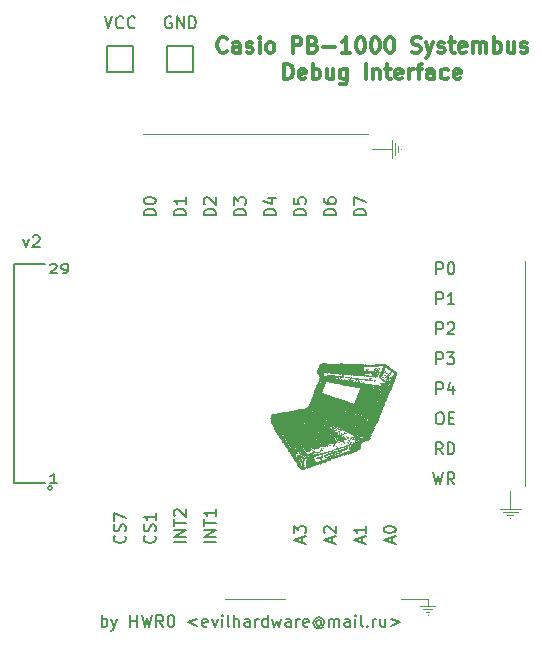
<source format=gbr>
G04 #@! TF.GenerationSoftware,KiCad,Pcbnew,(5.1.5)-3*
G04 #@! TF.CreationDate,2020-01-25T20:30:53+03:00*
G04 #@! TF.ProjectId,Casio PB-1000 Debug Unit,43617369-6f20-4504-922d-313030302044,rev?*
G04 #@! TF.SameCoordinates,Original*
G04 #@! TF.FileFunction,Legend,Top*
G04 #@! TF.FilePolarity,Positive*
%FSLAX46Y46*%
G04 Gerber Fmt 4.6, Leading zero omitted, Abs format (unit mm)*
G04 Created by KiCad (PCBNEW (5.1.5)-3) date 2020-01-25 20:30:53*
%MOMM*%
%LPD*%
G04 APERTURE LIST*
%ADD10C,0.150000*%
%ADD11C,0.120000*%
%ADD12C,0.300000*%
%ADD13C,0.010000*%
G04 APERTURE END LIST*
D10*
X128952714Y-109259714D02*
X129190809Y-109926380D01*
X129428904Y-109259714D01*
X129762238Y-109021619D02*
X129809857Y-108974000D01*
X129905095Y-108926380D01*
X130143190Y-108926380D01*
X130238428Y-108974000D01*
X130286047Y-109021619D01*
X130333666Y-109116857D01*
X130333666Y-109212095D01*
X130286047Y-109354952D01*
X129714619Y-109926380D01*
X130333666Y-109926380D01*
X131796404Y-129901904D02*
X131224976Y-129901904D01*
X131510690Y-129901904D02*
X131510690Y-129101904D01*
X131415452Y-129216190D01*
X131320214Y-129292380D01*
X131224976Y-129330476D01*
X131224976Y-111398095D02*
X131272595Y-111360000D01*
X131367833Y-111321904D01*
X131605928Y-111321904D01*
X131701166Y-111360000D01*
X131748785Y-111398095D01*
X131796404Y-111474285D01*
X131796404Y-111550476D01*
X131748785Y-111664761D01*
X131177357Y-112121904D01*
X131796404Y-112121904D01*
X132272595Y-112121904D02*
X132463071Y-112121904D01*
X132558309Y-112083809D01*
X132605928Y-112045714D01*
X132701166Y-111931428D01*
X132748785Y-111779047D01*
X132748785Y-111474285D01*
X132701166Y-111398095D01*
X132653547Y-111360000D01*
X132558309Y-111321904D01*
X132367833Y-111321904D01*
X132272595Y-111360000D01*
X132224976Y-111398095D01*
X132177357Y-111474285D01*
X132177357Y-111664761D01*
X132224976Y-111740952D01*
X132272595Y-111779047D01*
X132367833Y-111817142D01*
X132558309Y-111817142D01*
X132653547Y-111779047D01*
X132701166Y-111740952D01*
X132748785Y-111664761D01*
D11*
X170180000Y-132842000D02*
X170180000Y-132842000D01*
X169926000Y-132588000D02*
X170434000Y-132588000D01*
X169545000Y-132334000D02*
X170815000Y-132334000D01*
X170942000Y-132080000D02*
X171069000Y-132080000D01*
X169291000Y-132080000D02*
X170942000Y-132080000D01*
X170180000Y-130556000D02*
X170180000Y-132080000D01*
X160909000Y-101600000D02*
X160909000Y-101600000D01*
X160655000Y-101346000D02*
X160655000Y-101854000D01*
X160401000Y-101092000D02*
X160401000Y-102108000D01*
X160147000Y-100838000D02*
X160147000Y-102362000D01*
X158496000Y-101600000D02*
X160147000Y-101600000D01*
X163195000Y-141097000D02*
X163195000Y-141097000D01*
X163068000Y-140843000D02*
X163322000Y-140843000D01*
X162814000Y-140589000D02*
X163576000Y-140589000D01*
X163195000Y-140335000D02*
X163830000Y-140335000D01*
X162560000Y-140335000D02*
X163195000Y-140335000D01*
X163195000Y-140335000D02*
X162560000Y-140335000D01*
X160909000Y-139700000D02*
X161290000Y-139700000D01*
X163195000Y-139700000D02*
X163195000Y-140335000D01*
X161290000Y-139700000D02*
X163195000Y-139700000D01*
X146050000Y-139700000D02*
X151130000Y-139700000D01*
X171450000Y-111125000D02*
X171450000Y-130175000D01*
X139065000Y-100330000D02*
X158115000Y-100330000D01*
D10*
X157932380Y-107221785D02*
X156932380Y-107221785D01*
X156932380Y-106983690D01*
X156980000Y-106840833D01*
X157075238Y-106745595D01*
X157170476Y-106697976D01*
X157360952Y-106650357D01*
X157503809Y-106650357D01*
X157694285Y-106697976D01*
X157789523Y-106745595D01*
X157884761Y-106840833D01*
X157932380Y-106983690D01*
X157932380Y-107221785D01*
X156932380Y-106317023D02*
X156932380Y-105650357D01*
X157932380Y-106078928D01*
X155392380Y-107221785D02*
X154392380Y-107221785D01*
X154392380Y-106983690D01*
X154440000Y-106840833D01*
X154535238Y-106745595D01*
X154630476Y-106697976D01*
X154820952Y-106650357D01*
X154963809Y-106650357D01*
X155154285Y-106697976D01*
X155249523Y-106745595D01*
X155344761Y-106840833D01*
X155392380Y-106983690D01*
X155392380Y-107221785D01*
X154392380Y-105793214D02*
X154392380Y-105983690D01*
X154440000Y-106078928D01*
X154487619Y-106126547D01*
X154630476Y-106221785D01*
X154820952Y-106269404D01*
X155201904Y-106269404D01*
X155297142Y-106221785D01*
X155344761Y-106174166D01*
X155392380Y-106078928D01*
X155392380Y-105888452D01*
X155344761Y-105793214D01*
X155297142Y-105745595D01*
X155201904Y-105697976D01*
X154963809Y-105697976D01*
X154868571Y-105745595D01*
X154820952Y-105793214D01*
X154773333Y-105888452D01*
X154773333Y-106078928D01*
X154820952Y-106174166D01*
X154868571Y-106221785D01*
X154963809Y-106269404D01*
X152852380Y-107221785D02*
X151852380Y-107221785D01*
X151852380Y-106983690D01*
X151900000Y-106840833D01*
X151995238Y-106745595D01*
X152090476Y-106697976D01*
X152280952Y-106650357D01*
X152423809Y-106650357D01*
X152614285Y-106697976D01*
X152709523Y-106745595D01*
X152804761Y-106840833D01*
X152852380Y-106983690D01*
X152852380Y-107221785D01*
X151852380Y-105745595D02*
X151852380Y-106221785D01*
X152328571Y-106269404D01*
X152280952Y-106221785D01*
X152233333Y-106126547D01*
X152233333Y-105888452D01*
X152280952Y-105793214D01*
X152328571Y-105745595D01*
X152423809Y-105697976D01*
X152661904Y-105697976D01*
X152757142Y-105745595D01*
X152804761Y-105793214D01*
X152852380Y-105888452D01*
X152852380Y-106126547D01*
X152804761Y-106221785D01*
X152757142Y-106269404D01*
X150312380Y-107221785D02*
X149312380Y-107221785D01*
X149312380Y-106983690D01*
X149360000Y-106840833D01*
X149455238Y-106745595D01*
X149550476Y-106697976D01*
X149740952Y-106650357D01*
X149883809Y-106650357D01*
X150074285Y-106697976D01*
X150169523Y-106745595D01*
X150264761Y-106840833D01*
X150312380Y-106983690D01*
X150312380Y-107221785D01*
X149645714Y-105793214D02*
X150312380Y-105793214D01*
X149264761Y-106031309D02*
X149979047Y-106269404D01*
X149979047Y-105650357D01*
X147772380Y-107221785D02*
X146772380Y-107221785D01*
X146772380Y-106983690D01*
X146820000Y-106840833D01*
X146915238Y-106745595D01*
X147010476Y-106697976D01*
X147200952Y-106650357D01*
X147343809Y-106650357D01*
X147534285Y-106697976D01*
X147629523Y-106745595D01*
X147724761Y-106840833D01*
X147772380Y-106983690D01*
X147772380Y-107221785D01*
X146772380Y-106317023D02*
X146772380Y-105697976D01*
X147153333Y-106031309D01*
X147153333Y-105888452D01*
X147200952Y-105793214D01*
X147248571Y-105745595D01*
X147343809Y-105697976D01*
X147581904Y-105697976D01*
X147677142Y-105745595D01*
X147724761Y-105793214D01*
X147772380Y-105888452D01*
X147772380Y-106174166D01*
X147724761Y-106269404D01*
X147677142Y-106317023D01*
X145232380Y-107221785D02*
X144232380Y-107221785D01*
X144232380Y-106983690D01*
X144280000Y-106840833D01*
X144375238Y-106745595D01*
X144470476Y-106697976D01*
X144660952Y-106650357D01*
X144803809Y-106650357D01*
X144994285Y-106697976D01*
X145089523Y-106745595D01*
X145184761Y-106840833D01*
X145232380Y-106983690D01*
X145232380Y-107221785D01*
X144327619Y-106269404D02*
X144280000Y-106221785D01*
X144232380Y-106126547D01*
X144232380Y-105888452D01*
X144280000Y-105793214D01*
X144327619Y-105745595D01*
X144422857Y-105697976D01*
X144518095Y-105697976D01*
X144660952Y-105745595D01*
X145232380Y-106317023D01*
X145232380Y-105697976D01*
X142692380Y-107221785D02*
X141692380Y-107221785D01*
X141692380Y-106983690D01*
X141740000Y-106840833D01*
X141835238Y-106745595D01*
X141930476Y-106697976D01*
X142120952Y-106650357D01*
X142263809Y-106650357D01*
X142454285Y-106697976D01*
X142549523Y-106745595D01*
X142644761Y-106840833D01*
X142692380Y-106983690D01*
X142692380Y-107221785D01*
X142692380Y-105697976D02*
X142692380Y-106269404D01*
X142692380Y-105983690D02*
X141692380Y-105983690D01*
X141835238Y-106078928D01*
X141930476Y-106174166D01*
X141978095Y-106269404D01*
X140152380Y-107221785D02*
X139152380Y-107221785D01*
X139152380Y-106983690D01*
X139200000Y-106840833D01*
X139295238Y-106745595D01*
X139390476Y-106697976D01*
X139580952Y-106650357D01*
X139723809Y-106650357D01*
X139914285Y-106697976D01*
X140009523Y-106745595D01*
X140104761Y-106840833D01*
X140152380Y-106983690D01*
X140152380Y-107221785D01*
X139152380Y-106031309D02*
X139152380Y-105936071D01*
X139200000Y-105840833D01*
X139247619Y-105793214D01*
X139342857Y-105745595D01*
X139533333Y-105697976D01*
X139771428Y-105697976D01*
X139961904Y-105745595D01*
X140057142Y-105793214D01*
X140104761Y-105840833D01*
X140152380Y-105936071D01*
X140152380Y-106031309D01*
X140104761Y-106126547D01*
X140057142Y-106174166D01*
X139961904Y-106221785D01*
X139771428Y-106269404D01*
X139533333Y-106269404D01*
X139342857Y-106221785D01*
X139247619Y-106174166D01*
X139200000Y-106126547D01*
X139152380Y-106031309D01*
X137517142Y-134347976D02*
X137564761Y-134395595D01*
X137612380Y-134538452D01*
X137612380Y-134633690D01*
X137564761Y-134776547D01*
X137469523Y-134871785D01*
X137374285Y-134919404D01*
X137183809Y-134967023D01*
X137040952Y-134967023D01*
X136850476Y-134919404D01*
X136755238Y-134871785D01*
X136660000Y-134776547D01*
X136612380Y-134633690D01*
X136612380Y-134538452D01*
X136660000Y-134395595D01*
X136707619Y-134347976D01*
X137564761Y-133967023D02*
X137612380Y-133824166D01*
X137612380Y-133586071D01*
X137564761Y-133490833D01*
X137517142Y-133443214D01*
X137421904Y-133395595D01*
X137326666Y-133395595D01*
X137231428Y-133443214D01*
X137183809Y-133490833D01*
X137136190Y-133586071D01*
X137088571Y-133776547D01*
X137040952Y-133871785D01*
X136993333Y-133919404D01*
X136898095Y-133967023D01*
X136802857Y-133967023D01*
X136707619Y-133919404D01*
X136660000Y-133871785D01*
X136612380Y-133776547D01*
X136612380Y-133538452D01*
X136660000Y-133395595D01*
X136612380Y-133062261D02*
X136612380Y-132395595D01*
X137612380Y-132824166D01*
X140057142Y-134347976D02*
X140104761Y-134395595D01*
X140152380Y-134538452D01*
X140152380Y-134633690D01*
X140104761Y-134776547D01*
X140009523Y-134871785D01*
X139914285Y-134919404D01*
X139723809Y-134967023D01*
X139580952Y-134967023D01*
X139390476Y-134919404D01*
X139295238Y-134871785D01*
X139200000Y-134776547D01*
X139152380Y-134633690D01*
X139152380Y-134538452D01*
X139200000Y-134395595D01*
X139247619Y-134347976D01*
X140104761Y-133967023D02*
X140152380Y-133824166D01*
X140152380Y-133586071D01*
X140104761Y-133490833D01*
X140057142Y-133443214D01*
X139961904Y-133395595D01*
X139866666Y-133395595D01*
X139771428Y-133443214D01*
X139723809Y-133490833D01*
X139676190Y-133586071D01*
X139628571Y-133776547D01*
X139580952Y-133871785D01*
X139533333Y-133919404D01*
X139438095Y-133967023D01*
X139342857Y-133967023D01*
X139247619Y-133919404D01*
X139200000Y-133871785D01*
X139152380Y-133776547D01*
X139152380Y-133538452D01*
X139200000Y-133395595D01*
X140152380Y-132443214D02*
X140152380Y-133014642D01*
X140152380Y-132728928D02*
X139152380Y-132728928D01*
X139295238Y-132824166D01*
X139390476Y-132919404D01*
X139438095Y-133014642D01*
X142692380Y-134919404D02*
X141692380Y-134919404D01*
X142692380Y-134443214D02*
X141692380Y-134443214D01*
X142692380Y-133871785D01*
X141692380Y-133871785D01*
X141692380Y-133538452D02*
X141692380Y-132967023D01*
X142692380Y-133252738D02*
X141692380Y-133252738D01*
X141787619Y-132681309D02*
X141740000Y-132633690D01*
X141692380Y-132538452D01*
X141692380Y-132300357D01*
X141740000Y-132205119D01*
X141787619Y-132157500D01*
X141882857Y-132109880D01*
X141978095Y-132109880D01*
X142120952Y-132157500D01*
X142692380Y-132728928D01*
X142692380Y-132109880D01*
X145232380Y-134919404D02*
X144232380Y-134919404D01*
X145232380Y-134443214D02*
X144232380Y-134443214D01*
X145232380Y-133871785D01*
X144232380Y-133871785D01*
X144232380Y-133538452D02*
X144232380Y-132967023D01*
X145232380Y-133252738D02*
X144232380Y-133252738D01*
X145232380Y-132109880D02*
X145232380Y-132681309D01*
X145232380Y-132395595D02*
X144232380Y-132395595D01*
X144375238Y-132490833D01*
X144470476Y-132586071D01*
X144518095Y-132681309D01*
X152566666Y-134967023D02*
X152566666Y-134490833D01*
X152852380Y-135062261D02*
X151852380Y-134728928D01*
X152852380Y-134395595D01*
X151852380Y-134157500D02*
X151852380Y-133538452D01*
X152233333Y-133871785D01*
X152233333Y-133728928D01*
X152280952Y-133633690D01*
X152328571Y-133586071D01*
X152423809Y-133538452D01*
X152661904Y-133538452D01*
X152757142Y-133586071D01*
X152804761Y-133633690D01*
X152852380Y-133728928D01*
X152852380Y-134014642D01*
X152804761Y-134109880D01*
X152757142Y-134157500D01*
X155106666Y-134967023D02*
X155106666Y-134490833D01*
X155392380Y-135062261D02*
X154392380Y-134728928D01*
X155392380Y-134395595D01*
X154487619Y-134109880D02*
X154440000Y-134062261D01*
X154392380Y-133967023D01*
X154392380Y-133728928D01*
X154440000Y-133633690D01*
X154487619Y-133586071D01*
X154582857Y-133538452D01*
X154678095Y-133538452D01*
X154820952Y-133586071D01*
X155392380Y-134157500D01*
X155392380Y-133538452D01*
X157646666Y-134967023D02*
X157646666Y-134490833D01*
X157932380Y-135062261D02*
X156932380Y-134728928D01*
X157932380Y-134395595D01*
X157932380Y-133538452D02*
X157932380Y-134109880D01*
X157932380Y-133824166D02*
X156932380Y-133824166D01*
X157075238Y-133919404D01*
X157170476Y-134014642D01*
X157218095Y-134109880D01*
X160186666Y-134967023D02*
X160186666Y-134490833D01*
X160472380Y-135062261D02*
X159472380Y-134728928D01*
X160472380Y-134395595D01*
X159472380Y-133871785D02*
X159472380Y-133776547D01*
X159520000Y-133681309D01*
X159567619Y-133633690D01*
X159662857Y-133586071D01*
X159853333Y-133538452D01*
X160091428Y-133538452D01*
X160281904Y-133586071D01*
X160377142Y-133633690D01*
X160424761Y-133681309D01*
X160472380Y-133776547D01*
X160472380Y-133871785D01*
X160424761Y-133967023D01*
X160377142Y-134014642D01*
X160281904Y-134062261D01*
X160091428Y-134109880D01*
X159853333Y-134109880D01*
X159662857Y-134062261D01*
X159567619Y-134014642D01*
X159520000Y-133967023D01*
X159472380Y-133871785D01*
X163637500Y-128992380D02*
X163875595Y-129992380D01*
X164066071Y-129278095D01*
X164256547Y-129992380D01*
X164494642Y-128992380D01*
X165447023Y-129992380D02*
X165113690Y-129516190D01*
X164875595Y-129992380D02*
X164875595Y-128992380D01*
X165256547Y-128992380D01*
X165351785Y-129040000D01*
X165399404Y-129087619D01*
X165447023Y-129182857D01*
X165447023Y-129325714D01*
X165399404Y-129420952D01*
X165351785Y-129468571D01*
X165256547Y-129516190D01*
X164875595Y-129516190D01*
X164447023Y-127452380D02*
X164113690Y-126976190D01*
X163875595Y-127452380D02*
X163875595Y-126452380D01*
X164256547Y-126452380D01*
X164351785Y-126500000D01*
X164399404Y-126547619D01*
X164447023Y-126642857D01*
X164447023Y-126785714D01*
X164399404Y-126880952D01*
X164351785Y-126928571D01*
X164256547Y-126976190D01*
X163875595Y-126976190D01*
X164875595Y-127452380D02*
X164875595Y-126452380D01*
X165113690Y-126452380D01*
X165256547Y-126500000D01*
X165351785Y-126595238D01*
X165399404Y-126690476D01*
X165447023Y-126880952D01*
X165447023Y-127023809D01*
X165399404Y-127214285D01*
X165351785Y-127309523D01*
X165256547Y-127404761D01*
X165113690Y-127452380D01*
X164875595Y-127452380D01*
X164113690Y-123912380D02*
X164304166Y-123912380D01*
X164399404Y-123960000D01*
X164494642Y-124055238D01*
X164542261Y-124245714D01*
X164542261Y-124579047D01*
X164494642Y-124769523D01*
X164399404Y-124864761D01*
X164304166Y-124912380D01*
X164113690Y-124912380D01*
X164018452Y-124864761D01*
X163923214Y-124769523D01*
X163875595Y-124579047D01*
X163875595Y-124245714D01*
X163923214Y-124055238D01*
X164018452Y-123960000D01*
X164113690Y-123912380D01*
X164970833Y-124388571D02*
X165304166Y-124388571D01*
X165447023Y-124912380D02*
X164970833Y-124912380D01*
X164970833Y-123912380D01*
X165447023Y-123912380D01*
X163923214Y-122372380D02*
X163923214Y-121372380D01*
X164304166Y-121372380D01*
X164399404Y-121420000D01*
X164447023Y-121467619D01*
X164494642Y-121562857D01*
X164494642Y-121705714D01*
X164447023Y-121800952D01*
X164399404Y-121848571D01*
X164304166Y-121896190D01*
X163923214Y-121896190D01*
X165351785Y-121705714D02*
X165351785Y-122372380D01*
X165113690Y-121324761D02*
X164875595Y-122039047D01*
X165494642Y-122039047D01*
X163923214Y-119832380D02*
X163923214Y-118832380D01*
X164304166Y-118832380D01*
X164399404Y-118880000D01*
X164447023Y-118927619D01*
X164494642Y-119022857D01*
X164494642Y-119165714D01*
X164447023Y-119260952D01*
X164399404Y-119308571D01*
X164304166Y-119356190D01*
X163923214Y-119356190D01*
X164827976Y-118832380D02*
X165447023Y-118832380D01*
X165113690Y-119213333D01*
X165256547Y-119213333D01*
X165351785Y-119260952D01*
X165399404Y-119308571D01*
X165447023Y-119403809D01*
X165447023Y-119641904D01*
X165399404Y-119737142D01*
X165351785Y-119784761D01*
X165256547Y-119832380D01*
X164970833Y-119832380D01*
X164875595Y-119784761D01*
X164827976Y-119737142D01*
X163923214Y-117292380D02*
X163923214Y-116292380D01*
X164304166Y-116292380D01*
X164399404Y-116340000D01*
X164447023Y-116387619D01*
X164494642Y-116482857D01*
X164494642Y-116625714D01*
X164447023Y-116720952D01*
X164399404Y-116768571D01*
X164304166Y-116816190D01*
X163923214Y-116816190D01*
X164875595Y-116387619D02*
X164923214Y-116340000D01*
X165018452Y-116292380D01*
X165256547Y-116292380D01*
X165351785Y-116340000D01*
X165399404Y-116387619D01*
X165447023Y-116482857D01*
X165447023Y-116578095D01*
X165399404Y-116720952D01*
X164827976Y-117292380D01*
X165447023Y-117292380D01*
X163923214Y-114752380D02*
X163923214Y-113752380D01*
X164304166Y-113752380D01*
X164399404Y-113800000D01*
X164447023Y-113847619D01*
X164494642Y-113942857D01*
X164494642Y-114085714D01*
X164447023Y-114180952D01*
X164399404Y-114228571D01*
X164304166Y-114276190D01*
X163923214Y-114276190D01*
X165447023Y-114752380D02*
X164875595Y-114752380D01*
X165161309Y-114752380D02*
X165161309Y-113752380D01*
X165066071Y-113895238D01*
X164970833Y-113990476D01*
X164875595Y-114038095D01*
X163923214Y-112212380D02*
X163923214Y-111212380D01*
X164304166Y-111212380D01*
X164399404Y-111260000D01*
X164447023Y-111307619D01*
X164494642Y-111402857D01*
X164494642Y-111545714D01*
X164447023Y-111640952D01*
X164399404Y-111688571D01*
X164304166Y-111736190D01*
X163923214Y-111736190D01*
X165113690Y-111212380D02*
X165208928Y-111212380D01*
X165304166Y-111260000D01*
X165351785Y-111307619D01*
X165399404Y-111402857D01*
X165447023Y-111593333D01*
X165447023Y-111831428D01*
X165399404Y-112021904D01*
X165351785Y-112117142D01*
X165304166Y-112164761D01*
X165208928Y-112212380D01*
X165113690Y-112212380D01*
X165018452Y-112164761D01*
X164970833Y-112117142D01*
X164923214Y-112021904D01*
X164875595Y-111831428D01*
X164875595Y-111593333D01*
X164923214Y-111402857D01*
X164970833Y-111307619D01*
X165018452Y-111260000D01*
X165113690Y-111212380D01*
X135590595Y-142057380D02*
X135590595Y-141057380D01*
X135590595Y-141438333D02*
X135685833Y-141390714D01*
X135876309Y-141390714D01*
X135971547Y-141438333D01*
X136019166Y-141485952D01*
X136066785Y-141581190D01*
X136066785Y-141866904D01*
X136019166Y-141962142D01*
X135971547Y-142009761D01*
X135876309Y-142057380D01*
X135685833Y-142057380D01*
X135590595Y-142009761D01*
X136400119Y-141390714D02*
X136638214Y-142057380D01*
X136876309Y-141390714D02*
X136638214Y-142057380D01*
X136542976Y-142295476D01*
X136495357Y-142343095D01*
X136400119Y-142390714D01*
X138019166Y-142057380D02*
X138019166Y-141057380D01*
X138019166Y-141533571D02*
X138590595Y-141533571D01*
X138590595Y-142057380D02*
X138590595Y-141057380D01*
X138971547Y-141057380D02*
X139209642Y-142057380D01*
X139400119Y-141343095D01*
X139590595Y-142057380D01*
X139828690Y-141057380D01*
X140781071Y-142057380D02*
X140447738Y-141581190D01*
X140209642Y-142057380D02*
X140209642Y-141057380D01*
X140590595Y-141057380D01*
X140685833Y-141105000D01*
X140733452Y-141152619D01*
X140781071Y-141247857D01*
X140781071Y-141390714D01*
X140733452Y-141485952D01*
X140685833Y-141533571D01*
X140590595Y-141581190D01*
X140209642Y-141581190D01*
X141400119Y-141057380D02*
X141495357Y-141057380D01*
X141590595Y-141105000D01*
X141638214Y-141152619D01*
X141685833Y-141247857D01*
X141733452Y-141438333D01*
X141733452Y-141676428D01*
X141685833Y-141866904D01*
X141638214Y-141962142D01*
X141590595Y-142009761D01*
X141495357Y-142057380D01*
X141400119Y-142057380D01*
X141304880Y-142009761D01*
X141257261Y-141962142D01*
X141209642Y-141866904D01*
X141162023Y-141676428D01*
X141162023Y-141438333D01*
X141209642Y-141247857D01*
X141257261Y-141152619D01*
X141304880Y-141105000D01*
X141400119Y-141057380D01*
X143685833Y-141390714D02*
X142923928Y-141676428D01*
X143685833Y-141962142D01*
X144542976Y-142009761D02*
X144447738Y-142057380D01*
X144257261Y-142057380D01*
X144162023Y-142009761D01*
X144114404Y-141914523D01*
X144114404Y-141533571D01*
X144162023Y-141438333D01*
X144257261Y-141390714D01*
X144447738Y-141390714D01*
X144542976Y-141438333D01*
X144590595Y-141533571D01*
X144590595Y-141628809D01*
X144114404Y-141724047D01*
X144923928Y-141390714D02*
X145162023Y-142057380D01*
X145400119Y-141390714D01*
X145781071Y-142057380D02*
X145781071Y-141390714D01*
X145781071Y-141057380D02*
X145733452Y-141105000D01*
X145781071Y-141152619D01*
X145828690Y-141105000D01*
X145781071Y-141057380D01*
X145781071Y-141152619D01*
X146400119Y-142057380D02*
X146304880Y-142009761D01*
X146257261Y-141914523D01*
X146257261Y-141057380D01*
X146781071Y-142057380D02*
X146781071Y-141057380D01*
X147209642Y-142057380D02*
X147209642Y-141533571D01*
X147162023Y-141438333D01*
X147066785Y-141390714D01*
X146923928Y-141390714D01*
X146828690Y-141438333D01*
X146781071Y-141485952D01*
X148114404Y-142057380D02*
X148114404Y-141533571D01*
X148066785Y-141438333D01*
X147971547Y-141390714D01*
X147781071Y-141390714D01*
X147685833Y-141438333D01*
X148114404Y-142009761D02*
X148019166Y-142057380D01*
X147781071Y-142057380D01*
X147685833Y-142009761D01*
X147638214Y-141914523D01*
X147638214Y-141819285D01*
X147685833Y-141724047D01*
X147781071Y-141676428D01*
X148019166Y-141676428D01*
X148114404Y-141628809D01*
X148590595Y-142057380D02*
X148590595Y-141390714D01*
X148590595Y-141581190D02*
X148638214Y-141485952D01*
X148685833Y-141438333D01*
X148781071Y-141390714D01*
X148876309Y-141390714D01*
X149638214Y-142057380D02*
X149638214Y-141057380D01*
X149638214Y-142009761D02*
X149542976Y-142057380D01*
X149352500Y-142057380D01*
X149257261Y-142009761D01*
X149209642Y-141962142D01*
X149162023Y-141866904D01*
X149162023Y-141581190D01*
X149209642Y-141485952D01*
X149257261Y-141438333D01*
X149352500Y-141390714D01*
X149542976Y-141390714D01*
X149638214Y-141438333D01*
X150019166Y-141390714D02*
X150209642Y-142057380D01*
X150400119Y-141581190D01*
X150590595Y-142057380D01*
X150781071Y-141390714D01*
X151590595Y-142057380D02*
X151590595Y-141533571D01*
X151542976Y-141438333D01*
X151447738Y-141390714D01*
X151257261Y-141390714D01*
X151162023Y-141438333D01*
X151590595Y-142009761D02*
X151495357Y-142057380D01*
X151257261Y-142057380D01*
X151162023Y-142009761D01*
X151114404Y-141914523D01*
X151114404Y-141819285D01*
X151162023Y-141724047D01*
X151257261Y-141676428D01*
X151495357Y-141676428D01*
X151590595Y-141628809D01*
X152066785Y-142057380D02*
X152066785Y-141390714D01*
X152066785Y-141581190D02*
X152114404Y-141485952D01*
X152162023Y-141438333D01*
X152257261Y-141390714D01*
X152352500Y-141390714D01*
X153066785Y-142009761D02*
X152971547Y-142057380D01*
X152781071Y-142057380D01*
X152685833Y-142009761D01*
X152638214Y-141914523D01*
X152638214Y-141533571D01*
X152685833Y-141438333D01*
X152781071Y-141390714D01*
X152971547Y-141390714D01*
X153066785Y-141438333D01*
X153114404Y-141533571D01*
X153114404Y-141628809D01*
X152638214Y-141724047D01*
X154162023Y-141581190D02*
X154114404Y-141533571D01*
X154019166Y-141485952D01*
X153923928Y-141485952D01*
X153828690Y-141533571D01*
X153781071Y-141581190D01*
X153733452Y-141676428D01*
X153733452Y-141771666D01*
X153781071Y-141866904D01*
X153828690Y-141914523D01*
X153923928Y-141962142D01*
X154019166Y-141962142D01*
X154114404Y-141914523D01*
X154162023Y-141866904D01*
X154162023Y-141485952D02*
X154162023Y-141866904D01*
X154209642Y-141914523D01*
X154257261Y-141914523D01*
X154352500Y-141866904D01*
X154400119Y-141771666D01*
X154400119Y-141533571D01*
X154304880Y-141390714D01*
X154162023Y-141295476D01*
X153971547Y-141247857D01*
X153781071Y-141295476D01*
X153638214Y-141390714D01*
X153542976Y-141533571D01*
X153495357Y-141724047D01*
X153542976Y-141914523D01*
X153638214Y-142057380D01*
X153781071Y-142152619D01*
X153971547Y-142200238D01*
X154162023Y-142152619D01*
X154304880Y-142057380D01*
X154828690Y-142057380D02*
X154828690Y-141390714D01*
X154828690Y-141485952D02*
X154876309Y-141438333D01*
X154971547Y-141390714D01*
X155114404Y-141390714D01*
X155209642Y-141438333D01*
X155257261Y-141533571D01*
X155257261Y-142057380D01*
X155257261Y-141533571D02*
X155304880Y-141438333D01*
X155400119Y-141390714D01*
X155542976Y-141390714D01*
X155638214Y-141438333D01*
X155685833Y-141533571D01*
X155685833Y-142057380D01*
X156590595Y-142057380D02*
X156590595Y-141533571D01*
X156542976Y-141438333D01*
X156447738Y-141390714D01*
X156257261Y-141390714D01*
X156162023Y-141438333D01*
X156590595Y-142009761D02*
X156495357Y-142057380D01*
X156257261Y-142057380D01*
X156162023Y-142009761D01*
X156114404Y-141914523D01*
X156114404Y-141819285D01*
X156162023Y-141724047D01*
X156257261Y-141676428D01*
X156495357Y-141676428D01*
X156590595Y-141628809D01*
X157066785Y-142057380D02*
X157066785Y-141390714D01*
X157066785Y-141057380D02*
X157019166Y-141105000D01*
X157066785Y-141152619D01*
X157114404Y-141105000D01*
X157066785Y-141057380D01*
X157066785Y-141152619D01*
X157685833Y-142057380D02*
X157590595Y-142009761D01*
X157542976Y-141914523D01*
X157542976Y-141057380D01*
X158066785Y-141962142D02*
X158114404Y-142009761D01*
X158066785Y-142057380D01*
X158019166Y-142009761D01*
X158066785Y-141962142D01*
X158066785Y-142057380D01*
X158542976Y-142057380D02*
X158542976Y-141390714D01*
X158542976Y-141581190D02*
X158590595Y-141485952D01*
X158638214Y-141438333D01*
X158733452Y-141390714D01*
X158828690Y-141390714D01*
X159590595Y-141390714D02*
X159590595Y-142057380D01*
X159162023Y-141390714D02*
X159162023Y-141914523D01*
X159209642Y-142009761D01*
X159304880Y-142057380D01*
X159447738Y-142057380D01*
X159542976Y-142009761D01*
X159590595Y-141962142D01*
X160066785Y-141390714D02*
X160828690Y-141676428D01*
X160066785Y-141962142D01*
D12*
X146176952Y-93319285D02*
X146115047Y-93381190D01*
X145929333Y-93443095D01*
X145805523Y-93443095D01*
X145619809Y-93381190D01*
X145496000Y-93257380D01*
X145434095Y-93133571D01*
X145372190Y-92885952D01*
X145372190Y-92700238D01*
X145434095Y-92452619D01*
X145496000Y-92328809D01*
X145619809Y-92205000D01*
X145805523Y-92143095D01*
X145929333Y-92143095D01*
X146115047Y-92205000D01*
X146176952Y-92266904D01*
X147291238Y-93443095D02*
X147291238Y-92762142D01*
X147229333Y-92638333D01*
X147105523Y-92576428D01*
X146857904Y-92576428D01*
X146734095Y-92638333D01*
X147291238Y-93381190D02*
X147167428Y-93443095D01*
X146857904Y-93443095D01*
X146734095Y-93381190D01*
X146672190Y-93257380D01*
X146672190Y-93133571D01*
X146734095Y-93009761D01*
X146857904Y-92947857D01*
X147167428Y-92947857D01*
X147291238Y-92885952D01*
X147848380Y-93381190D02*
X147972190Y-93443095D01*
X148219809Y-93443095D01*
X148343619Y-93381190D01*
X148405523Y-93257380D01*
X148405523Y-93195476D01*
X148343619Y-93071666D01*
X148219809Y-93009761D01*
X148034095Y-93009761D01*
X147910285Y-92947857D01*
X147848380Y-92824047D01*
X147848380Y-92762142D01*
X147910285Y-92638333D01*
X148034095Y-92576428D01*
X148219809Y-92576428D01*
X148343619Y-92638333D01*
X148962666Y-93443095D02*
X148962666Y-92576428D01*
X148962666Y-92143095D02*
X148900761Y-92205000D01*
X148962666Y-92266904D01*
X149024571Y-92205000D01*
X148962666Y-92143095D01*
X148962666Y-92266904D01*
X149767428Y-93443095D02*
X149643619Y-93381190D01*
X149581714Y-93319285D01*
X149519809Y-93195476D01*
X149519809Y-92824047D01*
X149581714Y-92700238D01*
X149643619Y-92638333D01*
X149767428Y-92576428D01*
X149953142Y-92576428D01*
X150076952Y-92638333D01*
X150138857Y-92700238D01*
X150200761Y-92824047D01*
X150200761Y-93195476D01*
X150138857Y-93319285D01*
X150076952Y-93381190D01*
X149953142Y-93443095D01*
X149767428Y-93443095D01*
X151748380Y-93443095D02*
X151748380Y-92143095D01*
X152243619Y-92143095D01*
X152367428Y-92205000D01*
X152429333Y-92266904D01*
X152491238Y-92390714D01*
X152491238Y-92576428D01*
X152429333Y-92700238D01*
X152367428Y-92762142D01*
X152243619Y-92824047D01*
X151748380Y-92824047D01*
X153481714Y-92762142D02*
X153667428Y-92824047D01*
X153729333Y-92885952D01*
X153791238Y-93009761D01*
X153791238Y-93195476D01*
X153729333Y-93319285D01*
X153667428Y-93381190D01*
X153543619Y-93443095D01*
X153048380Y-93443095D01*
X153048380Y-92143095D01*
X153481714Y-92143095D01*
X153605523Y-92205000D01*
X153667428Y-92266904D01*
X153729333Y-92390714D01*
X153729333Y-92514523D01*
X153667428Y-92638333D01*
X153605523Y-92700238D01*
X153481714Y-92762142D01*
X153048380Y-92762142D01*
X154348380Y-92947857D02*
X155338857Y-92947857D01*
X156638857Y-93443095D02*
X155896000Y-93443095D01*
X156267428Y-93443095D02*
X156267428Y-92143095D01*
X156143619Y-92328809D01*
X156019809Y-92452619D01*
X155896000Y-92514523D01*
X157443619Y-92143095D02*
X157567428Y-92143095D01*
X157691238Y-92205000D01*
X157753142Y-92266904D01*
X157815047Y-92390714D01*
X157876952Y-92638333D01*
X157876952Y-92947857D01*
X157815047Y-93195476D01*
X157753142Y-93319285D01*
X157691238Y-93381190D01*
X157567428Y-93443095D01*
X157443619Y-93443095D01*
X157319809Y-93381190D01*
X157257904Y-93319285D01*
X157196000Y-93195476D01*
X157134095Y-92947857D01*
X157134095Y-92638333D01*
X157196000Y-92390714D01*
X157257904Y-92266904D01*
X157319809Y-92205000D01*
X157443619Y-92143095D01*
X158681714Y-92143095D02*
X158805523Y-92143095D01*
X158929333Y-92205000D01*
X158991238Y-92266904D01*
X159053142Y-92390714D01*
X159115047Y-92638333D01*
X159115047Y-92947857D01*
X159053142Y-93195476D01*
X158991238Y-93319285D01*
X158929333Y-93381190D01*
X158805523Y-93443095D01*
X158681714Y-93443095D01*
X158557904Y-93381190D01*
X158496000Y-93319285D01*
X158434095Y-93195476D01*
X158372190Y-92947857D01*
X158372190Y-92638333D01*
X158434095Y-92390714D01*
X158496000Y-92266904D01*
X158557904Y-92205000D01*
X158681714Y-92143095D01*
X159919809Y-92143095D02*
X160043619Y-92143095D01*
X160167428Y-92205000D01*
X160229333Y-92266904D01*
X160291238Y-92390714D01*
X160353142Y-92638333D01*
X160353142Y-92947857D01*
X160291238Y-93195476D01*
X160229333Y-93319285D01*
X160167428Y-93381190D01*
X160043619Y-93443095D01*
X159919809Y-93443095D01*
X159796000Y-93381190D01*
X159734095Y-93319285D01*
X159672190Y-93195476D01*
X159610285Y-92947857D01*
X159610285Y-92638333D01*
X159672190Y-92390714D01*
X159734095Y-92266904D01*
X159796000Y-92205000D01*
X159919809Y-92143095D01*
X161838857Y-93381190D02*
X162024571Y-93443095D01*
X162334095Y-93443095D01*
X162457904Y-93381190D01*
X162519809Y-93319285D01*
X162581714Y-93195476D01*
X162581714Y-93071666D01*
X162519809Y-92947857D01*
X162457904Y-92885952D01*
X162334095Y-92824047D01*
X162086476Y-92762142D01*
X161962666Y-92700238D01*
X161900761Y-92638333D01*
X161838857Y-92514523D01*
X161838857Y-92390714D01*
X161900761Y-92266904D01*
X161962666Y-92205000D01*
X162086476Y-92143095D01*
X162396000Y-92143095D01*
X162581714Y-92205000D01*
X163015047Y-92576428D02*
X163324571Y-93443095D01*
X163634095Y-92576428D02*
X163324571Y-93443095D01*
X163200761Y-93752619D01*
X163138857Y-93814523D01*
X163015047Y-93876428D01*
X164067428Y-93381190D02*
X164191238Y-93443095D01*
X164438857Y-93443095D01*
X164562666Y-93381190D01*
X164624571Y-93257380D01*
X164624571Y-93195476D01*
X164562666Y-93071666D01*
X164438857Y-93009761D01*
X164253142Y-93009761D01*
X164129333Y-92947857D01*
X164067428Y-92824047D01*
X164067428Y-92762142D01*
X164129333Y-92638333D01*
X164253142Y-92576428D01*
X164438857Y-92576428D01*
X164562666Y-92638333D01*
X164996000Y-92576428D02*
X165491238Y-92576428D01*
X165181714Y-92143095D02*
X165181714Y-93257380D01*
X165243619Y-93381190D01*
X165367428Y-93443095D01*
X165491238Y-93443095D01*
X166419809Y-93381190D02*
X166296000Y-93443095D01*
X166048380Y-93443095D01*
X165924571Y-93381190D01*
X165862666Y-93257380D01*
X165862666Y-92762142D01*
X165924571Y-92638333D01*
X166048380Y-92576428D01*
X166296000Y-92576428D01*
X166419809Y-92638333D01*
X166481714Y-92762142D01*
X166481714Y-92885952D01*
X165862666Y-93009761D01*
X167038857Y-93443095D02*
X167038857Y-92576428D01*
X167038857Y-92700238D02*
X167100761Y-92638333D01*
X167224571Y-92576428D01*
X167410285Y-92576428D01*
X167534095Y-92638333D01*
X167596000Y-92762142D01*
X167596000Y-93443095D01*
X167596000Y-92762142D02*
X167657904Y-92638333D01*
X167781714Y-92576428D01*
X167967428Y-92576428D01*
X168091238Y-92638333D01*
X168153142Y-92762142D01*
X168153142Y-93443095D01*
X168772190Y-93443095D02*
X168772190Y-92143095D01*
X168772190Y-92638333D02*
X168896000Y-92576428D01*
X169143619Y-92576428D01*
X169267428Y-92638333D01*
X169329333Y-92700238D01*
X169391238Y-92824047D01*
X169391238Y-93195476D01*
X169329333Y-93319285D01*
X169267428Y-93381190D01*
X169143619Y-93443095D01*
X168896000Y-93443095D01*
X168772190Y-93381190D01*
X170505523Y-92576428D02*
X170505523Y-93443095D01*
X169948380Y-92576428D02*
X169948380Y-93257380D01*
X170010285Y-93381190D01*
X170134095Y-93443095D01*
X170319809Y-93443095D01*
X170443619Y-93381190D01*
X170505523Y-93319285D01*
X171062666Y-93381190D02*
X171186476Y-93443095D01*
X171434095Y-93443095D01*
X171557904Y-93381190D01*
X171619809Y-93257380D01*
X171619809Y-93195476D01*
X171557904Y-93071666D01*
X171434095Y-93009761D01*
X171248380Y-93009761D01*
X171124571Y-92947857D01*
X171062666Y-92824047D01*
X171062666Y-92762142D01*
X171124571Y-92638333D01*
X171248380Y-92576428D01*
X171434095Y-92576428D01*
X171557904Y-92638333D01*
X151036476Y-95693095D02*
X151036476Y-94393095D01*
X151346000Y-94393095D01*
X151531714Y-94455000D01*
X151655523Y-94578809D01*
X151717428Y-94702619D01*
X151779333Y-94950238D01*
X151779333Y-95135952D01*
X151717428Y-95383571D01*
X151655523Y-95507380D01*
X151531714Y-95631190D01*
X151346000Y-95693095D01*
X151036476Y-95693095D01*
X152831714Y-95631190D02*
X152707904Y-95693095D01*
X152460285Y-95693095D01*
X152336476Y-95631190D01*
X152274571Y-95507380D01*
X152274571Y-95012142D01*
X152336476Y-94888333D01*
X152460285Y-94826428D01*
X152707904Y-94826428D01*
X152831714Y-94888333D01*
X152893619Y-95012142D01*
X152893619Y-95135952D01*
X152274571Y-95259761D01*
X153450761Y-95693095D02*
X153450761Y-94393095D01*
X153450761Y-94888333D02*
X153574571Y-94826428D01*
X153822190Y-94826428D01*
X153946000Y-94888333D01*
X154007904Y-94950238D01*
X154069809Y-95074047D01*
X154069809Y-95445476D01*
X154007904Y-95569285D01*
X153946000Y-95631190D01*
X153822190Y-95693095D01*
X153574571Y-95693095D01*
X153450761Y-95631190D01*
X155184095Y-94826428D02*
X155184095Y-95693095D01*
X154626952Y-94826428D02*
X154626952Y-95507380D01*
X154688857Y-95631190D01*
X154812666Y-95693095D01*
X154998380Y-95693095D01*
X155122190Y-95631190D01*
X155184095Y-95569285D01*
X156360285Y-94826428D02*
X156360285Y-95878809D01*
X156298380Y-96002619D01*
X156236476Y-96064523D01*
X156112666Y-96126428D01*
X155926952Y-96126428D01*
X155803142Y-96064523D01*
X156360285Y-95631190D02*
X156236476Y-95693095D01*
X155988857Y-95693095D01*
X155865047Y-95631190D01*
X155803142Y-95569285D01*
X155741238Y-95445476D01*
X155741238Y-95074047D01*
X155803142Y-94950238D01*
X155865047Y-94888333D01*
X155988857Y-94826428D01*
X156236476Y-94826428D01*
X156360285Y-94888333D01*
X157969809Y-95693095D02*
X157969809Y-94393095D01*
X158588857Y-94826428D02*
X158588857Y-95693095D01*
X158588857Y-94950238D02*
X158650761Y-94888333D01*
X158774571Y-94826428D01*
X158960285Y-94826428D01*
X159084095Y-94888333D01*
X159146000Y-95012142D01*
X159146000Y-95693095D01*
X159579333Y-94826428D02*
X160074571Y-94826428D01*
X159765047Y-94393095D02*
X159765047Y-95507380D01*
X159826952Y-95631190D01*
X159950761Y-95693095D01*
X160074571Y-95693095D01*
X161003142Y-95631190D02*
X160879333Y-95693095D01*
X160631714Y-95693095D01*
X160507904Y-95631190D01*
X160446000Y-95507380D01*
X160446000Y-95012142D01*
X160507904Y-94888333D01*
X160631714Y-94826428D01*
X160879333Y-94826428D01*
X161003142Y-94888333D01*
X161065047Y-95012142D01*
X161065047Y-95135952D01*
X160446000Y-95259761D01*
X161622190Y-95693095D02*
X161622190Y-94826428D01*
X161622190Y-95074047D02*
X161684095Y-94950238D01*
X161746000Y-94888333D01*
X161869809Y-94826428D01*
X161993619Y-94826428D01*
X162241238Y-94826428D02*
X162736476Y-94826428D01*
X162426952Y-95693095D02*
X162426952Y-94578809D01*
X162488857Y-94455000D01*
X162612666Y-94393095D01*
X162736476Y-94393095D01*
X163726952Y-95693095D02*
X163726952Y-95012142D01*
X163665047Y-94888333D01*
X163541238Y-94826428D01*
X163293619Y-94826428D01*
X163169809Y-94888333D01*
X163726952Y-95631190D02*
X163603142Y-95693095D01*
X163293619Y-95693095D01*
X163169809Y-95631190D01*
X163107904Y-95507380D01*
X163107904Y-95383571D01*
X163169809Y-95259761D01*
X163293619Y-95197857D01*
X163603142Y-95197857D01*
X163726952Y-95135952D01*
X164903142Y-95631190D02*
X164779333Y-95693095D01*
X164531714Y-95693095D01*
X164407904Y-95631190D01*
X164346000Y-95569285D01*
X164284095Y-95445476D01*
X164284095Y-95074047D01*
X164346000Y-94950238D01*
X164407904Y-94888333D01*
X164531714Y-94826428D01*
X164779333Y-94826428D01*
X164903142Y-94888333D01*
X165955523Y-95631190D02*
X165831714Y-95693095D01*
X165584095Y-95693095D01*
X165460285Y-95631190D01*
X165398380Y-95507380D01*
X165398380Y-95012142D01*
X165460285Y-94888333D01*
X165584095Y-94826428D01*
X165831714Y-94826428D01*
X165955523Y-94888333D01*
X166017428Y-95012142D01*
X166017428Y-95135952D01*
X165398380Y-95259761D01*
D10*
X141478095Y-90432000D02*
X141382857Y-90384380D01*
X141240000Y-90384380D01*
X141097142Y-90432000D01*
X141001904Y-90527238D01*
X140954285Y-90622476D01*
X140906666Y-90812952D01*
X140906666Y-90955809D01*
X140954285Y-91146285D01*
X141001904Y-91241523D01*
X141097142Y-91336761D01*
X141240000Y-91384380D01*
X141335238Y-91384380D01*
X141478095Y-91336761D01*
X141525714Y-91289142D01*
X141525714Y-90955809D01*
X141335238Y-90955809D01*
X141954285Y-91384380D02*
X141954285Y-90384380D01*
X142525714Y-91384380D01*
X142525714Y-90384380D01*
X143001904Y-91384380D02*
X143001904Y-90384380D01*
X143240000Y-90384380D01*
X143382857Y-90432000D01*
X143478095Y-90527238D01*
X143525714Y-90622476D01*
X143573333Y-90812952D01*
X143573333Y-90955809D01*
X143525714Y-91146285D01*
X143478095Y-91241523D01*
X143382857Y-91336761D01*
X143240000Y-91384380D01*
X143001904Y-91384380D01*
X135826666Y-90384380D02*
X136160000Y-91384380D01*
X136493333Y-90384380D01*
X137398095Y-91289142D02*
X137350476Y-91336761D01*
X137207619Y-91384380D01*
X137112380Y-91384380D01*
X136969523Y-91336761D01*
X136874285Y-91241523D01*
X136826666Y-91146285D01*
X136779047Y-90955809D01*
X136779047Y-90812952D01*
X136826666Y-90622476D01*
X136874285Y-90527238D01*
X136969523Y-90432000D01*
X137112380Y-90384380D01*
X137207619Y-90384380D01*
X137350476Y-90432000D01*
X137398095Y-90479619D01*
X138398095Y-91289142D02*
X138350476Y-91336761D01*
X138207619Y-91384380D01*
X138112380Y-91384380D01*
X137969523Y-91336761D01*
X137874285Y-91241523D01*
X137826666Y-91146285D01*
X137779047Y-90955809D01*
X137779047Y-90812952D01*
X137826666Y-90622476D01*
X137874285Y-90527238D01*
X137969523Y-90432000D01*
X138112380Y-90384380D01*
X138207619Y-90384380D01*
X138350476Y-90432000D01*
X138398095Y-90479619D01*
D13*
G36*
X152594236Y-128673411D02*
G01*
X152579295Y-128688352D01*
X152564353Y-128673411D01*
X152579295Y-128658470D01*
X152594236Y-128673411D01*
G37*
X152594236Y-128673411D02*
X152579295Y-128688352D01*
X152564353Y-128673411D01*
X152579295Y-128658470D01*
X152594236Y-128673411D01*
G36*
X152444824Y-128643529D02*
G01*
X152429883Y-128658470D01*
X152414942Y-128643529D01*
X152429883Y-128628588D01*
X152444824Y-128643529D01*
G37*
X152444824Y-128643529D02*
X152429883Y-128658470D01*
X152414942Y-128643529D01*
X152429883Y-128628588D01*
X152444824Y-128643529D01*
G36*
X155851425Y-119774477D02*
G01*
X155853005Y-119775941D01*
X155900581Y-119808173D01*
X155928731Y-119808087D01*
X155922145Y-119775941D01*
X155914288Y-119753644D01*
X155942794Y-119770723D01*
X155995195Y-119787911D01*
X156084345Y-119798046D01*
X156155650Y-119799315D01*
X156244854Y-119800418D01*
X156301662Y-119806913D01*
X156313600Y-119814893D01*
X156279121Y-119825686D01*
X156207704Y-119829105D01*
X156182317Y-119828339D01*
X156110540Y-119828670D01*
X156074644Y-119836333D01*
X156073808Y-119840390D01*
X156105131Y-119844767D01*
X156186677Y-119848103D01*
X156308914Y-119850440D01*
X156462309Y-119851818D01*
X156637329Y-119852278D01*
X156824444Y-119851860D01*
X157014121Y-119850605D01*
X157196827Y-119848554D01*
X157363030Y-119845747D01*
X157503199Y-119842224D01*
X157607800Y-119838027D01*
X157664345Y-119833616D01*
X157728071Y-119830200D01*
X157746448Y-119847888D01*
X157741455Y-119869450D01*
X157737892Y-119895561D01*
X157765102Y-119881624D01*
X157798582Y-119881624D01*
X157805853Y-119898324D01*
X157835941Y-119930404D01*
X157853239Y-119923823D01*
X157853530Y-119919645D01*
X157832305Y-119894370D01*
X157823138Y-119888000D01*
X157883412Y-119888000D01*
X157898353Y-119902941D01*
X157913295Y-119888000D01*
X157908314Y-119883019D01*
X157953138Y-119883019D01*
X157957240Y-119900784D01*
X157973059Y-119902941D01*
X157997656Y-119892007D01*
X157994903Y-119886714D01*
X158056390Y-119886714D01*
X158064277Y-119903911D01*
X158110131Y-119914197D01*
X158160262Y-119907238D01*
X158176073Y-119893782D01*
X158228894Y-119893782D01*
X158246134Y-119922862D01*
X158277549Y-119957019D01*
X158285502Y-119962705D01*
X158289089Y-119947764D01*
X158451177Y-119947764D01*
X158466118Y-119962705D01*
X158481059Y-119947764D01*
X158466118Y-119932823D01*
X158451177Y-119947764D01*
X158289089Y-119947764D01*
X158291288Y-119938611D01*
X158291804Y-119922862D01*
X158279024Y-119902941D01*
X158331647Y-119902941D01*
X158342581Y-119927537D01*
X158351569Y-119922862D01*
X158353577Y-119902941D01*
X158391412Y-119902941D01*
X158402346Y-119927537D01*
X158411334Y-119922862D01*
X158414910Y-119887399D01*
X158411334Y-119883019D01*
X158393569Y-119887121D01*
X158391412Y-119902941D01*
X158353577Y-119902941D01*
X158355145Y-119887399D01*
X158351569Y-119883019D01*
X158333804Y-119887121D01*
X158331647Y-119902941D01*
X158279024Y-119902941D01*
X158268473Y-119886495D01*
X158252436Y-119883019D01*
X158228894Y-119893782D01*
X158176073Y-119893782D01*
X158182236Y-119888538D01*
X158156489Y-119882601D01*
X158104339Y-119880529D01*
X158056390Y-119886714D01*
X157994903Y-119886714D01*
X157992981Y-119883019D01*
X157957517Y-119879443D01*
X157953138Y-119883019D01*
X157908314Y-119883019D01*
X157898353Y-119873058D01*
X157883412Y-119888000D01*
X157823138Y-119888000D01*
X157819030Y-119885146D01*
X157798582Y-119881624D01*
X157765102Y-119881624D01*
X157765233Y-119881557D01*
X157793835Y-119858117D01*
X157836385Y-119825869D01*
X157847434Y-119826438D01*
X157846098Y-119829013D01*
X157865454Y-119844028D01*
X157943331Y-119853553D01*
X158078731Y-119857496D01*
X158152757Y-119857464D01*
X158282499Y-119858096D01*
X158385448Y-119861505D01*
X158450011Y-119867111D01*
X158466082Y-119873116D01*
X158479212Y-119900357D01*
X158514657Y-119928209D01*
X158556096Y-119950588D01*
X158556562Y-119933613D01*
X158544221Y-119909288D01*
X158529795Y-119864863D01*
X158556065Y-119853137D01*
X158586072Y-119864803D01*
X158584662Y-119874653D01*
X158593228Y-119908500D01*
X158616543Y-119933664D01*
X158648847Y-119955423D01*
X158646810Y-119932513D01*
X158644059Y-119925131D01*
X158644455Y-119918787D01*
X158757729Y-119918787D01*
X158763713Y-119930835D01*
X158792207Y-119961729D01*
X158797448Y-119939942D01*
X158790194Y-119916593D01*
X158768194Y-119884050D01*
X158758258Y-119884723D01*
X158757729Y-119918787D01*
X158644455Y-119918787D01*
X158647279Y-119873591D01*
X158662933Y-119856523D01*
X158685613Y-119851016D01*
X158679424Y-119866376D01*
X158677769Y-119906787D01*
X158686617Y-119915645D01*
X158718154Y-119907285D01*
X158732631Y-119883551D01*
X158734079Y-119881624D01*
X158814582Y-119881624D01*
X158821853Y-119898324D01*
X158851941Y-119930404D01*
X158869239Y-119923823D01*
X158869530Y-119919645D01*
X158848305Y-119894370D01*
X158835030Y-119885146D01*
X158814582Y-119881624D01*
X158734079Y-119881624D01*
X158756923Y-119851231D01*
X158770366Y-119853581D01*
X158805537Y-119853223D01*
X158835164Y-119835446D01*
X158865002Y-119817012D01*
X158860496Y-119832574D01*
X158854919Y-119869704D01*
X158884578Y-119882091D01*
X158930209Y-119869514D01*
X158971088Y-119833843D01*
X159002756Y-119791974D01*
X159007004Y-119798411D01*
X158997783Y-119828235D01*
X158989428Y-119868649D01*
X159012324Y-119861783D01*
X159017345Y-119858117D01*
X159048824Y-119858117D01*
X159063765Y-119873058D01*
X159078706Y-119858117D01*
X159072254Y-119851665D01*
X159117629Y-119851665D01*
X159130481Y-119868451D01*
X159138848Y-119873924D01*
X159181263Y-119898731D01*
X159199455Y-119894293D01*
X159209343Y-119879261D01*
X159196491Y-119858999D01*
X159163519Y-119851665D01*
X159267041Y-119851665D01*
X159279893Y-119868451D01*
X159288259Y-119873924D01*
X159330675Y-119898731D01*
X159348867Y-119894293D01*
X159358755Y-119879261D01*
X159354821Y-119873058D01*
X159407412Y-119873058D01*
X159418346Y-119897655D01*
X159427334Y-119892980D01*
X159427744Y-119888905D01*
X159474906Y-119888905D01*
X159480889Y-119900953D01*
X159509383Y-119931847D01*
X159514625Y-119910060D01*
X159507371Y-119886711D01*
X159485371Y-119854167D01*
X159475434Y-119854840D01*
X159474906Y-119888905D01*
X159427744Y-119888905D01*
X159430910Y-119857517D01*
X159427334Y-119853137D01*
X159409569Y-119857239D01*
X159407412Y-119873058D01*
X159354821Y-119873058D01*
X159345903Y-119858999D01*
X159308601Y-119850702D01*
X159267041Y-119851665D01*
X159163519Y-119851665D01*
X159159189Y-119850702D01*
X159117629Y-119851665D01*
X159072254Y-119851665D01*
X159063765Y-119843176D01*
X159048824Y-119858117D01*
X159017345Y-119858117D01*
X159020817Y-119855582D01*
X159070895Y-119839697D01*
X159161299Y-119828968D01*
X159272664Y-119825673D01*
X159275076Y-119825700D01*
X159402376Y-119831690D01*
X159484430Y-119847911D01*
X159535314Y-119877302D01*
X159538956Y-119880804D01*
X159590168Y-119913767D01*
X159623615Y-119913539D01*
X159641163Y-119912159D01*
X159631245Y-119933284D01*
X159624533Y-119959928D01*
X159658062Y-119953185D01*
X159692943Y-119948597D01*
X159690739Y-119963604D01*
X159702346Y-119991646D01*
X159750692Y-120024413D01*
X159814566Y-120052006D01*
X159872760Y-120064530D01*
X159897321Y-120060006D01*
X159910499Y-120062895D01*
X159904131Y-120076313D01*
X159862614Y-120096291D01*
X159832279Y-120092194D01*
X159816940Y-120094611D01*
X159846207Y-120123164D01*
X159855075Y-120129908D01*
X159934107Y-120170721D01*
X160004487Y-120185879D01*
X160063660Y-120198601D01*
X160068997Y-120231404D01*
X160047582Y-120256549D01*
X160037947Y-120256321D01*
X160043777Y-120244098D01*
X160037670Y-120215795D01*
X160019160Y-120211725D01*
X159992515Y-120222364D01*
X160008400Y-120250613D01*
X160048149Y-120281111D01*
X160063739Y-120282985D01*
X160098573Y-120297767D01*
X160143049Y-120337643D01*
X160174486Y-120368911D01*
X160173764Y-120361042D01*
X160172624Y-120359333D01*
X160159251Y-120314584D01*
X160165154Y-120300650D01*
X160182643Y-120304717D01*
X160184353Y-120318077D01*
X160202962Y-120339059D01*
X160218853Y-120333381D01*
X160239301Y-120329859D01*
X160232030Y-120346559D01*
X160234886Y-120377088D01*
X160282926Y-120387150D01*
X160313574Y-120383857D01*
X160324630Y-120398509D01*
X160318980Y-120410688D01*
X160281225Y-120427046D01*
X160267318Y-120421752D01*
X160249089Y-120420294D01*
X160256256Y-120436287D01*
X160287761Y-120455842D01*
X160343049Y-120436012D01*
X160386914Y-120415240D01*
X160386129Y-120427377D01*
X160371592Y-120445891D01*
X160350680Y-120482472D01*
X160377550Y-120495432D01*
X160379063Y-120495607D01*
X160451385Y-120503729D01*
X160467761Y-120505568D01*
X160494688Y-120523434D01*
X160485244Y-120542921D01*
X160461470Y-120580326D01*
X160453778Y-120630707D01*
X160453295Y-120664941D01*
X160436226Y-120704693D01*
X160421649Y-120709764D01*
X160405121Y-120690892D01*
X160411324Y-120675265D01*
X160414958Y-120654911D01*
X160396696Y-120662984D01*
X160375915Y-120692419D01*
X160396337Y-120728088D01*
X160417500Y-120772393D01*
X160412988Y-120789913D01*
X160413171Y-120825320D01*
X160431142Y-120856427D01*
X160453429Y-120887796D01*
X160435660Y-120878223D01*
X160416271Y-120863261D01*
X160382733Y-120819103D01*
X160383535Y-120791408D01*
X160383631Y-120774640D01*
X160368184Y-120781667D01*
X160349195Y-120819396D01*
X160363567Y-120859025D01*
X160390188Y-120919305D01*
X160387941Y-120939683D01*
X160358894Y-120913472D01*
X160350193Y-120902240D01*
X160319416Y-120864124D01*
X160315827Y-120877312D01*
X160325017Y-120916143D01*
X160331469Y-120965395D01*
X160310514Y-120967584D01*
X160303973Y-120963820D01*
X160278850Y-120955888D01*
X160286389Y-120974576D01*
X160320992Y-120997077D01*
X160333765Y-120993647D01*
X160369715Y-120999546D01*
X160381141Y-121012717D01*
X160385171Y-121033661D01*
X160368053Y-121026252D01*
X160329935Y-121029992D01*
X160315482Y-121051346D01*
X160285296Y-121081728D01*
X160266252Y-121078505D01*
X160249040Y-121078372D01*
X160254930Y-121091553D01*
X160256387Y-121132082D01*
X160247411Y-121141023D01*
X160231554Y-121179928D01*
X160235467Y-121217794D01*
X160233911Y-121266936D01*
X160214236Y-121277529D01*
X160190025Y-121300882D01*
X160193004Y-121337264D01*
X160194142Y-121392972D01*
X160181061Y-121414035D01*
X160165997Y-121448666D01*
X160169412Y-121456823D01*
X160164326Y-121493257D01*
X160154471Y-121501647D01*
X160138348Y-121539265D01*
X160143659Y-121553152D01*
X160145223Y-121571290D01*
X160127755Y-121563368D01*
X160107124Y-121533388D01*
X160126797Y-121498986D01*
X160145939Y-121464330D01*
X160139530Y-121456823D01*
X160136357Y-121438601D01*
X160152263Y-121414660D01*
X160171833Y-121373378D01*
X160151305Y-121350278D01*
X160129211Y-121345326D01*
X160135400Y-121360494D01*
X160134871Y-121402207D01*
X160124589Y-121412000D01*
X160106027Y-121446509D01*
X160109647Y-121456823D01*
X160104941Y-121493450D01*
X160096499Y-121500539D01*
X160080473Y-121539497D01*
X160085687Y-121566067D01*
X160078831Y-121619407D01*
X160053871Y-121641653D01*
X160021623Y-121680376D01*
X160026002Y-121705189D01*
X160052284Y-121782776D01*
X160022096Y-121843379D01*
X160017494Y-121847374D01*
X159989864Y-121888684D01*
X159991999Y-121908102D01*
X159984483Y-121921849D01*
X159961449Y-121916330D01*
X159928578Y-121914769D01*
X159933146Y-121946383D01*
X159964611Y-121977615D01*
X159985779Y-121974456D01*
X159994531Y-121978058D01*
X159967641Y-122014406D01*
X159936401Y-122065773D01*
X159937759Y-122096738D01*
X159939672Y-122113832D01*
X159930353Y-122113186D01*
X159875704Y-122111967D01*
X159872302Y-122141261D01*
X159888826Y-122166529D01*
X159906489Y-122193682D01*
X159884959Y-122180919D01*
X159858255Y-122159058D01*
X159787186Y-122099294D01*
X159821498Y-122164715D01*
X159839287Y-122227218D01*
X159825358Y-122248957D01*
X159809613Y-122286355D01*
X159814954Y-122300211D01*
X159816517Y-122318349D01*
X159799049Y-122310427D01*
X159779050Y-122278281D01*
X159795883Y-122248705D01*
X159812117Y-122207449D01*
X159792717Y-122186984D01*
X159770623Y-122182032D01*
X159776812Y-122197200D01*
X159776527Y-122238767D01*
X159766407Y-122248454D01*
X159752187Y-122288405D01*
X159764868Y-122321296D01*
X159780451Y-122378647D01*
X159753559Y-122400640D01*
X159720436Y-122393698D01*
X159693249Y-122398436D01*
X159696960Y-122440580D01*
X159696873Y-122489933D01*
X159657427Y-122503163D01*
X159620480Y-122508180D01*
X159639432Y-122528820D01*
X159646471Y-122533613D01*
X159674704Y-122561815D01*
X159654015Y-122591810D01*
X159640040Y-122602925D01*
X159606611Y-122642034D01*
X159624649Y-122680959D01*
X159625099Y-122681447D01*
X159644536Y-122707541D01*
X159626344Y-122700973D01*
X159587140Y-122709398D01*
X159538890Y-122758306D01*
X159535027Y-122763825D01*
X159488344Y-122850663D01*
X159487834Y-122911922D01*
X159509321Y-122940980D01*
X159521934Y-122944445D01*
X159512174Y-122923912D01*
X159503636Y-122896370D01*
X159522812Y-122903565D01*
X159544397Y-122939599D01*
X159540305Y-122953493D01*
X159504349Y-122968503D01*
X159494994Y-122964606D01*
X159469794Y-122962149D01*
X159473382Y-122992591D01*
X159503433Y-123037804D01*
X159504530Y-123038995D01*
X159526935Y-123066823D01*
X159505994Y-123058972D01*
X159504530Y-123058149D01*
X159471687Y-123056225D01*
X159467177Y-123068707D01*
X159444024Y-123098790D01*
X159433636Y-123100352D01*
X159416320Y-123087673D01*
X159435087Y-123058189D01*
X159454657Y-123016908D01*
X159434128Y-122993807D01*
X159412035Y-122988856D01*
X159418224Y-123004023D01*
X159417117Y-123046079D01*
X159406449Y-123056124D01*
X159392291Y-123089180D01*
X159410219Y-123118676D01*
X159431383Y-123162981D01*
X159426871Y-123180502D01*
X159427053Y-123215908D01*
X159445024Y-123247015D01*
X159467312Y-123278384D01*
X159449542Y-123268811D01*
X159430153Y-123253849D01*
X159396615Y-123209692D01*
X159397417Y-123181997D01*
X159397513Y-123165228D01*
X159382066Y-123172255D01*
X159362878Y-123208360D01*
X159378500Y-123251578D01*
X159391344Y-123298906D01*
X159357135Y-123316235D01*
X159316698Y-123315202D01*
X159301629Y-123338591D01*
X159298017Y-123363957D01*
X159287713Y-123488892D01*
X159273194Y-123566680D01*
X159255629Y-123591421D01*
X159253107Y-123590387D01*
X159241889Y-123554490D01*
X159247183Y-123525219D01*
X159254472Y-123492803D01*
X159235646Y-123513274D01*
X159233702Y-123515996D01*
X159216442Y-123576737D01*
X159221020Y-123603074D01*
X159223599Y-123632668D01*
X159195843Y-123622459D01*
X159169013Y-123610373D01*
X159185488Y-123636561D01*
X159188294Y-123640054D01*
X159207151Y-123688572D01*
X159183545Y-123737427D01*
X159144449Y-123778469D01*
X159123761Y-123787146D01*
X159087505Y-123801049D01*
X159083687Y-123804888D01*
X159084314Y-123814141D01*
X159097721Y-123807715D01*
X159130939Y-123815714D01*
X159147664Y-123849455D01*
X159153465Y-123890716D01*
X159130576Y-123882852D01*
X159120495Y-123874775D01*
X159090360Y-123855677D01*
X159094677Y-123883917D01*
X159098042Y-123892910D01*
X159105401Y-123929833D01*
X159077137Y-123921777D01*
X159076314Y-123921283D01*
X159051574Y-123910610D01*
X159066436Y-123936182D01*
X159078706Y-123951858D01*
X159107330Y-123991767D01*
X159095229Y-123996726D01*
X159073283Y-123989200D01*
X159038973Y-123987291D01*
X159033008Y-124023649D01*
X159052339Y-124101411D01*
X159046288Y-124148476D01*
X159026341Y-124194600D01*
X159007033Y-124251857D01*
X159012522Y-124281567D01*
X159012435Y-124291323D01*
X158996530Y-124283733D01*
X158964212Y-124278107D01*
X158964486Y-124306392D01*
X158996530Y-124351569D01*
X159017515Y-124380041D01*
X158989358Y-124380021D01*
X158989059Y-124379957D01*
X158954498Y-124391191D01*
X158952447Y-124409927D01*
X158942774Y-124434316D01*
X158928584Y-124429678D01*
X158912861Y-124397691D01*
X158929295Y-124370352D01*
X158945528Y-124329096D01*
X158926128Y-124308631D01*
X158904035Y-124303679D01*
X158910224Y-124318847D01*
X158909939Y-124360414D01*
X158899819Y-124370101D01*
X158885479Y-124409328D01*
X158899412Y-124445058D01*
X158913153Y-124501017D01*
X158897456Y-124520973D01*
X158877250Y-124561952D01*
X158880658Y-124580367D01*
X158872677Y-124628936D01*
X158847076Y-124659521D01*
X158816610Y-124678188D01*
X158817656Y-124666686D01*
X158812681Y-124638222D01*
X158795123Y-124634313D01*
X158768613Y-124647928D01*
X158781578Y-124687284D01*
X158793061Y-124742078D01*
X158779476Y-124759074D01*
X158759724Y-124791063D01*
X158762482Y-124799668D01*
X158759124Y-124839299D01*
X158745210Y-124864838D01*
X158723870Y-124890127D01*
X158729177Y-124862444D01*
X158730935Y-124856898D01*
X158734345Y-124806876D01*
X158725016Y-124791733D01*
X158704490Y-124799661D01*
X158698486Y-124843222D01*
X158706447Y-124900220D01*
X158727815Y-124948456D01*
X158728987Y-124949947D01*
X158747299Y-124979398D01*
X158730974Y-124974065D01*
X158686713Y-124976763D01*
X158660080Y-124998211D01*
X158639831Y-125034139D01*
X158646385Y-125042705D01*
X158647174Y-125060911D01*
X158620096Y-125097424D01*
X158588746Y-125144923D01*
X158588142Y-125169709D01*
X158583052Y-125194110D01*
X158544128Y-125219450D01*
X158495941Y-125233991D01*
X158465256Y-125228419D01*
X158455611Y-125228621D01*
X158463392Y-125244899D01*
X158497916Y-125269324D01*
X158512664Y-125265758D01*
X158529089Y-125267763D01*
X158520034Y-125301288D01*
X158493676Y-125348466D01*
X158458194Y-125391432D01*
X158453029Y-125396039D01*
X158430677Y-125419619D01*
X158443706Y-125416687D01*
X158477221Y-125409788D01*
X158473668Y-125434037D01*
X158436048Y-125476237D01*
X158428765Y-125482392D01*
X158401392Y-125508603D01*
X158411201Y-125507956D01*
X158437167Y-125514787D01*
X158438472Y-125541473D01*
X158410457Y-125591516D01*
X158388801Y-125603655D01*
X158364261Y-125605922D01*
X158389285Y-125582227D01*
X158391412Y-125580588D01*
X158419296Y-125555489D01*
X158397939Y-125556538D01*
X158393237Y-125557783D01*
X158360917Y-125595239D01*
X158348413Y-125672117D01*
X158340146Y-125743258D01*
X158312525Y-125771019D01*
X158286824Y-125773465D01*
X158241131Y-125755283D01*
X158237020Y-125728641D01*
X158235663Y-125718898D01*
X158286773Y-125718898D01*
X158290559Y-125736043D01*
X158310122Y-125757589D01*
X158320174Y-125731692D01*
X158323966Y-125693023D01*
X158322739Y-125650873D01*
X158306080Y-125663435D01*
X158302414Y-125669185D01*
X158286773Y-125718898D01*
X158235663Y-125718898D01*
X158233518Y-125703506D01*
X158222079Y-125710078D01*
X158197009Y-125748668D01*
X158195708Y-125754901D01*
X158179954Y-125822327D01*
X158150705Y-125874737D01*
X158119887Y-125891966D01*
X158115702Y-125890169D01*
X158097773Y-125888589D01*
X158106741Y-125908017D01*
X158106752Y-125954337D01*
X158088946Y-125971942D01*
X158065407Y-125993659D01*
X158085601Y-125998483D01*
X158122084Y-125974266D01*
X158163543Y-125913972D01*
X158170938Y-125899333D01*
X158211284Y-125838821D01*
X158256108Y-125802346D01*
X158290900Y-125798193D01*
X158301765Y-125824627D01*
X158280113Y-125849376D01*
X158277417Y-125849529D01*
X158248842Y-125873342D01*
X158209496Y-125932084D01*
X158201486Y-125946647D01*
X158135733Y-126067863D01*
X158090632Y-126143793D01*
X158060698Y-126182895D01*
X158041285Y-126193634D01*
X157995028Y-126206946D01*
X157988000Y-126210513D01*
X157936213Y-126221434D01*
X157890883Y-126221261D01*
X157814857Y-126214932D01*
X157777060Y-126211852D01*
X157746876Y-126192645D01*
X157750727Y-126177749D01*
X157809174Y-126177749D01*
X157809846Y-126180080D01*
X157845113Y-126192534D01*
X157907535Y-126194142D01*
X157965632Y-126185617D01*
X157985146Y-126176109D01*
X157969581Y-126166211D01*
X157911932Y-126161282D01*
X157899124Y-126161159D01*
X157835059Y-126165960D01*
X157809174Y-126177749D01*
X157750727Y-126177749D01*
X157751795Y-126173618D01*
X157755428Y-126153264D01*
X157737166Y-126161337D01*
X157717088Y-126193220D01*
X157734257Y-126223368D01*
X157748877Y-126250999D01*
X157715561Y-126249553D01*
X157706162Y-126247192D01*
X157664848Y-126221407D01*
X157664421Y-126197249D01*
X157668002Y-126179630D01*
X157658240Y-126186570D01*
X157628521Y-126232901D01*
X157632769Y-126270748D01*
X157668255Y-126278381D01*
X157669713Y-126277935D01*
X157699990Y-126271873D01*
X157679511Y-126290595D01*
X157620033Y-126309942D01*
X157567831Y-126311028D01*
X157517921Y-126312097D01*
X157515385Y-126338556D01*
X157522484Y-126353156D01*
X157528022Y-126422162D01*
X157508121Y-126459474D01*
X157481464Y-126512185D01*
X157481445Y-126539161D01*
X157474201Y-126573026D01*
X157460930Y-126584199D01*
X157440240Y-126588466D01*
X157450118Y-126566705D01*
X157457919Y-126541566D01*
X157441099Y-126548104D01*
X157420709Y-126589516D01*
X157424672Y-126612314D01*
X157455012Y-126640444D01*
X157472807Y-126636623D01*
X157489768Y-126636158D01*
X157481957Y-126653186D01*
X157447780Y-126672555D01*
X157422607Y-126658321D01*
X157395768Y-126648133D01*
X157392285Y-126688363D01*
X157392895Y-126694223D01*
X157399888Y-126757838D01*
X157402804Y-126785116D01*
X157424485Y-126794836D01*
X157439794Y-126787970D01*
X157460148Y-126784336D01*
X157452075Y-126802598D01*
X157416679Y-126821576D01*
X157394255Y-126809002D01*
X157369643Y-126807898D01*
X157360819Y-126845555D01*
X157368326Y-126902946D01*
X157390042Y-126956685D01*
X157389271Y-126970235D01*
X157353919Y-126946661D01*
X157346318Y-126940235D01*
X157277069Y-126880470D01*
X157312579Y-126948132D01*
X157331008Y-126996568D01*
X157324398Y-127011829D01*
X157278295Y-127015137D01*
X157149531Y-127041088D01*
X157119159Y-127060359D01*
X157125385Y-127082176D01*
X157134525Y-127104528D01*
X157106516Y-127086078D01*
X157101987Y-127082435D01*
X157049682Y-127061890D01*
X157019910Y-127092344D01*
X157017281Y-127117039D01*
X157029904Y-127124481D01*
X157046706Y-127104588D01*
X157070485Y-127082283D01*
X157076131Y-127093458D01*
X157055523Y-127137757D01*
X157026029Y-127168164D01*
X156992836Y-127190002D01*
X156997910Y-127171823D01*
X157000549Y-127139100D01*
X156986942Y-127134470D01*
X156969106Y-127115440D01*
X156975973Y-127097117D01*
X156979921Y-127079085D01*
X156947854Y-127100776D01*
X156908548Y-127124361D01*
X156897295Y-127119529D01*
X156878910Y-127116841D01*
X156852471Y-127134470D01*
X156816333Y-127155332D01*
X156807647Y-127149411D01*
X156789563Y-127145841D01*
X156767545Y-127160434D01*
X156721551Y-127178195D01*
X156702989Y-127171564D01*
X156692648Y-127171033D01*
X156700333Y-127187252D01*
X156739058Y-127209711D01*
X156757418Y-127204527D01*
X156766002Y-127208257D01*
X156738943Y-127245226D01*
X156735781Y-127248863D01*
X156690848Y-127294497D01*
X156663474Y-127313518D01*
X156663883Y-127301159D01*
X156685222Y-127272430D01*
X156702321Y-127234094D01*
X156674897Y-127213971D01*
X156624978Y-127216293D01*
X156609752Y-127230039D01*
X156607260Y-127248822D01*
X156628353Y-127239058D01*
X156653493Y-127231257D01*
X156646955Y-127248077D01*
X156605858Y-127267420D01*
X156577671Y-127262557D01*
X156544732Y-127259079D01*
X156549233Y-127276739D01*
X156547447Y-127319018D01*
X156534577Y-127331258D01*
X156513619Y-127335282D01*
X156520912Y-127318381D01*
X156521691Y-127287696D01*
X156508824Y-127283882D01*
X156490989Y-127264852D01*
X156497855Y-127246529D01*
X156506995Y-127224177D01*
X156478986Y-127242627D01*
X156474458Y-127246270D01*
X156429760Y-127269518D01*
X156411945Y-127266689D01*
X156399507Y-127273644D01*
X156399753Y-127289360D01*
X156387741Y-127328526D01*
X156377694Y-127333624D01*
X156338729Y-127359824D01*
X156323125Y-127378447D01*
X156303343Y-127401129D01*
X156308578Y-127373529D01*
X156339157Y-127338464D01*
X156357898Y-127336916D01*
X156378965Y-127326431D01*
X156373914Y-127313054D01*
X156339002Y-127298191D01*
X156319399Y-127309772D01*
X156279529Y-127336122D01*
X156269765Y-127339177D01*
X156232561Y-127349139D01*
X156201652Y-127360193D01*
X156165197Y-127378846D01*
X156175793Y-127402483D01*
X156201652Y-127425039D01*
X156226862Y-127448661D01*
X156206044Y-127440186D01*
X156174353Y-127421933D01*
X156114604Y-127391960D01*
X156076117Y-127396823D01*
X156042017Y-127426252D01*
X155993990Y-127466233D01*
X155968096Y-127478117D01*
X155928279Y-127496279D01*
X155923628Y-127500529D01*
X155875832Y-127522647D01*
X155870603Y-127522941D01*
X155866582Y-127508955D01*
X155895051Y-127482678D01*
X155930744Y-127448050D01*
X155922270Y-127433294D01*
X155970942Y-127433294D01*
X155981875Y-127457890D01*
X155990863Y-127453215D01*
X155994439Y-127417752D01*
X155990863Y-127413372D01*
X155973098Y-127417474D01*
X155970942Y-127433294D01*
X155922270Y-127433294D01*
X155916498Y-127423244D01*
X155908233Y-127418123D01*
X155883618Y-127409196D01*
X155889263Y-127419040D01*
X155880939Y-127445743D01*
X155830588Y-127478313D01*
X155819920Y-127483039D01*
X155758039Y-127520628D01*
X155749110Y-127556516D01*
X155749334Y-127556884D01*
X155753442Y-127577880D01*
X155736012Y-127570316D01*
X155714130Y-127534746D01*
X155718006Y-127521218D01*
X155710570Y-127507086D01*
X155683709Y-127513420D01*
X155648932Y-127519237D01*
X155656892Y-127493519D01*
X155665240Y-127468133D01*
X155644906Y-127476467D01*
X155628052Y-127505767D01*
X155657398Y-127554309D01*
X155662701Y-127560416D01*
X155697447Y-127601120D01*
X155692647Y-127605066D01*
X155643143Y-127574375D01*
X155637532Y-127570766D01*
X155575450Y-127539599D01*
X155541112Y-127548589D01*
X155535797Y-127555816D01*
X155530681Y-127578083D01*
X155545907Y-127571894D01*
X155586689Y-127574711D01*
X155600138Y-127589689D01*
X155606754Y-127611188D01*
X155597157Y-127605052D01*
X155559357Y-127605562D01*
X155512524Y-127634934D01*
X155477309Y-127659984D01*
X155476614Y-127646564D01*
X155476906Y-127646064D01*
X155483622Y-127616796D01*
X155459630Y-127619917D01*
X155426675Y-127652288D01*
X155425695Y-127668937D01*
X155417079Y-127686517D01*
X155375334Y-127666691D01*
X155336914Y-127628031D01*
X155335021Y-127601990D01*
X155332487Y-127588277D01*
X155316696Y-127595690D01*
X155296697Y-127627835D01*
X155313530Y-127657411D01*
X155329764Y-127698668D01*
X155310364Y-127719133D01*
X155288186Y-127724099D01*
X155293800Y-127709983D01*
X155288606Y-127674335D01*
X155269492Y-127661848D01*
X155219955Y-127664725D01*
X155205281Y-127678275D01*
X155202928Y-127697033D01*
X155226736Y-127686175D01*
X155253214Y-127673848D01*
X155238366Y-127698203D01*
X155230048Y-127708604D01*
X155170778Y-127748129D01*
X155097863Y-127731417D01*
X155084006Y-127723319D01*
X155039853Y-127723353D01*
X155027095Y-127736247D01*
X155022970Y-127757627D01*
X155034991Y-127752990D01*
X155060590Y-127759581D01*
X155064510Y-127779251D01*
X155053843Y-127806090D01*
X155033632Y-127792878D01*
X154988160Y-127763978D01*
X154962438Y-127776005D01*
X154962412Y-127797957D01*
X154945392Y-127831868D01*
X154925059Y-127838229D01*
X154870383Y-127847194D01*
X154857824Y-127850830D01*
X154809328Y-127862467D01*
X154798059Y-127864211D01*
X154768810Y-127891612D01*
X154768917Y-127907520D01*
X154758878Y-127930721D01*
X154745054Y-127925913D01*
X154729332Y-127893926D01*
X154745765Y-127866588D01*
X154761999Y-127825331D01*
X154745701Y-127808138D01*
X154815491Y-127808138D01*
X154822009Y-127848739D01*
X154843644Y-127832249D01*
X154849077Y-127823829D01*
X154847573Y-127786157D01*
X154840880Y-127780320D01*
X154818636Y-127789170D01*
X154815491Y-127808138D01*
X154745701Y-127808138D01*
X154742599Y-127804866D01*
X154720548Y-127799914D01*
X154727044Y-127815648D01*
X154721185Y-127850623D01*
X154682354Y-127883175D01*
X154635725Y-127897051D01*
X154613644Y-127888859D01*
X154604625Y-127892698D01*
X154611075Y-127915005D01*
X154604680Y-127969518D01*
X154577036Y-128003741D01*
X154543525Y-128025478D01*
X154547557Y-128008529D01*
X154547254Y-127976834D01*
X154521647Y-127971176D01*
X154489388Y-127986569D01*
X154494792Y-128008529D01*
X154501240Y-128029769D01*
X154491835Y-128023729D01*
X154451675Y-128020822D01*
X154427279Y-128034859D01*
X154393702Y-128050897D01*
X154386719Y-128042070D01*
X154372978Y-128039736D01*
X154354562Y-128060823D01*
X154331154Y-128090486D01*
X154333579Y-128070186D01*
X154336343Y-128060823D01*
X154366922Y-128025759D01*
X154385663Y-128024210D01*
X154406730Y-128013725D01*
X154401679Y-128000348D01*
X154368714Y-127984760D01*
X154344414Y-127999348D01*
X154301048Y-128015583D01*
X154285730Y-128009180D01*
X154276046Y-128012306D01*
X154282369Y-128034535D01*
X154275974Y-128089047D01*
X154248330Y-128123271D01*
X154214819Y-128145007D01*
X154218851Y-128128058D01*
X154218548Y-128096364D01*
X154192942Y-128090705D01*
X154160561Y-128104613D01*
X154162848Y-128120245D01*
X154158046Y-128137245D01*
X154134901Y-128132055D01*
X154105031Y-128100478D01*
X154108603Y-128080104D01*
X154105000Y-128071351D01*
X154068653Y-128098241D01*
X154017580Y-128129778D01*
X153987231Y-128129034D01*
X153977526Y-128132213D01*
X153984223Y-128155829D01*
X153982348Y-128208279D01*
X153966244Y-128226770D01*
X153943484Y-128232288D01*
X153949094Y-128217983D01*
X153944107Y-128182176D01*
X153925876Y-128170266D01*
X153895339Y-128173482D01*
X153895029Y-128219429D01*
X153901307Y-128264746D01*
X153888099Y-128260279D01*
X153859364Y-128225176D01*
X153825546Y-128185451D01*
X153820059Y-128196737D01*
X153829425Y-128240117D01*
X153846907Y-128314823D01*
X153791895Y-128242572D01*
X153736882Y-128170321D01*
X153745650Y-128250190D01*
X153743473Y-128302252D01*
X153726662Y-128312906D01*
X153711387Y-128278287D01*
X153714824Y-128270000D01*
X153710284Y-128233296D01*
X153702435Y-128226753D01*
X153663672Y-128230317D01*
X153655059Y-128240117D01*
X153617441Y-128256240D01*
X153603554Y-128250929D01*
X153585319Y-128249477D01*
X153592441Y-128265382D01*
X153603228Y-128316987D01*
X153571361Y-128341580D01*
X153520589Y-128329764D01*
X153465459Y-128316187D01*
X153443079Y-128334300D01*
X153439490Y-128354993D01*
X153454142Y-128348835D01*
X153494924Y-128351652D01*
X153508374Y-128366630D01*
X153515138Y-128388288D01*
X153505717Y-128382318D01*
X153465557Y-128379410D01*
X153441162Y-128393447D01*
X153407718Y-128410752D01*
X153401059Y-128403498D01*
X153382245Y-128403682D01*
X153336921Y-128436524D01*
X153336158Y-128437192D01*
X153296998Y-128466913D01*
X153290177Y-128461670D01*
X153291163Y-128459895D01*
X153285950Y-128422167D01*
X153264865Y-128407944D01*
X153234161Y-128405949D01*
X153236918Y-128419754D01*
X153233223Y-128446999D01*
X153221765Y-128449294D01*
X153203655Y-128468072D01*
X153209677Y-128483793D01*
X153213240Y-128504208D01*
X153196012Y-128496669D01*
X153174130Y-128461099D01*
X153178006Y-128447571D01*
X153171171Y-128432797D01*
X153147849Y-128438184D01*
X153117138Y-128460750D01*
X153135485Y-128499162D01*
X153138826Y-128503343D01*
X153161630Y-128535564D01*
X153142307Y-128529205D01*
X153132118Y-128523130D01*
X153062870Y-128494462D01*
X153030989Y-128487086D01*
X152992989Y-128486388D01*
X153001555Y-128512297D01*
X153015533Y-128531045D01*
X153039709Y-128564275D01*
X153027490Y-128558578D01*
X152992629Y-128529523D01*
X152940138Y-128495696D01*
X152909129Y-128507585D01*
X152906350Y-128511729D01*
X152900655Y-128533918D01*
X152922942Y-128524000D01*
X152947889Y-128516049D01*
X152939508Y-128536312D01*
X152910051Y-128559524D01*
X152899963Y-128555805D01*
X152867777Y-128560135D01*
X152821293Y-128591170D01*
X152779426Y-128625642D01*
X152777650Y-128621045D01*
X152800115Y-128591235D01*
X152821108Y-128549711D01*
X152808835Y-128538941D01*
X152764468Y-128560768D01*
X152759395Y-128567518D01*
X152720777Y-128582691D01*
X152690396Y-128576864D01*
X152656262Y-128568189D01*
X152666747Y-128591230D01*
X152680071Y-128608052D01*
X152705752Y-128647434D01*
X152704246Y-128658470D01*
X152674947Y-128637471D01*
X152670219Y-128630655D01*
X152631071Y-128614052D01*
X152580719Y-128615951D01*
X152519022Y-128615835D01*
X152490930Y-128600780D01*
X152451185Y-128582998D01*
X152410270Y-128584664D01*
X152368290Y-128587184D01*
X152366000Y-128578784D01*
X152514549Y-128578784D01*
X152518651Y-128596549D01*
X152534471Y-128598705D01*
X152559068Y-128587772D01*
X152556984Y-128583764D01*
X152594236Y-128583764D01*
X152609177Y-128598705D01*
X152624118Y-128583764D01*
X152609177Y-128568823D01*
X152594236Y-128583764D01*
X152556984Y-128583764D01*
X152554393Y-128578784D01*
X152518929Y-128575207D01*
X152514549Y-128578784D01*
X152366000Y-128578784D01*
X152365815Y-128578106D01*
X152365917Y-128542942D01*
X152351574Y-128519659D01*
X152332769Y-128464872D01*
X152359520Y-128464872D01*
X152365782Y-128493005D01*
X152394529Y-128535987D01*
X152426097Y-128566294D01*
X152433795Y-128568823D01*
X152429417Y-128547595D01*
X152408855Y-128510417D01*
X152376029Y-128470071D01*
X152359520Y-128464872D01*
X152332769Y-128464872D01*
X152331630Y-128461555D01*
X152335817Y-128435091D01*
X152333992Y-128400029D01*
X152316749Y-128397358D01*
X152289308Y-128378272D01*
X152283882Y-128344705D01*
X152295412Y-128344705D01*
X152310353Y-128359647D01*
X152325295Y-128344705D01*
X152310353Y-128329764D01*
X152295412Y-128344705D01*
X152283882Y-128344705D01*
X152282776Y-128337863D01*
X152278321Y-128292520D01*
X152252371Y-128298256D01*
X152239687Y-128307980D01*
X152208408Y-128329712D01*
X152214884Y-128310463D01*
X152216734Y-128307352D01*
X152220004Y-128274677D01*
X152207529Y-128270000D01*
X152177113Y-128247078D01*
X152175883Y-128238354D01*
X152195328Y-128221977D01*
X152213236Y-128228549D01*
X152223263Y-128225754D01*
X152197057Y-128189397D01*
X152193663Y-128185489D01*
X152148548Y-128139659D01*
X152121369Y-128120884D01*
X152122224Y-128133770D01*
X152143792Y-128162751D01*
X152163362Y-128204032D01*
X152142834Y-128227133D01*
X152120741Y-128232084D01*
X152126930Y-128216917D01*
X152125823Y-128174861D01*
X152115154Y-128164816D01*
X152099947Y-128132482D01*
X152116240Y-128105499D01*
X152129163Y-128070308D01*
X152088640Y-128046646D01*
X152087809Y-128046381D01*
X152038507Y-128012599D01*
X152027974Y-127986117D01*
X152056353Y-127986117D01*
X152071295Y-128001058D01*
X152086236Y-127986117D01*
X152071295Y-127971176D01*
X152056353Y-127986117D01*
X152027974Y-127986117D01*
X152026471Y-127982340D01*
X152010209Y-127953812D01*
X151991972Y-127959088D01*
X151971523Y-127962610D01*
X151978794Y-127945911D01*
X151980477Y-127915178D01*
X151968470Y-127911411D01*
X151938055Y-127888490D01*
X151936824Y-127879765D01*
X151956135Y-127863683D01*
X151974177Y-127870560D01*
X151996529Y-127879700D01*
X151978079Y-127851691D01*
X151974436Y-127847163D01*
X151953526Y-127798999D01*
X151959495Y-127776871D01*
X151960025Y-127766529D01*
X151943807Y-127774215D01*
X151918794Y-127807827D01*
X151921883Y-127821764D01*
X151915983Y-127857714D01*
X151902812Y-127869140D01*
X151881699Y-127873144D01*
X151887871Y-127858328D01*
X151886764Y-127816273D01*
X151876096Y-127806227D01*
X151863287Y-127776941D01*
X151877059Y-127776941D01*
X151892000Y-127791882D01*
X151906942Y-127776941D01*
X151892000Y-127762000D01*
X151877059Y-127776941D01*
X151863287Y-127776941D01*
X151861708Y-127773332D01*
X151879267Y-127744398D01*
X151892195Y-127717176D01*
X151966706Y-127717176D01*
X151981647Y-127732117D01*
X151996589Y-127717176D01*
X151981647Y-127702235D01*
X151966706Y-127717176D01*
X151892195Y-127717176D01*
X151895587Y-127710034D01*
X151874220Y-127704705D01*
X151830371Y-127729621D01*
X151818887Y-127739588D01*
X151791876Y-127761030D01*
X151801841Y-127736921D01*
X151804600Y-127732117D01*
X151831146Y-127670224D01*
X151836467Y-127648273D01*
X151833218Y-127624279D01*
X151801680Y-127642883D01*
X151795062Y-127648273D01*
X151764732Y-127670025D01*
X151766814Y-127652582D01*
X151786868Y-127612588D01*
X151825991Y-127537882D01*
X151756741Y-127597647D01*
X151716589Y-127626922D01*
X151711376Y-127617704D01*
X151714200Y-127612588D01*
X151743552Y-127537242D01*
X151722129Y-127477106D01*
X151687360Y-127442740D01*
X151643499Y-127406490D01*
X151642843Y-127411241D01*
X151677300Y-127452739D01*
X151711336Y-127503561D01*
X151702152Y-127533022D01*
X151692241Y-127539706D01*
X151669612Y-127547158D01*
X151675627Y-127537419D01*
X151673605Y-127500886D01*
X151637240Y-127447435D01*
X151636026Y-127446134D01*
X151596929Y-127393068D01*
X151604451Y-127361420D01*
X151610488Y-127357123D01*
X151632979Y-127351147D01*
X151623059Y-127373529D01*
X151615141Y-127398507D01*
X151634834Y-127390427D01*
X151655465Y-127360447D01*
X151635792Y-127326045D01*
X151597676Y-127288960D01*
X151583862Y-127291337D01*
X151596550Y-127321235D01*
X151594286Y-127332056D01*
X151558393Y-127306075D01*
X151557613Y-127305394D01*
X151513167Y-127241657D01*
X151506976Y-127211388D01*
X151532860Y-127211388D01*
X151533525Y-127214979D01*
X151543266Y-127264100D01*
X151546067Y-127276411D01*
X151567215Y-127281212D01*
X151591084Y-127257385D01*
X151585481Y-127219035D01*
X151565365Y-127195953D01*
X151534085Y-127178453D01*
X151532860Y-127211388D01*
X151506976Y-127211388D01*
X151501755Y-127185864D01*
X151488842Y-127113636D01*
X151453691Y-127041450D01*
X151423012Y-126980635D01*
X151421433Y-126940535D01*
X151422236Y-126939541D01*
X151422177Y-126929760D01*
X151405871Y-126937542D01*
X151388025Y-126965086D01*
X151408830Y-127015151D01*
X151428824Y-127044823D01*
X151465523Y-127112739D01*
X151458733Y-127149392D01*
X151458507Y-127149535D01*
X151433308Y-127152507D01*
X151432828Y-127144162D01*
X151427108Y-127092841D01*
X151399798Y-127047569D01*
X151366608Y-127032402D01*
X151361311Y-127034671D01*
X151344099Y-127034804D01*
X151349988Y-127021623D01*
X151348882Y-126979567D01*
X151338213Y-126969522D01*
X151327028Y-126940235D01*
X151339177Y-126940235D01*
X151354118Y-126955176D01*
X151369059Y-126940235D01*
X151354118Y-126925294D01*
X151339177Y-126940235D01*
X151327028Y-126940235D01*
X151325242Y-126935560D01*
X151345196Y-126902800D01*
X151366718Y-126872666D01*
X151348978Y-126874828D01*
X151309295Y-126894567D01*
X151263614Y-126914745D01*
X151256750Y-126909717D01*
X151257274Y-126909146D01*
X151255265Y-126873163D01*
X151225117Y-126829006D01*
X151265275Y-126829006D01*
X151267549Y-126840627D01*
X151292056Y-126865125D01*
X151294353Y-126865529D01*
X151318212Y-126845094D01*
X151321158Y-126840627D01*
X151312255Y-126818622D01*
X151294353Y-126815725D01*
X151265275Y-126829006D01*
X151225117Y-126829006D01*
X151218948Y-126819971D01*
X151217673Y-126818604D01*
X151178576Y-126765538D01*
X151186098Y-126733891D01*
X151192135Y-126729594D01*
X151214626Y-126723617D01*
X151204706Y-126745999D01*
X151196633Y-126770820D01*
X151219647Y-126760941D01*
X151244468Y-126752868D01*
X151234589Y-126775882D01*
X151226670Y-126800860D01*
X151246364Y-126792780D01*
X151266923Y-126762545D01*
X151247595Y-126728727D01*
X151205616Y-126701357D01*
X151185361Y-126703898D01*
X151169306Y-126692747D01*
X151170924Y-126648785D01*
X151167888Y-126589792D01*
X151142534Y-126576666D01*
X151117490Y-126588322D01*
X151131926Y-126613849D01*
X151144836Y-126655215D01*
X151126834Y-126673250D01*
X151104635Y-126678224D01*
X151110113Y-126664355D01*
X151106616Y-126622401D01*
X151085476Y-126596836D01*
X151067902Y-126564760D01*
X151077562Y-126564760D01*
X151081650Y-126566705D01*
X151108920Y-126545669D01*
X151115059Y-126536823D01*
X151122674Y-126508886D01*
X151118586Y-126506941D01*
X151091316Y-126527977D01*
X151085177Y-126536823D01*
X151077562Y-126564760D01*
X151067902Y-126564760D01*
X151057808Y-126546337D01*
X151069250Y-126508783D01*
X151080298Y-126466772D01*
X151054995Y-126457137D01*
X151026160Y-126470494D01*
X151028490Y-126482039D01*
X151035674Y-126506221D01*
X151013152Y-126495536D01*
X150982797Y-126464778D01*
X150963227Y-126423496D01*
X150983755Y-126400396D01*
X151005440Y-126395174D01*
X150995530Y-126417294D01*
X150987611Y-126442271D01*
X151007305Y-126434192D01*
X151027935Y-126404212D01*
X151008263Y-126369810D01*
X150970147Y-126332725D01*
X150956332Y-126335101D01*
X150969020Y-126365000D01*
X150966374Y-126375249D01*
X150930150Y-126349113D01*
X150927147Y-126346500D01*
X150882621Y-126294949D01*
X150869716Y-126256853D01*
X150853355Y-126231163D01*
X150836426Y-126231269D01*
X150811990Y-126221664D01*
X150816587Y-126207549D01*
X150817464Y-126159911D01*
X150804571Y-126137359D01*
X150792312Y-126103222D01*
X150813221Y-126103222D01*
X150846256Y-126157056D01*
X150861059Y-126178235D01*
X150897654Y-126235813D01*
X150908498Y-126266384D01*
X150906154Y-126267882D01*
X150900576Y-126287014D01*
X150906184Y-126298252D01*
X150942071Y-126315442D01*
X150952890Y-126311355D01*
X150953719Y-126279841D01*
X150923135Y-126220583D01*
X150902455Y-126191339D01*
X150845821Y-126121788D01*
X150814576Y-126091941D01*
X150813221Y-126103222D01*
X150792312Y-126103222D01*
X150783241Y-126077966D01*
X150784382Y-126039060D01*
X150777713Y-125989156D01*
X150754270Y-125979019D01*
X150729041Y-125990639D01*
X150743455Y-126016202D01*
X150756366Y-126057568D01*
X150738364Y-126075603D01*
X150716270Y-126080555D01*
X150722459Y-126065387D01*
X150722174Y-126023820D01*
X150712054Y-126014133D01*
X150697800Y-125974288D01*
X150709953Y-125942343D01*
X150722054Y-125899612D01*
X150696407Y-125889372D01*
X150669738Y-125906371D01*
X150673875Y-125921745D01*
X150670889Y-125932003D01*
X150643007Y-125913378D01*
X150611856Y-125868857D01*
X150615864Y-125830197D01*
X150640469Y-125819647D01*
X150641756Y-125839408D01*
X150634088Y-125854146D01*
X150630423Y-125874470D01*
X150649212Y-125866121D01*
X150667724Y-125837141D01*
X150638823Y-125791843D01*
X150610880Y-125742746D01*
X150614465Y-125715313D01*
X150615065Y-125704908D01*
X150598138Y-125712928D01*
X150574280Y-125739579D01*
X150596688Y-125780520D01*
X150598138Y-125782284D01*
X150620594Y-125812822D01*
X150602889Y-125807522D01*
X150572817Y-125789320D01*
X150530035Y-125754638D01*
X150536406Y-125723047D01*
X150550405Y-125707679D01*
X150587476Y-125662335D01*
X150584510Y-125647683D01*
X150543758Y-125672275D01*
X150541558Y-125674046D01*
X150508365Y-125695884D01*
X150513440Y-125677705D01*
X150516710Y-125645030D01*
X150504235Y-125640352D01*
X150473819Y-125617431D01*
X150472589Y-125608707D01*
X150492105Y-125592173D01*
X150509942Y-125598584D01*
X150517924Y-125594658D01*
X150490295Y-125557660D01*
X150479786Y-125545836D01*
X150440266Y-125489246D01*
X150433099Y-125449313D01*
X150434962Y-125446580D01*
X150435636Y-125436106D01*
X150418348Y-125444293D01*
X150396423Y-125470673D01*
X150419614Y-125511585D01*
X150427765Y-125520823D01*
X150458008Y-125567623D01*
X150440624Y-125596813D01*
X150440036Y-125597179D01*
X150417345Y-125602619D01*
X150422819Y-125588591D01*
X150419731Y-125546248D01*
X150400639Y-125523110D01*
X150373331Y-125469129D01*
X150373677Y-125422607D01*
X150379809Y-125379250D01*
X150363840Y-125388045D01*
X150353059Y-125401294D01*
X150329269Y-125425258D01*
X150328650Y-125399414D01*
X150333346Y-125376521D01*
X150336997Y-125327248D01*
X150310054Y-125322150D01*
X150299496Y-125325807D01*
X150268355Y-125332140D01*
X150271651Y-125323330D01*
X150268564Y-125288894D01*
X150256532Y-125266823D01*
X150323177Y-125266823D01*
X150338118Y-125281764D01*
X150353059Y-125266823D01*
X150338118Y-125251882D01*
X150323177Y-125266823D01*
X150256532Y-125266823D01*
X150235340Y-125227950D01*
X150216925Y-125202221D01*
X150174799Y-125141505D01*
X150158363Y-125106148D01*
X150160962Y-125102470D01*
X150161936Y-125084016D01*
X150144156Y-125057976D01*
X150100043Y-125029650D01*
X150076115Y-125032710D01*
X150059488Y-125032957D01*
X150067691Y-125015228D01*
X150064961Y-124968265D01*
X150022275Y-124906023D01*
X149983605Y-124857864D01*
X149977386Y-124834069D01*
X149980032Y-124833529D01*
X149979958Y-124818937D01*
X149947888Y-124789656D01*
X149913447Y-124756725D01*
X149915953Y-124744832D01*
X149921395Y-124724870D01*
X149915060Y-124714000D01*
X149941742Y-124714000D01*
X149966966Y-124767917D01*
X149979530Y-124780145D01*
X150008014Y-124817724D01*
X150009412Y-124826177D01*
X150026582Y-124862069D01*
X150070399Y-124926326D01*
X150103124Y-124969208D01*
X150156460Y-125039601D01*
X150189675Y-125089332D01*
X150195323Y-125102470D01*
X150207714Y-125138588D01*
X150238522Y-125187838D01*
X150271544Y-125227287D01*
X150289490Y-125235765D01*
X150281939Y-125206792D01*
X150248637Y-125162418D01*
X150216265Y-125119252D01*
X150216126Y-125102470D01*
X150214855Y-125082428D01*
X150183296Y-125033277D01*
X150176341Y-125024252D01*
X150138967Y-124963711D01*
X150130480Y-124921191D01*
X150131570Y-124918923D01*
X150125472Y-124899242D01*
X150110109Y-124900024D01*
X150074417Y-124889424D01*
X150070535Y-124877716D01*
X150052870Y-124835597D01*
X150011103Y-124771099D01*
X150001506Y-124758186D01*
X149961039Y-124712523D01*
X149941747Y-124706066D01*
X149941742Y-124714000D01*
X149915060Y-124714000D01*
X149901997Y-124691588D01*
X149880797Y-124659692D01*
X149888118Y-124661446D01*
X149929720Y-124664129D01*
X149955364Y-124649490D01*
X149977823Y-124617580D01*
X149959411Y-124577648D01*
X149935172Y-124550142D01*
X149898273Y-124503694D01*
X149905712Y-124485943D01*
X149917921Y-124484901D01*
X149946954Y-124499893D01*
X149943716Y-124514420D01*
X149945125Y-124529212D01*
X149962575Y-124521009D01*
X149983126Y-124489333D01*
X149967192Y-124465591D01*
X149937958Y-124422311D01*
X149941961Y-124396933D01*
X149972059Y-124403608D01*
X149981588Y-124400074D01*
X149955734Y-124362666D01*
X149949647Y-124355411D01*
X149948217Y-124353466D01*
X149971915Y-124353466D01*
X149976003Y-124355411D01*
X150003273Y-124334375D01*
X150009412Y-124325529D01*
X150017027Y-124297592D01*
X150012939Y-124295647D01*
X149985669Y-124316683D01*
X149979530Y-124325529D01*
X149971915Y-124353466D01*
X149948217Y-124353466D01*
X149919282Y-124314136D01*
X149923634Y-124305303D01*
X149927236Y-124307215D01*
X149959530Y-124313157D01*
X149959222Y-124284438D01*
X149932936Y-124245843D01*
X149974549Y-124245843D01*
X149978651Y-124263608D01*
X149994471Y-124265764D01*
X150019068Y-124254831D01*
X150014393Y-124245843D01*
X149978929Y-124242266D01*
X149974549Y-124245843D01*
X149932936Y-124245843D01*
X149927236Y-124237474D01*
X149905497Y-124210182D01*
X149928625Y-124219368D01*
X149932314Y-124221459D01*
X149961173Y-124228872D01*
X149954042Y-124191734D01*
X149944362Y-124155507D01*
X149967594Y-124166467D01*
X149980532Y-124176949D01*
X150015779Y-124200891D01*
X150019990Y-124181928D01*
X150018569Y-124175063D01*
X150029661Y-124137618D01*
X150044275Y-124132652D01*
X150096168Y-124111366D01*
X150104040Y-124104091D01*
X150108639Y-124090252D01*
X150093653Y-124097108D01*
X150050259Y-124094396D01*
X150037451Y-124080448D01*
X150125849Y-124080448D01*
X150127485Y-124084113D01*
X150165756Y-124104121D01*
X150187392Y-124106392D01*
X150219366Y-124098543D01*
X150217724Y-124090586D01*
X150182121Y-124072827D01*
X150142056Y-124068771D01*
X150125849Y-124080448D01*
X150037451Y-124080448D01*
X150036568Y-124079487D01*
X150029804Y-124057829D01*
X150039225Y-124063799D01*
X150079385Y-124066707D01*
X150103780Y-124052670D01*
X150137253Y-124034928D01*
X150143883Y-124041647D01*
X150162732Y-124043661D01*
X150194442Y-124022894D01*
X150227635Y-124001056D01*
X150222561Y-124019235D01*
X150221867Y-124053067D01*
X150239237Y-124058874D01*
X150302743Y-124066396D01*
X150330529Y-124071154D01*
X150382886Y-124067269D01*
X150398562Y-124055488D01*
X150387919Y-124039726D01*
X150354486Y-124041372D01*
X150299378Y-124040867D01*
X150280107Y-124029543D01*
X150295476Y-124016339D01*
X150353072Y-124013716D01*
X150436202Y-124022263D01*
X150445196Y-124023741D01*
X150464768Y-124048116D01*
X150454776Y-124089264D01*
X150424180Y-124118265D01*
X150415314Y-124120166D01*
X150288608Y-124134432D01*
X150175759Y-124154319D01*
X150092857Y-124176479D01*
X150058040Y-124194505D01*
X150064469Y-124203745D01*
X150091589Y-124196757D01*
X150134579Y-124193846D01*
X150143883Y-124206937D01*
X150119821Y-124232966D01*
X150101209Y-124235882D01*
X150080876Y-124244483D01*
X150064396Y-124276165D01*
X150049839Y-124339751D01*
X150035273Y-124444060D01*
X150018767Y-124597914D01*
X150016147Y-124624352D01*
X150028746Y-124674943D01*
X150065697Y-124751213D01*
X150088178Y-124788705D01*
X150144764Y-124877665D01*
X150216529Y-124991123D01*
X150280461Y-125092634D01*
X150339427Y-125180138D01*
X150388164Y-125240937D01*
X150417237Y-125263446D01*
X150419163Y-125262905D01*
X150429488Y-125272992D01*
X150422345Y-125300055D01*
X150416503Y-125335070D01*
X150445099Y-125326699D01*
X150470184Y-125317414D01*
X150464700Y-125327196D01*
X150468501Y-125362525D01*
X150505526Y-125420700D01*
X150524464Y-125442904D01*
X150564573Y-125491262D01*
X150570820Y-125509173D01*
X150560827Y-125504741D01*
X150544389Y-125499455D01*
X150569609Y-125526675D01*
X150614199Y-125574421D01*
X150630782Y-125601380D01*
X150655770Y-125618961D01*
X150658278Y-125618299D01*
X150668266Y-125633827D01*
X150662551Y-125655652D01*
X150664058Y-125693810D01*
X150678568Y-125700117D01*
X150704391Y-125722548D01*
X150704177Y-125737470D01*
X150718396Y-125767208D01*
X150732984Y-125767711D01*
X150755837Y-125781788D01*
X150750317Y-125809966D01*
X150746144Y-125843350D01*
X150767074Y-125837269D01*
X150796356Y-125830922D01*
X150798496Y-125839837D01*
X150797916Y-125902069D01*
X150818280Y-125927767D01*
X150831917Y-125923777D01*
X150857440Y-125921290D01*
X150858261Y-125929484D01*
X150857595Y-125991388D01*
X150877300Y-126017756D01*
X150890599Y-126014093D01*
X150907091Y-126019155D01*
X150900462Y-126047114D01*
X150895279Y-126082043D01*
X150916486Y-126076327D01*
X150945768Y-126069981D01*
X150947908Y-126078896D01*
X150947783Y-126143373D01*
X150972398Y-126165621D01*
X150988059Y-126160266D01*
X151009692Y-126153452D01*
X151004052Y-126162432D01*
X150999339Y-126204338D01*
X151013606Y-126243858D01*
X151044774Y-126283049D01*
X151083452Y-126270804D01*
X151094731Y-126262341D01*
X151128449Y-126238037D01*
X151119762Y-126254909D01*
X151105016Y-126274043D01*
X151083287Y-126324858D01*
X151090222Y-126366166D01*
X151120021Y-126376824D01*
X151131723Y-126371406D01*
X151145855Y-126378841D01*
X151139521Y-126405702D01*
X151134564Y-126440717D01*
X151154462Y-126435585D01*
X151177158Y-126434332D01*
X151172444Y-126457543D01*
X151177320Y-126508044D01*
X151192345Y-126523476D01*
X151214625Y-126529256D01*
X151204706Y-126506941D01*
X151196905Y-126481801D01*
X151213725Y-126488339D01*
X151234739Y-126529918D01*
X151231246Y-126549699D01*
X151237804Y-126599234D01*
X151252110Y-126613123D01*
X151274390Y-126618903D01*
X151264471Y-126596588D01*
X151256670Y-126571448D01*
X151273490Y-126577986D01*
X151292833Y-126619083D01*
X151287970Y-126647270D01*
X151283486Y-126680269D01*
X151311687Y-126671405D01*
X151337448Y-126661490D01*
X151332758Y-126670432D01*
X151327200Y-126709086D01*
X151346512Y-126757944D01*
X151377059Y-126791239D01*
X151397067Y-126791982D01*
X151416018Y-126802265D01*
X151417979Y-126828498D01*
X151432403Y-126868265D01*
X151453457Y-126872259D01*
X151478532Y-126880950D01*
X151474487Y-126894053D01*
X151470841Y-126939870D01*
X151493698Y-126991644D01*
X151528837Y-127025896D01*
X151554470Y-127026102D01*
X151573467Y-127024222D01*
X151567332Y-127038290D01*
X151574654Y-127074837D01*
X151609194Y-127148019D01*
X151663426Y-127245841D01*
X151729825Y-127356311D01*
X151800866Y-127467433D01*
X151869022Y-127567216D01*
X151926769Y-127643664D01*
X151966579Y-127684785D01*
X151975414Y-127688652D01*
X152003186Y-127712385D01*
X152003011Y-127729150D01*
X152012902Y-127784310D01*
X152027995Y-127808659D01*
X152045933Y-127861024D01*
X152039368Y-127884837D01*
X152034526Y-127906640D01*
X152051736Y-127899324D01*
X152082421Y-127898545D01*
X152086236Y-127911411D01*
X152102223Y-127932714D01*
X152111138Y-127929430D01*
X152133963Y-127937164D01*
X152136040Y-127950359D01*
X152151606Y-127989035D01*
X152193706Y-128065284D01*
X152255439Y-128167141D01*
X152311910Y-128255338D01*
X152384004Y-128365598D01*
X152442742Y-128455677D01*
X152481183Y-128514912D01*
X152492646Y-128532912D01*
X152523238Y-128542087D01*
X152587270Y-128547412D01*
X152661092Y-128548491D01*
X152721053Y-128544931D01*
X152743647Y-128537104D01*
X152760536Y-128524000D01*
X152833295Y-128524000D01*
X152848236Y-128538941D01*
X152863177Y-128524000D01*
X152848236Y-128509058D01*
X152833295Y-128524000D01*
X152760536Y-128524000D01*
X152769173Y-128517299D01*
X152833225Y-128489652D01*
X152863177Y-128479176D01*
X152936944Y-128448660D01*
X152978983Y-128419311D01*
X152982706Y-128410969D01*
X153001312Y-128403817D01*
X153033266Y-128423223D01*
X153064439Y-128442398D01*
X153063410Y-128430158D01*
X153073705Y-128400979D01*
X153139286Y-128378086D01*
X153147321Y-128376510D01*
X153181048Y-128366555D01*
X153286278Y-128366555D01*
X153294340Y-128383509D01*
X153327538Y-128405722D01*
X153354175Y-128391239D01*
X153399314Y-128375482D01*
X153416070Y-128382318D01*
X153426193Y-128382620D01*
X153418131Y-128365666D01*
X153384933Y-128343453D01*
X153358296Y-128357936D01*
X153313157Y-128373694D01*
X153296401Y-128366858D01*
X153286278Y-128366555D01*
X153181048Y-128366555D01*
X153216189Y-128356183D01*
X153250714Y-128331485D01*
X153251647Y-128327359D01*
X153231183Y-128313365D01*
X153197051Y-128326998D01*
X153122563Y-128355098D01*
X153070051Y-128366758D01*
X152983490Y-128390545D01*
X152932377Y-128413296D01*
X152877735Y-128440773D01*
X152853554Y-128449294D01*
X152847251Y-128422872D01*
X152850005Y-128355593D01*
X152854699Y-128314823D01*
X153102236Y-128314823D01*
X153117177Y-128329764D01*
X153132118Y-128314823D01*
X153117177Y-128299882D01*
X153102236Y-128314823D01*
X152854699Y-128314823D01*
X152860385Y-128265439D01*
X152874917Y-128180352D01*
X152881888Y-128142858D01*
X152911132Y-128142858D01*
X152939848Y-128177353D01*
X152962058Y-128179895D01*
X152973842Y-128168229D01*
X152952824Y-128150470D01*
X152928511Y-128126307D01*
X152945353Y-128121045D01*
X152976283Y-128095845D01*
X152982706Y-128064308D01*
X153007945Y-128011725D01*
X153042471Y-127992400D01*
X153092625Y-127987226D01*
X153094273Y-128012594D01*
X153053288Y-128065380D01*
X153021229Y-128113320D01*
X153034218Y-128155422D01*
X153045817Y-128170587D01*
X153065377Y-128202136D01*
X153053327Y-128201359D01*
X153010198Y-128205046D01*
X152978622Y-128231241D01*
X152953319Y-128265856D01*
X152968853Y-128262101D01*
X152980579Y-128255058D01*
X153162000Y-128255058D01*
X153176942Y-128270000D01*
X153191883Y-128255058D01*
X153176942Y-128240117D01*
X153162000Y-128255058D01*
X152980579Y-128255058D01*
X152982706Y-128253781D01*
X153035774Y-128229333D01*
X153054401Y-128225634D01*
X153085599Y-128199928D01*
X153087457Y-128195294D01*
X153341295Y-128195294D01*
X153356236Y-128210235D01*
X153371177Y-128195294D01*
X153356236Y-128180352D01*
X153341295Y-128195294D01*
X153087457Y-128195294D01*
X153108530Y-128142748D01*
X153113277Y-128082360D01*
X153109714Y-128067955D01*
X153115627Y-128043200D01*
X153143185Y-128048530D01*
X153174468Y-128075793D01*
X153160402Y-128123575D01*
X153142649Y-128168221D01*
X153146008Y-128180352D01*
X153181083Y-128187823D01*
X153197539Y-128167853D01*
X153198047Y-128165411D01*
X153281530Y-128165411D01*
X153296471Y-128180352D01*
X153311412Y-128165411D01*
X153296471Y-128150470D01*
X153281530Y-128165411D01*
X153198047Y-128165411D01*
X153204264Y-128135529D01*
X153401059Y-128135529D01*
X153416000Y-128150470D01*
X153430942Y-128135529D01*
X153416000Y-128120588D01*
X153401059Y-128135529D01*
X153204264Y-128135529D01*
X153208927Y-128113117D01*
X153208569Y-128105647D01*
X153251647Y-128105647D01*
X153266589Y-128120588D01*
X153281530Y-128105647D01*
X153266589Y-128090705D01*
X153251647Y-128105647D01*
X153208569Y-128105647D01*
X153207135Y-128075764D01*
X153341295Y-128075764D01*
X153356236Y-128090705D01*
X153371177Y-128075764D01*
X153356236Y-128060823D01*
X153341295Y-128075764D01*
X153207135Y-128075764D01*
X153206080Y-128053792D01*
X153188081Y-128030941D01*
X153173337Y-128011316D01*
X153179969Y-127993588D01*
X153186416Y-127972347D01*
X153177011Y-127978387D01*
X153135644Y-127983198D01*
X153119926Y-127974358D01*
X153063345Y-127962252D01*
X152995626Y-127988046D01*
X152939864Y-128040651D01*
X152925747Y-128067591D01*
X152911132Y-128142858D01*
X152881888Y-128142858D01*
X152889516Y-128101832D01*
X152906591Y-128002193D01*
X152910143Y-127980425D01*
X152916938Y-127956235D01*
X153281530Y-127956235D01*
X153296471Y-127971176D01*
X153311412Y-127956235D01*
X153371177Y-127956235D01*
X153386118Y-127971176D01*
X153401059Y-127956235D01*
X153386118Y-127941294D01*
X153371177Y-127956235D01*
X153311412Y-127956235D01*
X153296471Y-127941294D01*
X153281530Y-127956235D01*
X152916938Y-127956235D01*
X152925334Y-127926352D01*
X153132118Y-127926352D01*
X153147059Y-127941294D01*
X153162000Y-127926352D01*
X153147059Y-127911411D01*
X153132118Y-127926352D01*
X152925334Y-127926352D01*
X152933729Y-127896470D01*
X153221765Y-127896470D01*
X153236706Y-127911411D01*
X153251647Y-127896470D01*
X153236706Y-127881529D01*
X153221765Y-127896470D01*
X152933729Y-127896470D01*
X152934859Y-127892448D01*
X152970743Y-127840018D01*
X152978932Y-127835342D01*
X153082542Y-127795665D01*
X153193413Y-127757374D01*
X153297316Y-127724819D01*
X153380021Y-127702345D01*
X153427301Y-127694301D01*
X153433228Y-127696544D01*
X153440298Y-127740246D01*
X153447147Y-127776941D01*
X153457061Y-127841890D01*
X153468730Y-127937294D01*
X153473690Y-127983703D01*
X153489477Y-128073808D01*
X153512890Y-128137931D01*
X153526141Y-128153902D01*
X153549945Y-128184551D01*
X153515164Y-128209584D01*
X153473951Y-128220011D01*
X153396539Y-128241303D01*
X153365137Y-128253217D01*
X153306650Y-128262846D01*
X153283303Y-128256154D01*
X153264689Y-128259260D01*
X153269918Y-128282841D01*
X153301313Y-128312670D01*
X153336811Y-128302281D01*
X153385592Y-128279535D01*
X153388934Y-128278565D01*
X153525406Y-128278565D01*
X153532676Y-128295265D01*
X153562765Y-128327345D01*
X153580062Y-128320764D01*
X153580353Y-128316587D01*
X153559129Y-128291312D01*
X153545854Y-128282087D01*
X153525406Y-128278565D01*
X153388934Y-128278565D01*
X153401059Y-128275047D01*
X153436348Y-128264210D01*
X153501467Y-128239103D01*
X153505647Y-128237392D01*
X153574137Y-128213218D01*
X153616797Y-128205253D01*
X153617706Y-128205409D01*
X153639161Y-128187513D01*
X153640118Y-128178589D01*
X153658425Y-128160742D01*
X153670000Y-128165411D01*
X153697194Y-128160732D01*
X153699883Y-128147253D01*
X153711427Y-128125458D01*
X153719545Y-128130289D01*
X153755292Y-128130508D01*
X153785046Y-128112858D01*
X153816372Y-128091024D01*
X153809299Y-128111425D01*
X153804811Y-128118994D01*
X153808320Y-128131817D01*
X153849093Y-128111388D01*
X153871068Y-128096479D01*
X153911085Y-128075764D01*
X153938942Y-128075764D01*
X153953883Y-128090705D01*
X153968824Y-128075764D01*
X153953883Y-128060823D01*
X153938942Y-128075764D01*
X153911085Y-128075764D01*
X153954932Y-128053067D01*
X154015837Y-128050857D01*
X154051776Y-128056067D01*
X154048638Y-128039207D01*
X154057458Y-128011724D01*
X154061774Y-128009624D01*
X154123053Y-128009624D01*
X154130323Y-128026324D01*
X154160412Y-128058404D01*
X154177710Y-128051823D01*
X154178000Y-128047645D01*
X154171166Y-128039506D01*
X154212700Y-128039506D01*
X154219970Y-128056206D01*
X154250059Y-128088286D01*
X154267357Y-128081705D01*
X154267647Y-128077528D01*
X154246423Y-128052253D01*
X154233148Y-128043028D01*
X154212700Y-128039506D01*
X154171166Y-128039506D01*
X154156776Y-128022370D01*
X154143501Y-128013146D01*
X154123053Y-128009624D01*
X154061774Y-128009624D01*
X154102996Y-127989572D01*
X154162227Y-127979634D01*
X154212124Y-127988791D01*
X154213874Y-127989820D01*
X154233126Y-127991881D01*
X154227613Y-127978924D01*
X154233264Y-127943636D01*
X154254430Y-127929826D01*
X154285971Y-127926530D01*
X154284938Y-127937492D01*
X154298626Y-127941170D01*
X154351258Y-127921452D01*
X154354393Y-127919977D01*
X154391994Y-127919977D01*
X154399265Y-127936677D01*
X154429353Y-127968757D01*
X154446651Y-127962176D01*
X154446942Y-127957998D01*
X154425717Y-127932723D01*
X154416548Y-127926352D01*
X154476824Y-127926352D01*
X154491765Y-127941294D01*
X154506706Y-127926352D01*
X154500331Y-127919977D01*
X154541406Y-127919977D01*
X154548676Y-127936677D01*
X154578765Y-127968757D01*
X154596062Y-127962176D01*
X154596353Y-127957998D01*
X154575129Y-127932723D01*
X154561854Y-127923499D01*
X154541406Y-127919977D01*
X154500331Y-127919977D01*
X154491765Y-127911411D01*
X154476824Y-127926352D01*
X154416548Y-127926352D01*
X154412442Y-127923499D01*
X154391994Y-127919977D01*
X154354393Y-127919977D01*
X154386599Y-127904826D01*
X154467747Y-127867558D01*
X154470308Y-127866588D01*
X154536589Y-127866588D01*
X154551530Y-127881529D01*
X154566471Y-127866588D01*
X154551530Y-127851647D01*
X154536589Y-127866588D01*
X154470308Y-127866588D01*
X154529935Y-127844008D01*
X154542684Y-127840893D01*
X154602284Y-127820318D01*
X154623382Y-127808836D01*
X154650994Y-127798243D01*
X154640657Y-127824618D01*
X154641377Y-127837849D01*
X154676364Y-127813559D01*
X154680864Y-127809662D01*
X154726448Y-127776414D01*
X154745761Y-127775699D01*
X154745765Y-127775968D01*
X154764110Y-127779458D01*
X154774184Y-127772816D01*
X154915000Y-127772816D01*
X154919732Y-127811116D01*
X154946744Y-127821764D01*
X154949470Y-127806877D01*
X154945240Y-127802102D01*
X154944835Y-127766106D01*
X154962671Y-127734867D01*
X154984959Y-127703497D01*
X154967189Y-127713070D01*
X154947800Y-127728032D01*
X154915000Y-127772816D01*
X154774184Y-127772816D01*
X154790589Y-127762000D01*
X154826805Y-127740050D01*
X154835412Y-127744451D01*
X154857374Y-127746873D01*
X154902647Y-127727135D01*
X154965235Y-127696596D01*
X154999765Y-127684402D01*
X155054744Y-127672591D01*
X155074471Y-127668023D01*
X155110336Y-127675019D01*
X155113484Y-127689784D01*
X155131872Y-127718378D01*
X155151833Y-127722156D01*
X155178378Y-127711441D01*
X155165114Y-127691278D01*
X155136679Y-127645189D01*
X155134236Y-127631513D01*
X155147487Y-127617147D01*
X155152965Y-127621357D01*
X155189414Y-127621953D01*
X155252744Y-127598115D01*
X155258431Y-127595234D01*
X155330669Y-127569410D01*
X155379732Y-127572283D01*
X155392176Y-127601281D01*
X155384106Y-127619270D01*
X155382785Y-127637599D01*
X155397255Y-127631189D01*
X155416567Y-127590009D01*
X155411746Y-127559337D01*
X155404925Y-127529055D01*
X155426191Y-127536512D01*
X155465345Y-127566971D01*
X155503661Y-127595216D01*
X155504750Y-127588703D01*
X155500295Y-127583407D01*
X155474137Y-127542555D01*
X155462328Y-127505737D01*
X155469413Y-127492858D01*
X155481671Y-127501827D01*
X155518158Y-127502483D01*
X155581332Y-127478660D01*
X155586260Y-127476158D01*
X155644378Y-127451247D01*
X155671798Y-127449618D01*
X155672118Y-127451126D01*
X155691076Y-127450838D01*
X155722678Y-127429482D01*
X155755700Y-127408058D01*
X155751008Y-127425481D01*
X155747849Y-127450197D01*
X155774983Y-127444761D01*
X155808428Y-127419524D01*
X155808487Y-127406483D01*
X155822506Y-127387696D01*
X155892112Y-127372918D01*
X155976218Y-127364560D01*
X156010338Y-127348328D01*
X156008898Y-127332536D01*
X156017989Y-127316683D01*
X156055957Y-127321211D01*
X156100014Y-127325529D01*
X156105625Y-127314109D01*
X156115376Y-127284970D01*
X156137018Y-127272414D01*
X156167999Y-127270123D01*
X156161592Y-127291695D01*
X156164542Y-127301483D01*
X156201001Y-127275136D01*
X156204864Y-127271780D01*
X156250590Y-127237079D01*
X156269764Y-127233271D01*
X156269765Y-127233365D01*
X156294259Y-127233303D01*
X156357050Y-127213101D01*
X156366796Y-127209176D01*
X156538706Y-127209176D01*
X156553647Y-127224117D01*
X156568589Y-127209176D01*
X156553647Y-127194235D01*
X156538706Y-127209176D01*
X156366796Y-127209176D01*
X156409478Y-127191988D01*
X156497809Y-127160308D01*
X156567675Y-127146122D01*
X156590324Y-127147884D01*
X156618138Y-127148977D01*
X156615921Y-127138530D01*
X156619741Y-127098111D01*
X156643301Y-127056696D01*
X156664712Y-127000000D01*
X156807647Y-127000000D01*
X156822589Y-127014941D01*
X156837530Y-127000000D01*
X156822589Y-126985058D01*
X156807647Y-127000000D01*
X156664712Y-127000000D01*
X156670958Y-126983462D01*
X156675873Y-126940235D01*
X156897295Y-126940235D01*
X156912236Y-126955176D01*
X156927177Y-126940235D01*
X156912236Y-126925294D01*
X156897295Y-126940235D01*
X156675873Y-126940235D01*
X156679271Y-126910352D01*
X156807647Y-126910352D01*
X156822589Y-126925294D01*
X156837530Y-126910352D01*
X156822589Y-126895411D01*
X156807647Y-126910352D01*
X156679271Y-126910352D01*
X156682669Y-126880470D01*
X156927177Y-126880470D01*
X156942118Y-126895411D01*
X156957059Y-126880470D01*
X157016824Y-126880470D01*
X157031765Y-126895411D01*
X157046706Y-126880470D01*
X157031765Y-126865529D01*
X157016824Y-126880470D01*
X156957059Y-126880470D01*
X156942118Y-126865529D01*
X156927177Y-126880470D01*
X156682669Y-126880470D01*
X156685295Y-126857382D01*
X156686222Y-126820705D01*
X156807647Y-126820705D01*
X156822589Y-126835647D01*
X156837530Y-126820705D01*
X157076589Y-126820705D01*
X157091530Y-126835647D01*
X157106471Y-126820705D01*
X157136353Y-126820705D01*
X157151295Y-126835647D01*
X157166236Y-126820705D01*
X157151295Y-126805764D01*
X157136353Y-126820705D01*
X157106471Y-126820705D01*
X157091530Y-126805764D01*
X157076589Y-126820705D01*
X156837530Y-126820705D01*
X156822589Y-126805764D01*
X156807647Y-126820705D01*
X156686222Y-126820705D01*
X156686978Y-126790823D01*
X156867412Y-126790823D01*
X156882353Y-126805764D01*
X156897295Y-126790823D01*
X156957059Y-126790823D01*
X156972000Y-126805764D01*
X156986942Y-126790823D01*
X157016824Y-126790823D01*
X157031765Y-126805764D01*
X157046706Y-126790823D01*
X157031765Y-126775882D01*
X157016824Y-126790823D01*
X156986942Y-126790823D01*
X156972000Y-126775882D01*
X156957059Y-126790823D01*
X156897295Y-126790823D01*
X156882353Y-126775882D01*
X156867412Y-126790823D01*
X156686978Y-126790823D01*
X156687168Y-126783352D01*
X156687957Y-126760941D01*
X157076589Y-126760941D01*
X157091530Y-126775882D01*
X157106471Y-126760941D01*
X157091530Y-126746000D01*
X157076589Y-126760941D01*
X156687957Y-126760941D01*
X156689010Y-126731058D01*
X156837530Y-126731058D01*
X156852471Y-126746000D01*
X156867412Y-126731058D01*
X156861037Y-126724683D01*
X157141170Y-126724683D01*
X157148441Y-126741382D01*
X157178529Y-126773462D01*
X157195827Y-126766882D01*
X157196118Y-126762704D01*
X157174893Y-126737429D01*
X157161619Y-126728205D01*
X157141170Y-126724683D01*
X156861037Y-126724683D01*
X156852471Y-126716117D01*
X156837530Y-126731058D01*
X156689010Y-126731058D01*
X156690063Y-126701176D01*
X156957059Y-126701176D01*
X156972000Y-126716117D01*
X156986942Y-126701176D01*
X157046706Y-126701176D01*
X157061647Y-126716117D01*
X157076589Y-126701176D01*
X157061647Y-126686235D01*
X157046706Y-126701176D01*
X156986942Y-126701176D01*
X156972000Y-126686235D01*
X156957059Y-126701176D01*
X156690063Y-126701176D01*
X156691116Y-126671294D01*
X157106471Y-126671294D01*
X157121412Y-126686235D01*
X157136353Y-126671294D01*
X157166236Y-126671294D01*
X157181177Y-126686235D01*
X157196118Y-126671294D01*
X157181177Y-126656352D01*
X157166236Y-126671294D01*
X157136353Y-126671294D01*
X157121412Y-126656352D01*
X157106471Y-126671294D01*
X156691116Y-126671294D01*
X156691542Y-126659230D01*
X156694692Y-126641411D01*
X156867412Y-126641411D01*
X156882353Y-126656352D01*
X156897295Y-126641411D01*
X157226000Y-126641411D01*
X157240942Y-126656352D01*
X157255883Y-126641411D01*
X157240942Y-126626470D01*
X157226000Y-126641411D01*
X156897295Y-126641411D01*
X156882353Y-126626470D01*
X156867412Y-126641411D01*
X156694692Y-126641411D01*
X156699974Y-126611529D01*
X156986942Y-126611529D01*
X157001883Y-126626470D01*
X157016824Y-126611529D01*
X157076589Y-126611529D01*
X157091530Y-126626470D01*
X157106471Y-126611529D01*
X157166236Y-126611529D01*
X157181177Y-126626470D01*
X157196118Y-126611529D01*
X157181177Y-126596588D01*
X157166236Y-126611529D01*
X157106471Y-126611529D01*
X157091530Y-126596588D01*
X157076589Y-126611529D01*
X157016824Y-126611529D01*
X157001883Y-126596588D01*
X156986942Y-126611529D01*
X156699974Y-126611529D01*
X156703985Y-126588846D01*
X156725471Y-126566597D01*
X156778666Y-126555708D01*
X156790906Y-126551764D01*
X157106471Y-126551764D01*
X157121412Y-126566705D01*
X157136353Y-126551764D01*
X157196118Y-126551764D01*
X157211059Y-126566705D01*
X157226000Y-126551764D01*
X157211059Y-126536823D01*
X157196118Y-126551764D01*
X157136353Y-126551764D01*
X157121412Y-126536823D01*
X157106471Y-126551764D01*
X156790906Y-126551764D01*
X156866261Y-126527485D01*
X156881418Y-126521882D01*
X157255883Y-126521882D01*
X157270824Y-126536823D01*
X157285765Y-126521882D01*
X157270824Y-126506941D01*
X157255883Y-126521882D01*
X156881418Y-126521882D01*
X156962254Y-126492000D01*
X157196118Y-126492000D01*
X157211059Y-126506941D01*
X157226000Y-126492000D01*
X157211059Y-126477058D01*
X157196118Y-126492000D01*
X156962254Y-126492000D01*
X156972185Y-126488329D01*
X157080366Y-126444641D01*
X157174732Y-126402821D01*
X157239211Y-126369271D01*
X157257663Y-126354648D01*
X157284262Y-126344362D01*
X157312435Y-126381410D01*
X157341244Y-126443872D01*
X157334387Y-126466172D01*
X157293236Y-126458923D01*
X157257425Y-126449413D01*
X157273007Y-126463204D01*
X157291995Y-126475592D01*
X157321979Y-126514567D01*
X157324018Y-126557865D01*
X157301915Y-126582556D01*
X157275163Y-126577091D01*
X157257314Y-126572326D01*
X157275959Y-126595845D01*
X157295649Y-126640082D01*
X157291445Y-126684471D01*
X157268384Y-126704723D01*
X157254314Y-126700206D01*
X157238992Y-126711180D01*
X157240788Y-126745201D01*
X157239196Y-126793609D01*
X157225222Y-126805764D01*
X157210040Y-126827646D01*
X157214738Y-126849400D01*
X157212410Y-126880936D01*
X157169588Y-126881116D01*
X157122159Y-126884868D01*
X157114553Y-126904715D01*
X157099110Y-126932597D01*
X157084059Y-126932764D01*
X157049866Y-126946794D01*
X157046706Y-126960156D01*
X157034712Y-126980249D01*
X157027044Y-126975357D01*
X156991113Y-126974519D01*
X156967279Y-126988977D01*
X156933645Y-127009198D01*
X156927177Y-127005431D01*
X156904475Y-127005496D01*
X156849603Y-127028856D01*
X156847143Y-127030125D01*
X156784061Y-127055702D01*
X156745941Y-127058564D01*
X156713047Y-127067989D01*
X156684033Y-127095712D01*
X156658735Y-127130375D01*
X156674307Y-127126808D01*
X156688118Y-127118635D01*
X156749937Y-127090964D01*
X156772628Y-127085318D01*
X156834364Y-127068410D01*
X156862275Y-127057577D01*
X157015963Y-127012447D01*
X157094435Y-127003221D01*
X157144152Y-126982663D01*
X157145704Y-126978417D01*
X157211863Y-126978417D01*
X157214137Y-126990039D01*
X157238644Y-127014537D01*
X157240942Y-127014941D01*
X157264800Y-126994505D01*
X157267746Y-126990039D01*
X157258843Y-126968034D01*
X157240942Y-126965137D01*
X157211863Y-126978417D01*
X157145704Y-126978417D01*
X157154200Y-126955176D01*
X157172095Y-126920360D01*
X157191221Y-126918681D01*
X157229552Y-126900962D01*
X157247000Y-126866387D01*
X157255062Y-126850588D01*
X157315647Y-126850588D01*
X157330589Y-126865529D01*
X157345530Y-126850588D01*
X157330589Y-126835647D01*
X157315647Y-126850588D01*
X157255062Y-126850588D01*
X157271969Y-126817458D01*
X157292447Y-126805764D01*
X157309632Y-126783961D01*
X157305208Y-126761898D01*
X157305527Y-126713814D01*
X157316953Y-126700369D01*
X157339343Y-126659729D01*
X157345530Y-126612256D01*
X157359589Y-126551609D01*
X157382883Y-126526731D01*
X157404026Y-126513222D01*
X157381831Y-126509300D01*
X157358545Y-126490573D01*
X157360767Y-126483802D01*
X157435177Y-126483802D01*
X157440780Y-126506701D01*
X157443633Y-126504450D01*
X157466642Y-126473146D01*
X157489907Y-126442366D01*
X157512240Y-126396958D01*
X157491776Y-126370513D01*
X157469682Y-126365562D01*
X157475871Y-126380729D01*
X157475634Y-126422268D01*
X157465547Y-126431934D01*
X157436362Y-126473928D01*
X157435177Y-126483802D01*
X157360767Y-126483802D01*
X157370338Y-126454647D01*
X157388406Y-126386756D01*
X157391771Y-126312705D01*
X157396622Y-126252941D01*
X157554706Y-126252941D01*
X157569647Y-126267882D01*
X157584589Y-126252941D01*
X157569647Y-126238000D01*
X157554706Y-126252941D01*
X157396622Y-126252941D01*
X157397515Y-126241948D01*
X157418206Y-126201104D01*
X157430705Y-126181783D01*
X157412765Y-126178692D01*
X157378062Y-126157394D01*
X157376105Y-126148352D01*
X158032824Y-126148352D01*
X158043757Y-126172949D01*
X158052745Y-126168274D01*
X158056322Y-126132811D01*
X158052745Y-126128431D01*
X158034980Y-126132533D01*
X158032824Y-126148352D01*
X157376105Y-126148352D01*
X157375412Y-126145155D01*
X157397149Y-126125174D01*
X157420236Y-126129276D01*
X157458856Y-126132760D01*
X157465059Y-126123528D01*
X157492654Y-126114295D01*
X157566463Y-126109024D01*
X157673027Y-126108418D01*
X157727851Y-126109845D01*
X157867741Y-126112001D01*
X157961271Y-126105651D01*
X158021436Y-126089278D01*
X158049086Y-126072318D01*
X158088361Y-126039657D01*
X158078835Y-126039792D01*
X158042259Y-126057057D01*
X157973863Y-126084997D01*
X157950979Y-126079251D01*
X157962091Y-126051235D01*
X157970961Y-126028943D01*
X157942021Y-126048247D01*
X157940563Y-126049424D01*
X157885665Y-126072907D01*
X157813233Y-126081340D01*
X157746069Y-126075129D01*
X157706975Y-126054682D01*
X157704118Y-126045193D01*
X157704644Y-126043764D01*
X157823647Y-126043764D01*
X157838589Y-126058705D01*
X157853530Y-126043764D01*
X157838589Y-126028823D01*
X157823647Y-126043764D01*
X157704644Y-126043764D01*
X157710868Y-126026877D01*
X157771209Y-126026877D01*
X157775297Y-126028823D01*
X157802567Y-126007786D01*
X157808706Y-125998941D01*
X157814516Y-125977624D01*
X157858347Y-125977624D01*
X157865617Y-125994324D01*
X157895706Y-126026404D01*
X157913004Y-126019823D01*
X157913295Y-126015645D01*
X157892070Y-125990370D01*
X157878795Y-125981146D01*
X157858347Y-125977624D01*
X157977876Y-125977624D01*
X157985147Y-125994324D01*
X158015235Y-126026404D01*
X158032533Y-126019823D01*
X158032824Y-126015645D01*
X158011599Y-125990370D01*
X157998324Y-125981146D01*
X157977876Y-125977624D01*
X157858347Y-125977624D01*
X157814516Y-125977624D01*
X157816321Y-125971004D01*
X157812233Y-125969058D01*
X157784963Y-125990095D01*
X157778824Y-125998941D01*
X157771209Y-126026877D01*
X157710868Y-126026877D01*
X157722485Y-125995358D01*
X157741471Y-125969553D01*
X157745317Y-125955572D01*
X157708163Y-125972503D01*
X157692504Y-125981922D01*
X157606184Y-126035631D01*
X157671677Y-125954117D01*
X157913295Y-125954117D01*
X157928236Y-125969058D01*
X157943177Y-125954117D01*
X157928236Y-125939176D01*
X157913295Y-125954117D01*
X157671677Y-125954117D01*
X157695686Y-125924235D01*
X157823647Y-125924235D01*
X157838589Y-125939176D01*
X157853530Y-125924235D01*
X158032824Y-125924235D01*
X158047765Y-125939176D01*
X158062706Y-125924235D01*
X158047765Y-125909294D01*
X158032824Y-125924235D01*
X157853530Y-125924235D01*
X157838589Y-125909294D01*
X157823647Y-125924235D01*
X157695686Y-125924235D01*
X157698954Y-125920168D01*
X157716188Y-125894352D01*
X157943177Y-125894352D01*
X157958118Y-125909294D01*
X157973059Y-125894352D01*
X157958118Y-125879411D01*
X157943177Y-125894352D01*
X157716188Y-125894352D01*
X157736138Y-125864470D01*
X157883412Y-125864470D01*
X157898353Y-125879411D01*
X157913295Y-125864470D01*
X158002942Y-125864470D01*
X158017883Y-125879411D01*
X158032824Y-125864470D01*
X158017883Y-125849529D01*
X158002942Y-125864470D01*
X157913295Y-125864470D01*
X157898353Y-125849529D01*
X157883412Y-125864470D01*
X157736138Y-125864470D01*
X157747412Y-125847583D01*
X158070033Y-125847583D01*
X158074120Y-125849529D01*
X158101390Y-125828492D01*
X158107530Y-125819647D01*
X158115144Y-125791710D01*
X158111057Y-125789764D01*
X158083787Y-125810801D01*
X158077647Y-125819647D01*
X158070033Y-125847583D01*
X157747412Y-125847583D01*
X157749483Y-125844481D01*
X157771740Y-125804705D01*
X157943177Y-125804705D01*
X157958118Y-125819647D01*
X157973059Y-125804705D01*
X157958118Y-125789764D01*
X157943177Y-125804705D01*
X157771740Y-125804705D01*
X157788462Y-125774823D01*
X157883412Y-125774823D01*
X157898353Y-125789764D01*
X157913295Y-125774823D01*
X158002942Y-125774823D01*
X158017883Y-125789764D01*
X158032824Y-125774823D01*
X158017883Y-125759882D01*
X158002942Y-125774823D01*
X157913295Y-125774823D01*
X157898353Y-125759882D01*
X157883412Y-125774823D01*
X157788462Y-125774823D01*
X157805184Y-125744941D01*
X158122471Y-125744941D01*
X158137412Y-125759882D01*
X158152353Y-125744941D01*
X158137412Y-125730000D01*
X158122471Y-125744941D01*
X157805184Y-125744941D01*
X157813252Y-125730524D01*
X157821017Y-125715058D01*
X157973059Y-125715058D01*
X157988000Y-125730000D01*
X158002942Y-125715058D01*
X158062706Y-125715058D01*
X158077647Y-125730000D01*
X158092589Y-125715058D01*
X158077647Y-125700117D01*
X158062706Y-125715058D01*
X158002942Y-125715058D01*
X157988000Y-125700117D01*
X157973059Y-125715058D01*
X157821017Y-125715058D01*
X157836020Y-125685176D01*
X158122471Y-125685176D01*
X158137412Y-125700117D01*
X158152353Y-125685176D01*
X158137412Y-125670235D01*
X158122471Y-125685176D01*
X157836020Y-125685176D01*
X157851023Y-125655294D01*
X157943177Y-125655294D01*
X157958118Y-125670235D01*
X157973059Y-125655294D01*
X158182236Y-125655294D01*
X158197177Y-125670235D01*
X158212118Y-125655294D01*
X158197177Y-125640352D01*
X158182236Y-125655294D01*
X157973059Y-125655294D01*
X157958118Y-125640352D01*
X157943177Y-125655294D01*
X157851023Y-125655294D01*
X157866027Y-125625411D01*
X158002942Y-125625411D01*
X158017883Y-125640352D01*
X158032824Y-125625411D01*
X158019953Y-125612540D01*
X158250061Y-125612540D01*
X158252060Y-125663675D01*
X158267706Y-125657945D01*
X158282322Y-125626368D01*
X158285306Y-125580347D01*
X158276781Y-125568674D01*
X158256864Y-125581409D01*
X158250061Y-125612540D01*
X158019953Y-125612540D01*
X158017883Y-125610470D01*
X158002942Y-125625411D01*
X157866027Y-125625411D01*
X157881030Y-125595529D01*
X158092589Y-125595529D01*
X158107530Y-125610470D01*
X158122471Y-125595529D01*
X158152353Y-125595529D01*
X158167295Y-125610470D01*
X158182236Y-125595529D01*
X158167295Y-125580588D01*
X158152353Y-125595529D01*
X158122471Y-125595529D01*
X158107530Y-125580588D01*
X158092589Y-125595529D01*
X157881030Y-125595529D01*
X157881080Y-125595431D01*
X157894716Y-125565647D01*
X158032824Y-125565647D01*
X158047765Y-125580588D01*
X158062706Y-125565647D01*
X158047765Y-125550705D01*
X158032824Y-125565647D01*
X157894716Y-125565647D01*
X157908398Y-125535764D01*
X158182236Y-125535764D01*
X158197177Y-125550705D01*
X158199122Y-125548760D01*
X158309092Y-125548760D01*
X158313179Y-125550705D01*
X158340449Y-125529669D01*
X158346589Y-125520823D01*
X158354203Y-125492886D01*
X158350116Y-125490941D01*
X158322846Y-125511977D01*
X158316706Y-125520823D01*
X158309092Y-125548760D01*
X158199122Y-125548760D01*
X158212118Y-125535764D01*
X158197177Y-125520823D01*
X158182236Y-125535764D01*
X157908398Y-125535764D01*
X157922080Y-125505882D01*
X158122471Y-125505882D01*
X158137412Y-125520823D01*
X158139358Y-125518877D01*
X158249327Y-125518877D01*
X158253414Y-125520823D01*
X158280685Y-125499786D01*
X158286824Y-125490941D01*
X158294439Y-125463004D01*
X158290351Y-125461058D01*
X158263081Y-125482095D01*
X158256942Y-125490941D01*
X158249327Y-125518877D01*
X158139358Y-125518877D01*
X158152353Y-125505882D01*
X158137412Y-125490941D01*
X158122471Y-125505882D01*
X157922080Y-125505882D01*
X157928922Y-125490941D01*
X157935508Y-125476000D01*
X158032824Y-125476000D01*
X158047765Y-125490941D01*
X158062706Y-125476000D01*
X158047765Y-125461058D01*
X158032824Y-125476000D01*
X157935508Y-125476000D01*
X157948681Y-125446117D01*
X158182236Y-125446117D01*
X158197177Y-125461058D01*
X158212118Y-125446117D01*
X158207138Y-125441137D01*
X158341608Y-125441137D01*
X158345710Y-125458902D01*
X158361530Y-125461058D01*
X158386126Y-125450125D01*
X158381451Y-125441137D01*
X158345988Y-125437560D01*
X158341608Y-125441137D01*
X158207138Y-125441137D01*
X158197177Y-125431176D01*
X158182236Y-125446117D01*
X157948681Y-125446117D01*
X157961854Y-125416235D01*
X158092589Y-125416235D01*
X158107530Y-125431176D01*
X158122471Y-125416235D01*
X158107530Y-125401294D01*
X158092589Y-125416235D01*
X157961854Y-125416235D01*
X157975027Y-125386352D01*
X158242000Y-125386352D01*
X158256942Y-125401294D01*
X158271883Y-125386352D01*
X158301765Y-125386352D01*
X158316706Y-125401294D01*
X158331647Y-125386352D01*
X158316706Y-125371411D01*
X158301765Y-125386352D01*
X158271883Y-125386352D01*
X158256942Y-125371411D01*
X158242000Y-125386352D01*
X157975027Y-125386352D01*
X157986389Y-125360580D01*
X157988231Y-125356470D01*
X158152353Y-125356470D01*
X158167295Y-125371411D01*
X158182236Y-125356470D01*
X158167295Y-125341529D01*
X158152353Y-125356470D01*
X157988231Y-125356470D01*
X158015025Y-125296705D01*
X158242000Y-125296705D01*
X158256942Y-125311647D01*
X158271883Y-125296705D01*
X158257241Y-125282063D01*
X158333609Y-125282063D01*
X158340287Y-125296733D01*
X158353800Y-125314396D01*
X158375715Y-125361368D01*
X158371231Y-125381631D01*
X158365907Y-125400703D01*
X158369727Y-125401294D01*
X158400451Y-125380317D01*
X158404261Y-125374797D01*
X158397074Y-125338146D01*
X158368671Y-125307562D01*
X158333609Y-125282063D01*
X158257241Y-125282063D01*
X158256942Y-125281764D01*
X158242000Y-125296705D01*
X158015025Y-125296705D01*
X158028423Y-125266823D01*
X158182236Y-125266823D01*
X158197177Y-125281764D01*
X158212118Y-125266823D01*
X158197404Y-125252109D01*
X158393370Y-125252109D01*
X158400790Y-125267583D01*
X158417483Y-125289235D01*
X158461099Y-125335692D01*
X158480569Y-125335490D01*
X158481059Y-125330247D01*
X158460638Y-125305303D01*
X158428765Y-125277953D01*
X158393370Y-125252109D01*
X158197404Y-125252109D01*
X158197177Y-125251882D01*
X158182236Y-125266823D01*
X158028423Y-125266823D01*
X158037386Y-125246832D01*
X158055657Y-125207058D01*
X158331647Y-125207058D01*
X158346589Y-125222000D01*
X158361530Y-125207058D01*
X158391412Y-125207058D01*
X158406353Y-125222000D01*
X158421295Y-125207058D01*
X158406353Y-125192117D01*
X158391412Y-125207058D01*
X158361530Y-125207058D01*
X158346589Y-125192117D01*
X158331647Y-125207058D01*
X158055657Y-125207058D01*
X158069384Y-125177176D01*
X158271883Y-125177176D01*
X158286824Y-125192117D01*
X158301765Y-125177176D01*
X158297953Y-125173364D01*
X158452086Y-125173364D01*
X158464374Y-125179750D01*
X158470104Y-125172196D01*
X158520902Y-125172196D01*
X158525004Y-125189961D01*
X158540824Y-125192117D01*
X158565420Y-125181184D01*
X158560745Y-125172196D01*
X158525282Y-125168619D01*
X158520902Y-125172196D01*
X158470104Y-125172196D01*
X158483804Y-125154136D01*
X158518697Y-125117751D01*
X158539275Y-125116454D01*
X158575794Y-125109568D01*
X158600862Y-125087200D01*
X158621111Y-125051272D01*
X158614557Y-125042705D01*
X158614070Y-125024416D01*
X158642727Y-124985907D01*
X158675147Y-124939325D01*
X158662528Y-124911319D01*
X158654829Y-124906411D01*
X158632101Y-124898865D01*
X158638007Y-124908489D01*
X158637328Y-124946061D01*
X158608124Y-124991124D01*
X158571681Y-125038075D01*
X158563236Y-125060784D01*
X158549785Y-125074931D01*
X158548295Y-125075129D01*
X158497595Y-125101214D01*
X158458388Y-125149280D01*
X158452086Y-125173364D01*
X158297953Y-125173364D01*
X158286824Y-125162235D01*
X158271883Y-125177176D01*
X158069384Y-125177176D01*
X158075862Y-125163076D01*
X158094296Y-125125287D01*
X158097415Y-125117411D01*
X158212118Y-125117411D01*
X158227059Y-125132352D01*
X158242000Y-125117411D01*
X158391412Y-125117411D01*
X158406353Y-125132352D01*
X158421295Y-125117411D01*
X158406353Y-125102470D01*
X158391412Y-125117411D01*
X158242000Y-125117411D01*
X158227059Y-125102470D01*
X158212118Y-125117411D01*
X158097415Y-125117411D01*
X158109250Y-125087529D01*
X158331647Y-125087529D01*
X158346589Y-125102470D01*
X158361530Y-125087529D01*
X158346589Y-125072588D01*
X158331647Y-125087529D01*
X158109250Y-125087529D01*
X158119447Y-125061783D01*
X158119005Y-125057647D01*
X158451177Y-125057647D01*
X158466118Y-125072588D01*
X158481059Y-125057647D01*
X158466118Y-125042705D01*
X158451177Y-125057647D01*
X158119005Y-125057647D01*
X158115806Y-125027764D01*
X158271883Y-125027764D01*
X158286824Y-125042705D01*
X158301765Y-125027764D01*
X158286824Y-125012823D01*
X158271883Y-125027764D01*
X158115806Y-125027764D01*
X158115703Y-125026803D01*
X158087972Y-125030618D01*
X158067556Y-125034180D01*
X158075095Y-125016953D01*
X158103123Y-124997882D01*
X158391412Y-124997882D01*
X158406353Y-125012823D01*
X158421295Y-124997882D01*
X158414919Y-124991506D01*
X158485876Y-124991506D01*
X158493147Y-125008206D01*
X158523235Y-125040286D01*
X158540533Y-125033705D01*
X158540824Y-125029528D01*
X158519599Y-125004253D01*
X158506324Y-124995028D01*
X158485876Y-124991506D01*
X158414919Y-124991506D01*
X158406353Y-124982941D01*
X158391412Y-124997882D01*
X158103123Y-124997882D01*
X158108907Y-124993947D01*
X158121068Y-124997015D01*
X158146302Y-124982657D01*
X158171102Y-124938117D01*
X158331647Y-124938117D01*
X158346589Y-124953058D01*
X158361530Y-124938117D01*
X158346589Y-124923176D01*
X158331647Y-124938117D01*
X158171102Y-124938117D01*
X158176811Y-124927865D01*
X158181783Y-124915326D01*
X158184512Y-124908235D01*
X158421295Y-124908235D01*
X158436236Y-124923176D01*
X158451177Y-124908235D01*
X158439265Y-124896323D01*
X158519407Y-124896323D01*
X158525677Y-124926266D01*
X158527804Y-124931935D01*
X158551477Y-124968528D01*
X158564935Y-124968790D01*
X158561583Y-124937179D01*
X158544532Y-124915207D01*
X158519407Y-124896323D01*
X158439265Y-124896323D01*
X158436236Y-124893294D01*
X158421295Y-124908235D01*
X158184512Y-124908235D01*
X158191012Y-124891348D01*
X158578033Y-124891348D01*
X158582120Y-124893294D01*
X158609390Y-124872257D01*
X158615530Y-124863411D01*
X158623144Y-124835475D01*
X158619057Y-124833529D01*
X158591787Y-124854565D01*
X158585647Y-124863411D01*
X158578033Y-124891348D01*
X158191012Y-124891348D01*
X158214765Y-124829647D01*
X158219213Y-124818588D01*
X158361530Y-124818588D01*
X158376471Y-124833529D01*
X158391412Y-124818588D01*
X158481059Y-124818588D01*
X158496000Y-124833529D01*
X158510942Y-124818588D01*
X158496000Y-124803647D01*
X158481059Y-124818588D01*
X158391412Y-124818588D01*
X158376471Y-124803647D01*
X158361530Y-124818588D01*
X158219213Y-124818588D01*
X158226006Y-124801701D01*
X158607915Y-124801701D01*
X158612003Y-124803647D01*
X158639273Y-124782610D01*
X158645412Y-124773764D01*
X158653027Y-124745827D01*
X158648939Y-124743882D01*
X158621669Y-124764918D01*
X158615530Y-124773764D01*
X158607915Y-124801701D01*
X158226006Y-124801701D01*
X158243163Y-124759053D01*
X158243260Y-124758823D01*
X158255774Y-124728941D01*
X158421295Y-124728941D01*
X158436236Y-124743882D01*
X158451177Y-124728941D01*
X158570706Y-124728941D01*
X158585647Y-124743882D01*
X158600589Y-124728941D01*
X158720118Y-124728941D01*
X158735059Y-124743882D01*
X158750000Y-124728941D01*
X158735059Y-124714000D01*
X158720118Y-124728941D01*
X158600589Y-124728941D01*
X158585647Y-124714000D01*
X158570706Y-124728941D01*
X158451177Y-124728941D01*
X158436236Y-124714000D01*
X158421295Y-124728941D01*
X158255774Y-124728941D01*
X158268288Y-124699058D01*
X158510942Y-124699058D01*
X158525883Y-124714000D01*
X158540824Y-124699058D01*
X158630471Y-124699058D01*
X158645412Y-124714000D01*
X158660353Y-124699058D01*
X158645412Y-124684117D01*
X158630471Y-124699058D01*
X158540824Y-124699058D01*
X158525883Y-124684117D01*
X158510942Y-124699058D01*
X158268288Y-124699058D01*
X158287875Y-124652289D01*
X158667680Y-124652289D01*
X158671767Y-124654235D01*
X158699038Y-124633198D01*
X158705177Y-124624352D01*
X158712791Y-124596416D01*
X158708704Y-124594470D01*
X158681434Y-124615507D01*
X158675295Y-124624352D01*
X158667680Y-124652289D01*
X158287875Y-124652289D01*
X158304170Y-124613381D01*
X158305826Y-124609411D01*
X158361530Y-124609411D01*
X158376471Y-124624352D01*
X158391412Y-124609411D01*
X158540824Y-124609411D01*
X158555765Y-124624352D01*
X158570706Y-124609411D01*
X158555765Y-124594470D01*
X158540824Y-124609411D01*
X158391412Y-124609411D01*
X158376471Y-124594470D01*
X158361530Y-124609411D01*
X158305826Y-124609411D01*
X158318291Y-124579529D01*
X158481059Y-124579529D01*
X158496000Y-124594470D01*
X158510942Y-124579529D01*
X158630471Y-124579529D01*
X158645412Y-124594470D01*
X158660353Y-124579529D01*
X158645412Y-124564588D01*
X158630471Y-124579529D01*
X158510942Y-124579529D01*
X158496000Y-124564588D01*
X158481059Y-124579529D01*
X158318291Y-124579529D01*
X158330756Y-124549647D01*
X158690236Y-124549647D01*
X158705177Y-124564588D01*
X158720118Y-124549647D01*
X158705404Y-124534932D01*
X158781840Y-124534932D01*
X158789261Y-124550407D01*
X158805953Y-124572058D01*
X158849570Y-124618516D01*
X158869039Y-124618314D01*
X158869530Y-124613070D01*
X158849109Y-124588126D01*
X158817236Y-124560776D01*
X158781840Y-124534932D01*
X158705404Y-124534932D01*
X158705177Y-124534705D01*
X158690236Y-124549647D01*
X158330756Y-124549647D01*
X158355687Y-124489882D01*
X158600589Y-124489882D01*
X158615530Y-124504823D01*
X158630471Y-124489882D01*
X158720118Y-124489882D01*
X158735059Y-124504823D01*
X158748686Y-124491196D01*
X158849608Y-124491196D01*
X158856127Y-124531798D01*
X158877762Y-124515308D01*
X158883195Y-124506888D01*
X158881690Y-124469215D01*
X158874998Y-124463379D01*
X158852753Y-124472229D01*
X158849608Y-124491196D01*
X158748686Y-124491196D01*
X158750000Y-124489882D01*
X158735059Y-124474941D01*
X158720118Y-124489882D01*
X158630471Y-124489882D01*
X158615530Y-124474941D01*
X158600589Y-124489882D01*
X158355687Y-124489882D01*
X158379220Y-124433469D01*
X158380614Y-124430117D01*
X158510942Y-124430117D01*
X158525883Y-124445058D01*
X158527828Y-124443113D01*
X158757327Y-124443113D01*
X158761414Y-124445058D01*
X158788685Y-124424022D01*
X158794824Y-124415176D01*
X158802439Y-124387239D01*
X158798351Y-124385294D01*
X158771081Y-124406330D01*
X158764942Y-124415176D01*
X158757327Y-124443113D01*
X158527828Y-124443113D01*
X158540824Y-124430117D01*
X158525883Y-124415176D01*
X158510942Y-124430117D01*
X158380614Y-124430117D01*
X158393044Y-124400235D01*
X158630471Y-124400235D01*
X158645412Y-124415176D01*
X158660353Y-124400235D01*
X158645412Y-124385294D01*
X158630471Y-124400235D01*
X158393044Y-124400235D01*
X158405475Y-124370352D01*
X158690236Y-124370352D01*
X158705177Y-124385294D01*
X158720118Y-124370352D01*
X158705177Y-124355411D01*
X158690236Y-124370352D01*
X158405475Y-124370352D01*
X158417906Y-124340470D01*
X158779883Y-124340470D01*
X158794824Y-124355411D01*
X158809765Y-124340470D01*
X158794824Y-124325529D01*
X158779883Y-124340470D01*
X158417906Y-124340470D01*
X158430337Y-124310588D01*
X158570706Y-124310588D01*
X158585647Y-124325529D01*
X158600589Y-124310588D01*
X158585647Y-124295647D01*
X158570706Y-124310588D01*
X158430337Y-124310588D01*
X158442768Y-124280705D01*
X158720118Y-124280705D01*
X158735059Y-124295647D01*
X158737004Y-124293701D01*
X158817092Y-124293701D01*
X158821179Y-124295647D01*
X158848449Y-124274610D01*
X158854589Y-124265764D01*
X158858661Y-124250823D01*
X158899412Y-124250823D01*
X158914353Y-124265764D01*
X158929295Y-124250823D01*
X158914353Y-124235882D01*
X158899412Y-124250823D01*
X158858661Y-124250823D01*
X158862203Y-124237827D01*
X158858116Y-124235882D01*
X158830846Y-124256918D01*
X158824706Y-124265764D01*
X158817092Y-124293701D01*
X158737004Y-124293701D01*
X158750000Y-124280705D01*
X158735059Y-124265764D01*
X158720118Y-124280705D01*
X158442768Y-124280705D01*
X158459759Y-124239863D01*
X158467608Y-124220941D01*
X158660353Y-124220941D01*
X158675295Y-124235882D01*
X158690236Y-124220941D01*
X158682038Y-124212743D01*
X158959177Y-124212743D01*
X158964780Y-124235642D01*
X158967633Y-124233392D01*
X158990642Y-124202088D01*
X159013907Y-124171307D01*
X159036240Y-124125899D01*
X159015776Y-124099455D01*
X158993682Y-124094503D01*
X158999871Y-124109671D01*
X158999634Y-124151209D01*
X158989547Y-124160875D01*
X158960362Y-124202869D01*
X158959177Y-124212743D01*
X158682038Y-124212743D01*
X158675295Y-124206000D01*
X158660353Y-124220941D01*
X158467608Y-124220941D01*
X158480004Y-124191058D01*
X158779883Y-124191058D01*
X158794824Y-124206000D01*
X158809765Y-124191058D01*
X158839647Y-124191058D01*
X158854589Y-124206000D01*
X158869530Y-124191058D01*
X158854589Y-124176117D01*
X158839647Y-124191058D01*
X158809765Y-124191058D01*
X158794824Y-124176117D01*
X158779883Y-124191058D01*
X158480004Y-124191058D01*
X158504796Y-124131294D01*
X158600589Y-124131294D01*
X158615530Y-124146235D01*
X158630471Y-124131294D01*
X158839647Y-124131294D01*
X158854589Y-124146235D01*
X158869530Y-124131294D01*
X158899412Y-124131294D01*
X158914353Y-124146235D01*
X158929295Y-124131294D01*
X158914353Y-124116352D01*
X158899412Y-124131294D01*
X158869530Y-124131294D01*
X158854589Y-124116352D01*
X158839647Y-124131294D01*
X158630471Y-124131294D01*
X158615530Y-124116352D01*
X158600589Y-124131294D01*
X158504796Y-124131294D01*
X158517192Y-124101411D01*
X158720118Y-124101411D01*
X158735059Y-124116352D01*
X158750000Y-124101411D01*
X158735059Y-124086470D01*
X158720118Y-124101411D01*
X158517192Y-124101411D01*
X158529588Y-124071529D01*
X158779883Y-124071529D01*
X158794824Y-124086470D01*
X158796770Y-124084524D01*
X158906739Y-124084524D01*
X158910826Y-124086470D01*
X158938096Y-124065434D01*
X158944236Y-124056588D01*
X158951850Y-124028651D01*
X158947763Y-124026705D01*
X158920493Y-124047742D01*
X158914353Y-124056588D01*
X158906739Y-124084524D01*
X158796770Y-124084524D01*
X158809765Y-124071529D01*
X158794824Y-124056588D01*
X158779883Y-124071529D01*
X158529588Y-124071529D01*
X158537134Y-124053341D01*
X158554344Y-124011764D01*
X158839647Y-124011764D01*
X158854589Y-124026705D01*
X158869530Y-124011764D01*
X158854589Y-123996823D01*
X158839647Y-124011764D01*
X158554344Y-124011764D01*
X158566779Y-123981882D01*
X158690236Y-123981882D01*
X158705177Y-123996823D01*
X158720118Y-123981882D01*
X158899412Y-123981882D01*
X158914353Y-123996823D01*
X158929295Y-123981882D01*
X158959177Y-123981882D01*
X158974118Y-123996823D01*
X158989059Y-123981882D01*
X158974118Y-123966941D01*
X158959177Y-123981882D01*
X158929295Y-123981882D01*
X158914353Y-123966941D01*
X158899412Y-123981882D01*
X158720118Y-123981882D01*
X158705177Y-123966941D01*
X158690236Y-123981882D01*
X158566779Y-123981882D01*
X158579214Y-123952000D01*
X158750000Y-123952000D01*
X158764942Y-123966941D01*
X158779883Y-123952000D01*
X158764942Y-123937058D01*
X158750000Y-123952000D01*
X158579214Y-123952000D01*
X158591649Y-123922117D01*
X158809765Y-123922117D01*
X158824706Y-123937058D01*
X158839647Y-123922117D01*
X158824706Y-123907176D01*
X158809765Y-123922117D01*
X158591649Y-123922117D01*
X158604085Y-123892235D01*
X158869530Y-123892235D01*
X158884471Y-123907176D01*
X158898098Y-123893549D01*
X158969138Y-123893549D01*
X158975656Y-123934151D01*
X158997291Y-123917661D01*
X159002724Y-123909241D01*
X159001220Y-123871568D01*
X158994527Y-123865732D01*
X158972283Y-123874582D01*
X158969138Y-123893549D01*
X158898098Y-123893549D01*
X158899412Y-123892235D01*
X158884471Y-123877294D01*
X158869530Y-123892235D01*
X158604085Y-123892235D01*
X158607492Y-123884049D01*
X158629196Y-123832470D01*
X159018942Y-123832470D01*
X159033883Y-123847411D01*
X159048824Y-123832470D01*
X159033883Y-123817529D01*
X159018942Y-123832470D01*
X158629196Y-123832470D01*
X158641771Y-123802588D01*
X158779883Y-123802588D01*
X158794824Y-123817529D01*
X158809765Y-123802588D01*
X158869530Y-123802588D01*
X158884471Y-123817529D01*
X158899412Y-123802588D01*
X158959177Y-123802588D01*
X158974118Y-123817529D01*
X158989059Y-123802588D01*
X158974118Y-123787647D01*
X158959177Y-123802588D01*
X158899412Y-123802588D01*
X158884471Y-123787647D01*
X158869530Y-123802588D01*
X158809765Y-123802588D01*
X158794824Y-123787647D01*
X158779883Y-123802588D01*
X158641771Y-123802588D01*
X158654347Y-123772705D01*
X158720118Y-123772705D01*
X158735059Y-123787647D01*
X158750000Y-123772705D01*
X158735059Y-123757764D01*
X158720118Y-123772705D01*
X158654347Y-123772705D01*
X158656607Y-123767336D01*
X158667082Y-123742823D01*
X158929295Y-123742823D01*
X158944236Y-123757764D01*
X159018942Y-123757764D01*
X159029875Y-123782361D01*
X159038863Y-123777686D01*
X159042439Y-123742222D01*
X159038863Y-123737843D01*
X159021098Y-123741945D01*
X159018942Y-123757764D01*
X158944236Y-123757764D01*
X158959177Y-123742823D01*
X158944236Y-123727882D01*
X158929295Y-123742823D01*
X158667082Y-123742823D01*
X158679853Y-123712941D01*
X158809765Y-123712941D01*
X158824706Y-123727882D01*
X158839647Y-123712941D01*
X158837417Y-123710711D01*
X159112903Y-123710711D01*
X159119949Y-123726304D01*
X159136707Y-123727882D01*
X159177228Y-123706179D01*
X159183083Y-123698342D01*
X159178273Y-123681361D01*
X159154964Y-123686598D01*
X159112903Y-123710711D01*
X158837417Y-123710711D01*
X158824706Y-123698000D01*
X158809765Y-123712941D01*
X158679853Y-123712941D01*
X158692624Y-123683058D01*
X158959177Y-123683058D01*
X158974118Y-123698000D01*
X158989059Y-123683058D01*
X158974118Y-123668117D01*
X158959177Y-123683058D01*
X158692624Y-123683058D01*
X158694174Y-123679432D01*
X158705690Y-123653176D01*
X158869530Y-123653176D01*
X158884471Y-123668117D01*
X158898098Y-123654490D01*
X159058785Y-123654490D01*
X159065303Y-123695092D01*
X159086938Y-123678602D01*
X159092371Y-123670182D01*
X159090867Y-123632510D01*
X159084174Y-123626673D01*
X159061930Y-123635523D01*
X159058785Y-123654490D01*
X158898098Y-123654490D01*
X158899412Y-123653176D01*
X158884471Y-123638235D01*
X158869530Y-123653176D01*
X158705690Y-123653176D01*
X158706020Y-123652424D01*
X158731217Y-123593411D01*
X158989059Y-123593411D01*
X159004000Y-123608352D01*
X159018942Y-123593411D01*
X159005765Y-123580234D01*
X159108589Y-123580234D01*
X159118192Y-123607385D01*
X159140227Y-123583699D01*
X159149873Y-123561977D01*
X159151961Y-123531130D01*
X159138129Y-123533858D01*
X159109651Y-123572117D01*
X159108589Y-123580234D01*
X159005765Y-123580234D01*
X159004000Y-123578470D01*
X158989059Y-123593411D01*
X158731217Y-123593411D01*
X158736045Y-123582104D01*
X158743692Y-123563529D01*
X158899412Y-123563529D01*
X158914353Y-123578470D01*
X158929295Y-123563529D01*
X158914353Y-123548588D01*
X158899412Y-123563529D01*
X158743692Y-123563529D01*
X158755996Y-123533647D01*
X158839647Y-123533647D01*
X158854589Y-123548588D01*
X158869530Y-123533647D01*
X159048824Y-123533647D01*
X159063765Y-123548588D01*
X159078706Y-123533647D01*
X159063765Y-123518705D01*
X159048824Y-123533647D01*
X158869530Y-123533647D01*
X158854589Y-123518705D01*
X158839647Y-123533647D01*
X158755996Y-123533647D01*
X158768299Y-123503764D01*
X158959177Y-123503764D01*
X158974118Y-123518705D01*
X158989059Y-123503764D01*
X158974118Y-123488823D01*
X158959177Y-123503764D01*
X158768299Y-123503764D01*
X158779659Y-123476175D01*
X158780583Y-123473882D01*
X159018942Y-123473882D01*
X159033883Y-123488823D01*
X159048824Y-123473882D01*
X159078706Y-123473882D01*
X159093647Y-123488823D01*
X159095593Y-123486877D01*
X159145798Y-123486877D01*
X159149885Y-123488823D01*
X159177155Y-123467786D01*
X159183295Y-123458941D01*
X159187367Y-123444000D01*
X159228118Y-123444000D01*
X159243059Y-123458941D01*
X159258000Y-123444000D01*
X159243059Y-123429058D01*
X159228118Y-123444000D01*
X159187367Y-123444000D01*
X159190909Y-123431004D01*
X159186822Y-123429058D01*
X159159551Y-123450095D01*
X159153412Y-123458941D01*
X159145798Y-123486877D01*
X159095593Y-123486877D01*
X159108589Y-123473882D01*
X159093647Y-123458941D01*
X159078706Y-123473882D01*
X159048824Y-123473882D01*
X159033883Y-123458941D01*
X159018942Y-123473882D01*
X158780583Y-123473882D01*
X158792628Y-123444000D01*
X158899412Y-123444000D01*
X158914353Y-123458941D01*
X158929295Y-123444000D01*
X158914353Y-123429058D01*
X158899412Y-123444000D01*
X158792628Y-123444000D01*
X158804674Y-123414117D01*
X158959177Y-123414117D01*
X158974118Y-123429058D01*
X158989059Y-123414117D01*
X159108589Y-123414117D01*
X159123530Y-123429058D01*
X159138471Y-123414117D01*
X159123530Y-123399176D01*
X159108589Y-123414117D01*
X158989059Y-123414117D01*
X158974118Y-123399176D01*
X158959177Y-123414117D01*
X158804674Y-123414117D01*
X158816720Y-123384235D01*
X159018942Y-123384235D01*
X159033883Y-123399176D01*
X159048824Y-123384235D01*
X159198236Y-123384235D01*
X159213177Y-123399176D01*
X159228118Y-123384235D01*
X159213177Y-123369294D01*
X159198236Y-123384235D01*
X159048824Y-123384235D01*
X159033883Y-123369294D01*
X159018942Y-123384235D01*
X158816720Y-123384235D01*
X158823527Y-123367348D01*
X159145798Y-123367348D01*
X159149885Y-123369294D01*
X159177155Y-123348257D01*
X159183295Y-123339411D01*
X159187367Y-123324470D01*
X159228118Y-123324470D01*
X159243059Y-123339411D01*
X159258000Y-123324470D01*
X159243059Y-123309529D01*
X159228118Y-123324470D01*
X159187367Y-123324470D01*
X159190909Y-123311475D01*
X159186822Y-123309529D01*
X159159551Y-123330565D01*
X159153412Y-123339411D01*
X159145798Y-123367348D01*
X158823527Y-123367348D01*
X158828638Y-123354671D01*
X158840653Y-123324470D01*
X159048824Y-123324470D01*
X159063765Y-123339411D01*
X159078706Y-123324470D01*
X159063765Y-123309529D01*
X159048824Y-123324470D01*
X158840653Y-123324470D01*
X158840953Y-123323718D01*
X158852627Y-123294588D01*
X158989059Y-123294588D01*
X159004000Y-123309529D01*
X159018942Y-123294588D01*
X159004000Y-123279647D01*
X158989059Y-123294588D01*
X158852627Y-123294588D01*
X158864603Y-123264705D01*
X159078706Y-123264705D01*
X159093647Y-123279647D01*
X159108589Y-123264705D01*
X159093647Y-123249764D01*
X159078706Y-123264705D01*
X158864603Y-123264705D01*
X158876580Y-123234823D01*
X158959177Y-123234823D01*
X158974118Y-123249764D01*
X158989059Y-123234823D01*
X159138471Y-123234823D01*
X159153412Y-123249764D01*
X159168353Y-123234823D01*
X159161977Y-123228447D01*
X159203053Y-123228447D01*
X159210323Y-123245147D01*
X159240412Y-123277227D01*
X159257710Y-123270646D01*
X159258000Y-123266469D01*
X159256519Y-123264705D01*
X159317765Y-123264705D01*
X159332706Y-123279647D01*
X159347647Y-123264705D01*
X159332706Y-123249764D01*
X159317765Y-123264705D01*
X159256519Y-123264705D01*
X159236776Y-123241194D01*
X159223501Y-123231970D01*
X159203053Y-123228447D01*
X159161977Y-123228447D01*
X159153412Y-123219882D01*
X159138471Y-123234823D01*
X158989059Y-123234823D01*
X158974118Y-123219882D01*
X158959177Y-123234823D01*
X158876580Y-123234823D01*
X158888556Y-123204941D01*
X159048824Y-123204941D01*
X159063765Y-123219882D01*
X159078706Y-123204941D01*
X159074456Y-123200691D01*
X159258000Y-123200691D01*
X159263839Y-123219512D01*
X159284145Y-123192285D01*
X159315366Y-123130235D01*
X159337859Y-123080619D01*
X159331481Y-123080804D01*
X159304472Y-123113534D01*
X159268542Y-123169098D01*
X159258000Y-123200691D01*
X159074456Y-123200691D01*
X159063765Y-123190000D01*
X159048824Y-123204941D01*
X158888556Y-123204941D01*
X158889901Y-123201587D01*
X158900742Y-123175058D01*
X159138471Y-123175058D01*
X159153412Y-123190000D01*
X159168353Y-123175058D01*
X159153412Y-123160117D01*
X159138471Y-123175058D01*
X158900742Y-123175058D01*
X158925166Y-123115294D01*
X159078706Y-123115294D01*
X159093647Y-123130235D01*
X159108589Y-123115294D01*
X159198236Y-123115294D01*
X159213177Y-123130235D01*
X159228118Y-123115294D01*
X159213177Y-123100352D01*
X159198236Y-123115294D01*
X159108589Y-123115294D01*
X159093647Y-123100352D01*
X159078706Y-123115294D01*
X158925166Y-123115294D01*
X158935474Y-123090071D01*
X158937432Y-123085411D01*
X158989059Y-123085411D01*
X159004000Y-123100352D01*
X159018942Y-123085411D01*
X159138471Y-123085411D01*
X159153412Y-123100352D01*
X159168353Y-123085411D01*
X159153412Y-123070470D01*
X159138471Y-123085411D01*
X159018942Y-123085411D01*
X159004000Y-123070470D01*
X158989059Y-123085411D01*
X158937432Y-123085411D01*
X158949991Y-123055529D01*
X159258000Y-123055529D01*
X159272942Y-123070470D01*
X159287883Y-123055529D01*
X159310673Y-123055529D01*
X159370574Y-122983080D01*
X159411231Y-122920487D01*
X159424789Y-122871886D01*
X159406721Y-122822465D01*
X159400559Y-122814597D01*
X159388956Y-122822497D01*
X159390265Y-122851085D01*
X159381795Y-122916801D01*
X159354594Y-122980823D01*
X159310673Y-123055529D01*
X159287883Y-123055529D01*
X159272942Y-123040588D01*
X159258000Y-123055529D01*
X158949991Y-123055529D01*
X158962550Y-123025647D01*
X159078706Y-123025647D01*
X159093647Y-123040588D01*
X159108589Y-123025647D01*
X159198236Y-123025647D01*
X159213177Y-123040588D01*
X159228118Y-123025647D01*
X159213177Y-123010705D01*
X159198236Y-123025647D01*
X159108589Y-123025647D01*
X159093647Y-123010705D01*
X159078706Y-123025647D01*
X158962550Y-123025647D01*
X158969492Y-123009131D01*
X158975342Y-122995764D01*
X159138471Y-122995764D01*
X159153412Y-123010705D01*
X159168353Y-122995764D01*
X159258000Y-122995764D01*
X159272942Y-123010705D01*
X159287883Y-122995764D01*
X159272942Y-122980823D01*
X159258000Y-122995764D01*
X159168353Y-122995764D01*
X159153412Y-122980823D01*
X159138471Y-122995764D01*
X158975342Y-122995764D01*
X159001103Y-122936000D01*
X159078706Y-122936000D01*
X159093647Y-122950941D01*
X159108589Y-122936000D01*
X159198236Y-122936000D01*
X159213177Y-122950941D01*
X159228118Y-122936000D01*
X159213177Y-122921058D01*
X159198236Y-122936000D01*
X159108589Y-122936000D01*
X159093647Y-122921058D01*
X159078706Y-122936000D01*
X159001103Y-122936000D01*
X159013794Y-122906561D01*
X159016626Y-122899742D01*
X159262817Y-122899742D01*
X159270088Y-122916441D01*
X159300176Y-122948521D01*
X159317474Y-122941941D01*
X159317765Y-122937763D01*
X159296540Y-122912488D01*
X159283266Y-122903264D01*
X159262817Y-122899742D01*
X159016626Y-122899742D01*
X159026391Y-122876235D01*
X159168353Y-122876235D01*
X159183295Y-122891176D01*
X159198236Y-122876235D01*
X159317765Y-122876235D01*
X159332706Y-122891176D01*
X159347647Y-122876235D01*
X159332706Y-122861294D01*
X159317765Y-122876235D01*
X159198236Y-122876235D01*
X159183295Y-122861294D01*
X159168353Y-122876235D01*
X159026391Y-122876235D01*
X159038804Y-122846352D01*
X159108589Y-122846352D01*
X159123530Y-122861294D01*
X159138471Y-122846352D01*
X159258000Y-122846352D01*
X159272942Y-122861294D01*
X159287883Y-122846352D01*
X159272942Y-122831411D01*
X159258000Y-122846352D01*
X159138471Y-122846352D01*
X159123530Y-122831411D01*
X159108589Y-122846352D01*
X159038804Y-122846352D01*
X159051216Y-122816470D01*
X159198236Y-122816470D01*
X159213177Y-122831411D01*
X159228118Y-122816470D01*
X159213177Y-122801529D01*
X159198236Y-122816470D01*
X159051216Y-122816470D01*
X159056091Y-122804736D01*
X159061904Y-122790394D01*
X159063369Y-122786588D01*
X159258000Y-122786588D01*
X159272942Y-122801529D01*
X159287883Y-122786588D01*
X159317765Y-122786588D01*
X159332706Y-122801529D01*
X159347647Y-122786588D01*
X159332706Y-122771647D01*
X159317765Y-122786588D01*
X159287883Y-122786588D01*
X159272942Y-122771647D01*
X159258000Y-122786588D01*
X159063369Y-122786588D01*
X159074876Y-122756705D01*
X159138471Y-122756705D01*
X159153412Y-122771647D01*
X159168353Y-122756705D01*
X159153412Y-122741764D01*
X159138471Y-122756705D01*
X159074876Y-122756705D01*
X159086383Y-122726823D01*
X159228118Y-122726823D01*
X159243059Y-122741764D01*
X159245004Y-122739819D01*
X159354974Y-122739819D01*
X159359061Y-122741764D01*
X159386332Y-122720728D01*
X159392471Y-122711882D01*
X159400086Y-122683945D01*
X159395998Y-122682000D01*
X159368728Y-122703036D01*
X159362589Y-122711882D01*
X159354974Y-122739819D01*
X159245004Y-122739819D01*
X159258000Y-122726823D01*
X159243059Y-122711882D01*
X159228118Y-122726823D01*
X159086383Y-122726823D01*
X159089159Y-122719616D01*
X159092204Y-122696941D01*
X159287883Y-122696941D01*
X159302824Y-122711882D01*
X159317765Y-122696941D01*
X159302824Y-122682000D01*
X159287883Y-122696941D01*
X159092204Y-122696941D01*
X159092558Y-122694307D01*
X159071609Y-122704927D01*
X159058035Y-122715688D01*
X159023121Y-122741239D01*
X159026403Y-122726045D01*
X159034777Y-122711882D01*
X159056037Y-122667058D01*
X159198236Y-122667058D01*
X159213177Y-122682000D01*
X159228118Y-122667058D01*
X159213177Y-122652117D01*
X159198236Y-122667058D01*
X159056037Y-122667058D01*
X159061420Y-122655710D01*
X159066849Y-122635850D01*
X159081247Y-122592286D01*
X159112690Y-122515766D01*
X159134925Y-122465666D01*
X159171336Y-122380289D01*
X159194225Y-122316134D01*
X159198236Y-122296932D01*
X159220018Y-122254759D01*
X159227776Y-122248917D01*
X159244515Y-122254555D01*
X159238313Y-122284506D01*
X159215229Y-122343372D01*
X159179290Y-122428846D01*
X159139740Y-122519653D01*
X159105822Y-122594519D01*
X159088338Y-122629705D01*
X159095894Y-122651614D01*
X159101041Y-122652117D01*
X159109639Y-122640835D01*
X159347647Y-122640835D01*
X159362183Y-122649779D01*
X159401908Y-122611392D01*
X159411224Y-122599823D01*
X159427587Y-122577411D01*
X159467177Y-122577411D01*
X159482118Y-122592352D01*
X159497059Y-122577411D01*
X159482118Y-122562470D01*
X159467177Y-122577411D01*
X159427587Y-122577411D01*
X159437067Y-122564428D01*
X159421593Y-122571848D01*
X159399942Y-122588541D01*
X159358556Y-122625404D01*
X159347647Y-122640835D01*
X159109639Y-122640835D01*
X159121014Y-122625911D01*
X159130464Y-122607294D01*
X159287883Y-122607294D01*
X159302824Y-122622235D01*
X159317765Y-122607294D01*
X159302824Y-122592352D01*
X159287883Y-122607294D01*
X159130464Y-122607294D01*
X159145633Y-122577411D01*
X159228118Y-122577411D01*
X159243059Y-122592352D01*
X159258000Y-122577411D01*
X159243059Y-122562470D01*
X159228118Y-122577411D01*
X159145633Y-122577411D01*
X159157427Y-122554179D01*
X159160413Y-122547529D01*
X159317765Y-122547529D01*
X159332706Y-122562470D01*
X159347647Y-122547529D01*
X159332706Y-122532588D01*
X159317765Y-122547529D01*
X159160413Y-122547529D01*
X159173836Y-122517647D01*
X159258000Y-122517647D01*
X159272942Y-122532588D01*
X159287883Y-122517647D01*
X159282865Y-122512628D01*
X159443131Y-122512628D01*
X159443333Y-122532097D01*
X159448577Y-122532588D01*
X159473521Y-122512167D01*
X159500871Y-122480294D01*
X159526715Y-122444898D01*
X159511240Y-122452318D01*
X159489589Y-122469011D01*
X159443131Y-122512628D01*
X159282865Y-122512628D01*
X159272942Y-122502705D01*
X159258000Y-122517647D01*
X159173836Y-122517647D01*
X159187258Y-122487764D01*
X159377530Y-122487764D01*
X159392471Y-122502705D01*
X159407412Y-122487764D01*
X159392471Y-122472823D01*
X159377530Y-122487764D01*
X159187258Y-122487764D01*
X159200681Y-122457882D01*
X159317765Y-122457882D01*
X159332706Y-122472823D01*
X159347647Y-122457882D01*
X159332706Y-122442941D01*
X159317765Y-122457882D01*
X159200681Y-122457882D01*
X159205458Y-122447247D01*
X159213463Y-122428000D01*
X159377530Y-122428000D01*
X159392471Y-122442941D01*
X159407412Y-122428000D01*
X159437295Y-122428000D01*
X159452236Y-122442941D01*
X159467177Y-122428000D01*
X159452236Y-122413058D01*
X159437295Y-122428000D01*
X159407412Y-122428000D01*
X159392471Y-122413058D01*
X159377530Y-122428000D01*
X159213463Y-122428000D01*
X159225894Y-122398117D01*
X159317765Y-122398117D01*
X159332706Y-122413058D01*
X159347647Y-122398117D01*
X159332706Y-122383176D01*
X159317765Y-122398117D01*
X159225894Y-122398117D01*
X159238323Y-122368235D01*
X159407412Y-122368235D01*
X159422353Y-122383176D01*
X159424299Y-122381230D01*
X159474503Y-122381230D01*
X159478591Y-122383176D01*
X159505861Y-122362139D01*
X159512000Y-122353294D01*
X159516072Y-122338352D01*
X159556824Y-122338352D01*
X159571765Y-122353294D01*
X159586706Y-122338352D01*
X159571765Y-122323411D01*
X159556824Y-122338352D01*
X159516072Y-122338352D01*
X159519615Y-122325357D01*
X159515528Y-122323411D01*
X159488257Y-122344448D01*
X159482118Y-122353294D01*
X159474503Y-122381230D01*
X159424299Y-122381230D01*
X159437295Y-122368235D01*
X159422353Y-122353294D01*
X159407412Y-122368235D01*
X159238323Y-122368235D01*
X159250754Y-122338352D01*
X159317765Y-122338352D01*
X159332706Y-122353294D01*
X159347647Y-122338352D01*
X159332706Y-122323411D01*
X159317765Y-122338352D01*
X159250754Y-122338352D01*
X159260284Y-122315442D01*
X159263067Y-122308470D01*
X159407412Y-122308470D01*
X159422353Y-122323411D01*
X159437295Y-122308470D01*
X159422353Y-122293529D01*
X159407412Y-122308470D01*
X159263067Y-122308470D01*
X159272015Y-122286058D01*
X159274971Y-122278588D01*
X159347647Y-122278588D01*
X159362589Y-122293529D01*
X159377530Y-122278588D01*
X159467177Y-122278588D01*
X159482118Y-122293529D01*
X159497059Y-122278588D01*
X159526942Y-122278588D01*
X159541883Y-122293529D01*
X159556824Y-122278588D01*
X159541883Y-122263647D01*
X159526942Y-122278588D01*
X159497059Y-122278588D01*
X159482118Y-122263647D01*
X159467177Y-122278588D01*
X159377530Y-122278588D01*
X159362589Y-122263647D01*
X159347647Y-122278588D01*
X159274971Y-122278588D01*
X159286798Y-122248705D01*
X159407412Y-122248705D01*
X159422353Y-122263647D01*
X159437295Y-122248705D01*
X159422353Y-122233764D01*
X159407412Y-122248705D01*
X159286798Y-122248705D01*
X159298626Y-122218823D01*
X159467177Y-122218823D01*
X159482118Y-122233764D01*
X159497059Y-122218823D01*
X159526942Y-122218823D01*
X159541883Y-122233764D01*
X159556824Y-122218823D01*
X159541883Y-122203882D01*
X159526942Y-122218823D01*
X159497059Y-122218823D01*
X159482118Y-122203882D01*
X159467177Y-122218823D01*
X159298626Y-122218823D01*
X159310454Y-122188941D01*
X159377530Y-122188941D01*
X159392471Y-122203882D01*
X159407412Y-122188941D01*
X159392471Y-122174000D01*
X159377530Y-122188941D01*
X159310454Y-122188941D01*
X159322281Y-122159058D01*
X159437295Y-122159058D01*
X159452236Y-122174000D01*
X159467177Y-122159058D01*
X159497059Y-122159058D01*
X159512000Y-122174000D01*
X159526942Y-122159058D01*
X159520567Y-122152683D01*
X159561641Y-122152683D01*
X159568912Y-122169382D01*
X159599000Y-122201462D01*
X159616298Y-122194882D01*
X159616589Y-122190704D01*
X159595364Y-122165429D01*
X159582089Y-122156205D01*
X159561641Y-122152683D01*
X159520567Y-122152683D01*
X159512000Y-122144117D01*
X159497059Y-122159058D01*
X159467177Y-122159058D01*
X159452236Y-122144117D01*
X159437295Y-122159058D01*
X159322281Y-122159058D01*
X159345937Y-122099294D01*
X159407412Y-122099294D01*
X159422353Y-122114235D01*
X159437295Y-122099294D01*
X159497059Y-122099294D01*
X159512000Y-122114235D01*
X159526942Y-122099294D01*
X159512000Y-122084352D01*
X159497059Y-122099294D01*
X159437295Y-122099294D01*
X159422353Y-122084352D01*
X159407412Y-122099294D01*
X159345937Y-122099294D01*
X159347557Y-122095203D01*
X159369752Y-122039529D01*
X159467177Y-122039529D01*
X159482118Y-122054470D01*
X159497059Y-122039529D01*
X159482118Y-122024588D01*
X159467177Y-122039529D01*
X159369752Y-122039529D01*
X159393577Y-121979764D01*
X159467177Y-121979764D01*
X159482118Y-121994705D01*
X159497059Y-121979764D01*
X159482118Y-121964823D01*
X159467177Y-121979764D01*
X159393577Y-121979764D01*
X159404217Y-121953077D01*
X159445626Y-121853047D01*
X159456096Y-121830352D01*
X159526942Y-121830352D01*
X159541883Y-121845294D01*
X159556824Y-121830352D01*
X159541883Y-121815411D01*
X159526942Y-121830352D01*
X159456096Y-121830352D01*
X159475415Y-121788481D01*
X159497215Y-121752746D01*
X159514657Y-121739209D01*
X159531373Y-121741237D01*
X159550995Y-121752197D01*
X159561130Y-121757951D01*
X159635653Y-121781763D01*
X159724879Y-121791505D01*
X159798068Y-121798727D01*
X159840968Y-121816321D01*
X159842553Y-121818400D01*
X159836755Y-121843449D01*
X159825765Y-121845294D01*
X159806278Y-121863497D01*
X159810824Y-121875176D01*
X159807463Y-121902668D01*
X159795883Y-121905058D01*
X159775199Y-121921961D01*
X159778849Y-121931555D01*
X159773153Y-121969824D01*
X159752506Y-121993504D01*
X159723172Y-122041080D01*
X159724271Y-122066699D01*
X159713463Y-122095381D01*
X159670201Y-122099391D01*
X159612865Y-122075110D01*
X159600867Y-122037052D01*
X159584927Y-121964820D01*
X159564109Y-121920000D01*
X159542541Y-121888854D01*
X159632014Y-121888854D01*
X159649367Y-121923489D01*
X159686507Y-121958799D01*
X159699934Y-121964823D01*
X159700714Y-121949801D01*
X159696534Y-121945161D01*
X159695696Y-121909229D01*
X159710154Y-121885396D01*
X159730458Y-121851601D01*
X159705129Y-121849438D01*
X159663093Y-121863725D01*
X159632014Y-121888854D01*
X159542541Y-121888854D01*
X159540370Y-121885720D01*
X159533360Y-121898873D01*
X159537417Y-121955664D01*
X159561775Y-122055193D01*
X159607211Y-122114589D01*
X159666270Y-122124520D01*
X159671068Y-122123002D01*
X159703592Y-122116816D01*
X159686662Y-122142815D01*
X159686159Y-122143360D01*
X159664672Y-122200228D01*
X159668825Y-122227366D01*
X159670869Y-122258010D01*
X159653614Y-122253120D01*
X159612622Y-122251703D01*
X159603225Y-122261094D01*
X159606999Y-122299734D01*
X159617552Y-122309066D01*
X159632046Y-122341888D01*
X159614654Y-122370566D01*
X159569642Y-122396395D01*
X159545967Y-122392052D01*
X159533571Y-122393441D01*
X159550804Y-122419603D01*
X159572957Y-122465811D01*
X159556238Y-122488126D01*
X159534789Y-122529870D01*
X159538069Y-122548367D01*
X159533508Y-122593132D01*
X159501693Y-122629402D01*
X159463792Y-122636187D01*
X159455377Y-122630357D01*
X159446731Y-122634898D01*
X159455011Y-122663514D01*
X159455926Y-122720628D01*
X159438459Y-122741045D01*
X159418586Y-122769307D01*
X159433228Y-122784075D01*
X159463389Y-122774867D01*
X159484430Y-122728252D01*
X159508413Y-122678692D01*
X159534746Y-122671882D01*
X159551895Y-122671957D01*
X159546012Y-122658799D01*
X159546542Y-122617087D01*
X159556824Y-122607294D01*
X159570891Y-122577411D01*
X159616589Y-122577411D01*
X159631530Y-122592352D01*
X159646471Y-122577411D01*
X159631530Y-122562470D01*
X159616589Y-122577411D01*
X159570891Y-122577411D01*
X159574052Y-122570696D01*
X159569680Y-122559096D01*
X159571086Y-122514787D01*
X159587793Y-122486455D01*
X159602619Y-122457882D01*
X159646471Y-122457882D01*
X159661412Y-122472823D01*
X159676353Y-122457882D01*
X159661412Y-122442941D01*
X159646471Y-122457882D01*
X159602619Y-122457882D01*
X159606217Y-122450950D01*
X159597836Y-122442483D01*
X159594510Y-122430082D01*
X159611105Y-122417080D01*
X159651076Y-122369601D01*
X159657365Y-122350302D01*
X159663468Y-122331977D01*
X159711053Y-122331977D01*
X159718323Y-122348677D01*
X159748412Y-122380757D01*
X159765710Y-122374176D01*
X159766000Y-122369998D01*
X159744776Y-122344723D01*
X159731501Y-122335499D01*
X159711053Y-122331977D01*
X159663468Y-122331977D01*
X159676616Y-122292506D01*
X159701254Y-122241235D01*
X159722105Y-122191636D01*
X159718569Y-122174000D01*
X159717825Y-122155582D01*
X159735032Y-122130485D01*
X159756512Y-122079695D01*
X159751868Y-122055779D01*
X159751026Y-122040304D01*
X159836028Y-122040304D01*
X159840249Y-122053730D01*
X159864846Y-122081457D01*
X159892948Y-122065485D01*
X159913204Y-122042189D01*
X159931664Y-121998544D01*
X159916123Y-121980203D01*
X159892217Y-121983607D01*
X159892260Y-121999955D01*
X159877965Y-122030704D01*
X159860897Y-122031318D01*
X159836028Y-122040304D01*
X159751026Y-122040304D01*
X159750312Y-122027188D01*
X159759385Y-122024588D01*
X159783724Y-121999344D01*
X159823586Y-121932605D01*
X159859853Y-121860235D01*
X159915412Y-121860235D01*
X159930353Y-121875176D01*
X159945295Y-121860235D01*
X159930353Y-121845294D01*
X159915412Y-121860235D01*
X159859853Y-121860235D01*
X159871069Y-121837855D01*
X159879381Y-121819823D01*
X159887894Y-121799843D01*
X159960759Y-121799843D01*
X159963557Y-121820785D01*
X159991576Y-121834907D01*
X160016158Y-121799532D01*
X160023446Y-121768055D01*
X160020091Y-121738848D01*
X159988048Y-121757365D01*
X159960759Y-121799843D01*
X159887894Y-121799843D01*
X159916569Y-121732543D01*
X159965508Y-121609657D01*
X159972563Y-121591294D01*
X160034942Y-121591294D01*
X160049883Y-121606235D01*
X160064824Y-121591294D01*
X160049883Y-121576352D01*
X160034942Y-121591294D01*
X159972563Y-121591294D01*
X160022478Y-121461385D01*
X160083758Y-121297945D01*
X160085769Y-121292470D01*
X160124589Y-121292470D01*
X160139530Y-121307411D01*
X160154471Y-121292470D01*
X160139530Y-121277529D01*
X160124589Y-121292470D01*
X160085769Y-121292470D01*
X160107728Y-121232705D01*
X160184353Y-121232705D01*
X160199295Y-121247647D01*
X160214236Y-121232705D01*
X160199295Y-121217764D01*
X160184353Y-121232705D01*
X160107728Y-121232705D01*
X160145629Y-121129558D01*
X160183811Y-121023529D01*
X160244118Y-121023529D01*
X160259059Y-121038470D01*
X160274000Y-121023529D01*
X160259059Y-121008588D01*
X160244118Y-121023529D01*
X160183811Y-121023529D01*
X160204368Y-120966444D01*
X160256257Y-120818822D01*
X160297574Y-120696913D01*
X160324598Y-120610935D01*
X160327093Y-120600196D01*
X160403491Y-120600196D01*
X160407593Y-120617961D01*
X160423412Y-120620117D01*
X160448009Y-120609184D01*
X160443334Y-120600196D01*
X160407870Y-120596619D01*
X160403491Y-120600196D01*
X160327093Y-120600196D01*
X160333645Y-120572009D01*
X160318481Y-120545411D01*
X160363647Y-120545411D01*
X160378589Y-120560352D01*
X160393530Y-120545411D01*
X160423412Y-120545411D01*
X160438353Y-120560352D01*
X160453295Y-120545411D01*
X160438353Y-120530470D01*
X160423412Y-120545411D01*
X160393530Y-120545411D01*
X160378589Y-120530470D01*
X160363647Y-120545411D01*
X160318481Y-120545411D01*
X160311541Y-120533240D01*
X160257845Y-120484769D01*
X160254508Y-120482362D01*
X160178818Y-120424277D01*
X160120037Y-120373588D01*
X160072560Y-120333980D01*
X160048602Y-120321294D01*
X160017546Y-120304855D01*
X159954087Y-120261701D01*
X159870413Y-120201075D01*
X159778713Y-120132222D01*
X159694929Y-120067294D01*
X159736118Y-120067294D01*
X159751059Y-120082235D01*
X159766000Y-120067294D01*
X159751059Y-120052352D01*
X159736118Y-120067294D01*
X159694929Y-120067294D01*
X159691173Y-120064384D01*
X159620878Y-120007529D01*
X159646471Y-120007529D01*
X159661412Y-120022470D01*
X159676353Y-120007529D01*
X159661412Y-119992588D01*
X159646471Y-120007529D01*
X159620878Y-120007529D01*
X159619981Y-120006804D01*
X159577326Y-119968727D01*
X159570670Y-119958820D01*
X159549346Y-119950522D01*
X159472389Y-119941590D01*
X159343923Y-119932367D01*
X159168072Y-119923196D01*
X159112870Y-119920767D01*
X159010231Y-119921409D01*
X158950431Y-119936799D01*
X158920531Y-119965634D01*
X158905677Y-119982454D01*
X158879985Y-119994792D01*
X158835806Y-120003033D01*
X158765492Y-120007563D01*
X158661394Y-120008767D01*
X158515865Y-120007030D01*
X158321256Y-120002738D01*
X158229786Y-120000439D01*
X157986517Y-119992964D01*
X157799273Y-119984302D01*
X157710685Y-119977647D01*
X158690236Y-119977647D01*
X158705177Y-119992588D01*
X158720118Y-119977647D01*
X158705177Y-119962705D01*
X158690236Y-119977647D01*
X157710685Y-119977647D01*
X157664321Y-119974164D01*
X157577928Y-119962261D01*
X157536360Y-119948302D01*
X157535729Y-119947764D01*
X157674236Y-119947764D01*
X157689177Y-119962705D01*
X157704118Y-119947764D01*
X157763883Y-119947764D01*
X157778824Y-119962705D01*
X157793765Y-119947764D01*
X157913295Y-119947764D01*
X157928236Y-119962705D01*
X157943177Y-119947764D01*
X157973059Y-119947764D01*
X157988000Y-119962705D01*
X158002942Y-119947764D01*
X158032824Y-119947764D01*
X158047765Y-119962705D01*
X158062706Y-119947764D01*
X158182236Y-119947764D01*
X158197177Y-119962705D01*
X158212118Y-119947764D01*
X158197177Y-119932823D01*
X158182236Y-119947764D01*
X158062706Y-119947764D01*
X158047765Y-119932823D01*
X158032824Y-119947764D01*
X158002942Y-119947764D01*
X157988000Y-119932823D01*
X157973059Y-119947764D01*
X157943177Y-119947764D01*
X157928236Y-119932823D01*
X157913295Y-119947764D01*
X157793765Y-119947764D01*
X157778824Y-119932823D01*
X157763883Y-119947764D01*
X157704118Y-119947764D01*
X157689177Y-119932823D01*
X157674236Y-119947764D01*
X157535729Y-119947764D01*
X157534161Y-119946429D01*
X157481179Y-119926118D01*
X157371138Y-119912713D01*
X157206372Y-119906486D01*
X157189684Y-119906294D01*
X157088885Y-119905547D01*
X156943350Y-119904792D01*
X156760299Y-119904043D01*
X156546954Y-119903313D01*
X156310534Y-119902618D01*
X156058260Y-119901969D01*
X155797352Y-119901381D01*
X155535032Y-119900867D01*
X155278519Y-119900441D01*
X155035034Y-119900116D01*
X154811798Y-119899907D01*
X154616031Y-119899827D01*
X154454953Y-119899889D01*
X154335786Y-119900108D01*
X154265748Y-119900496D01*
X154251814Y-119900743D01*
X154205102Y-119921367D01*
X154161752Y-119985877D01*
X154133897Y-120050496D01*
X154098115Y-120129899D01*
X154067014Y-120177106D01*
X154052955Y-120183414D01*
X154041998Y-120193081D01*
X154049060Y-120220341D01*
X154054162Y-120256701D01*
X154018228Y-120252457D01*
X154014609Y-120251092D01*
X153978155Y-120241230D01*
X153988729Y-120264102D01*
X154000029Y-120278064D01*
X154021476Y-120325851D01*
X154011726Y-120345983D01*
X153974152Y-120403597D01*
X153992581Y-120482011D01*
X154067019Y-120581238D01*
X154117212Y-120631209D01*
X154192229Y-120704363D01*
X154245803Y-120762308D01*
X154266632Y-120792798D01*
X154266633Y-120793138D01*
X154254027Y-120830863D01*
X154223484Y-120900873D01*
X154207883Y-120933882D01*
X154172545Y-121011076D01*
X154151545Y-121064712D01*
X154149132Y-121074937D01*
X154136809Y-121111342D01*
X154105682Y-121184923D01*
X154067380Y-121269173D01*
X154025276Y-121360701D01*
X153995242Y-121428763D01*
X153984366Y-121456823D01*
X153966708Y-121523110D01*
X153935334Y-121604448D01*
X153898437Y-121683458D01*
X153864212Y-121742761D01*
X153840854Y-121764977D01*
X153839329Y-121764429D01*
X153824621Y-121766311D01*
X153830950Y-121780022D01*
X153830342Y-121822309D01*
X153810104Y-121897953D01*
X153777830Y-121987105D01*
X153741113Y-122069920D01*
X153707547Y-122126548D01*
X153693533Y-122139199D01*
X153681662Y-122167682D01*
X153684097Y-122172633D01*
X153677330Y-122205374D01*
X153651136Y-122282992D01*
X153609541Y-122395391D01*
X153556570Y-122532477D01*
X153496249Y-122684156D01*
X153432604Y-122840332D01*
X153369660Y-122990911D01*
X153311443Y-123125799D01*
X153261978Y-123234900D01*
X153252783Y-123254204D01*
X153219753Y-123350078D01*
X153207027Y-123443629D01*
X153207526Y-123455910D01*
X153201863Y-123527688D01*
X153175481Y-123548588D01*
X153135802Y-123573441D01*
X153117039Y-123608786D01*
X153089165Y-123648777D01*
X153065021Y-123648644D01*
X153002470Y-123629064D01*
X152927746Y-123628033D01*
X152867524Y-123643910D01*
X152849007Y-123661935D01*
X152817529Y-123679890D01*
X152768121Y-123667076D01*
X152750186Y-123653176D01*
X152803412Y-123653176D01*
X152818353Y-123668117D01*
X152833295Y-123653176D01*
X152818353Y-123638235D01*
X152803412Y-123653176D01*
X152750186Y-123653176D01*
X152725802Y-123634279D01*
X152713765Y-123603642D01*
X152731417Y-123591928D01*
X152764184Y-123612164D01*
X152799934Y-123636811D01*
X152800101Y-123615656D01*
X152792487Y-123594322D01*
X152792263Y-123593411D01*
X152833295Y-123593411D01*
X152848236Y-123608352D01*
X152863177Y-123593411D01*
X152848236Y-123578470D01*
X152833295Y-123593411D01*
X152792263Y-123593411D01*
X152783202Y-123556577D01*
X152791613Y-123556710D01*
X152828653Y-123558223D01*
X152858693Y-123540858D01*
X152888531Y-123522423D01*
X152884026Y-123537986D01*
X152888615Y-123575735D01*
X152909319Y-123589782D01*
X152949458Y-123578842D01*
X152984846Y-123533821D01*
X152990974Y-123511910D01*
X153024882Y-123511910D01*
X153028806Y-123520770D01*
X153053335Y-123546866D01*
X153062215Y-123516120D01*
X153062393Y-123505079D01*
X153049206Y-123475109D01*
X153037003Y-123477261D01*
X153024882Y-123511910D01*
X152990974Y-123511910D01*
X153000055Y-123479441D01*
X152993992Y-123454085D01*
X153009803Y-123441950D01*
X153054640Y-123442217D01*
X153107148Y-123437870D01*
X153111420Y-123409891D01*
X153079228Y-123384755D01*
X153061752Y-123389225D01*
X153055847Y-123383958D01*
X153072229Y-123362499D01*
X153114529Y-123362499D01*
X153118453Y-123371358D01*
X153142982Y-123397455D01*
X153151862Y-123366709D01*
X153152040Y-123355667D01*
X153138853Y-123325698D01*
X153126650Y-123327849D01*
X153114529Y-123362499D01*
X153072229Y-123362499D01*
X153084807Y-123346025D01*
X153095038Y-123334542D01*
X153134558Y-123277952D01*
X153141725Y-123238019D01*
X153139862Y-123235286D01*
X153138840Y-123224478D01*
X153155017Y-123232097D01*
X153177762Y-123269217D01*
X153172812Y-123286328D01*
X153171319Y-123304530D01*
X153187753Y-123297140D01*
X153210254Y-123262537D01*
X153206824Y-123249764D01*
X153212108Y-123213439D01*
X153222729Y-123204345D01*
X153235748Y-123170208D01*
X153220771Y-123145176D01*
X153251647Y-123145176D01*
X153266589Y-123160117D01*
X153281530Y-123145176D01*
X153266589Y-123130235D01*
X153251647Y-123145176D01*
X153220771Y-123145176D01*
X153215746Y-123136779D01*
X153192180Y-123103780D01*
X153209795Y-123108818D01*
X153219373Y-123114459D01*
X153248554Y-123123173D01*
X153242127Y-123088761D01*
X153241682Y-123085411D01*
X153281530Y-123085411D01*
X153296471Y-123100352D01*
X153311412Y-123085411D01*
X153296471Y-123070470D01*
X153281530Y-123085411D01*
X153241682Y-123085411D01*
X153237538Y-123054225D01*
X153249925Y-123054464D01*
X153287991Y-123050512D01*
X153296170Y-123041075D01*
X153291192Y-123013611D01*
X153275823Y-123010248D01*
X153254726Y-123001395D01*
X153260874Y-122995764D01*
X153311412Y-122995764D01*
X153326353Y-123010705D01*
X153341295Y-122995764D01*
X153326353Y-122980823D01*
X153311412Y-122995764D01*
X153260874Y-122995764D01*
X153269531Y-122987836D01*
X153294255Y-122943203D01*
X153295193Y-122931019D01*
X153321373Y-122931019D01*
X153325475Y-122948784D01*
X153341295Y-122950941D01*
X153365891Y-122940007D01*
X153361216Y-122931019D01*
X153325753Y-122927443D01*
X153321373Y-122931019D01*
X153295193Y-122931019D01*
X153297303Y-122903627D01*
X153308438Y-122854030D01*
X153330400Y-122841372D01*
X153354419Y-122858171D01*
X153350304Y-122870891D01*
X153351846Y-122885826D01*
X153367047Y-122878787D01*
X153390742Y-122846058D01*
X153388165Y-122834723D01*
X153369916Y-122786588D01*
X153401059Y-122786588D01*
X153416000Y-122801529D01*
X153430942Y-122786588D01*
X153416000Y-122771647D01*
X153401059Y-122786588D01*
X153369916Y-122786588D01*
X153364278Y-122771718D01*
X153360215Y-122707880D01*
X153375927Y-122666836D01*
X153388526Y-122662078D01*
X153413918Y-122672524D01*
X153396926Y-122701921D01*
X153380866Y-122736218D01*
X153394910Y-122741764D01*
X153432933Y-122720277D01*
X153436279Y-122669527D01*
X153405469Y-122612554D01*
X153375843Y-122573334D01*
X153388162Y-122565242D01*
X153401898Y-122567730D01*
X153437124Y-122553443D01*
X153442717Y-122515156D01*
X153456171Y-122465480D01*
X153479595Y-122452901D01*
X153503736Y-122463559D01*
X153486573Y-122492745D01*
X153469012Y-122526066D01*
X153475765Y-122532588D01*
X153477925Y-122551752D01*
X153457012Y-122584882D01*
X153431176Y-122620271D01*
X153446568Y-122612925D01*
X153467965Y-122596437D01*
X153503100Y-122554865D01*
X153504831Y-122531267D01*
X153510337Y-122495862D01*
X153518796Y-122488872D01*
X153536420Y-122454240D01*
X153523053Y-122415104D01*
X153491337Y-122399384D01*
X153480104Y-122403425D01*
X153471352Y-122399823D01*
X153498242Y-122363476D01*
X153499210Y-122361859D01*
X153525406Y-122361859D01*
X153532676Y-122378559D01*
X153562765Y-122410639D01*
X153580062Y-122404058D01*
X153580353Y-122399881D01*
X153559129Y-122374606D01*
X153545854Y-122365381D01*
X153525406Y-122361859D01*
X153499210Y-122361859D01*
X153529517Y-122311255D01*
X153528124Y-122278842D01*
X153527295Y-122268216D01*
X153543488Y-122275862D01*
X153566232Y-122312981D01*
X153561283Y-122330093D01*
X153559961Y-122348423D01*
X153574431Y-122342013D01*
X153593774Y-122300916D01*
X153588911Y-122272729D01*
X153585565Y-122239887D01*
X153600177Y-122242489D01*
X153626532Y-122236634D01*
X153630157Y-122218823D01*
X153617898Y-122189036D01*
X153607320Y-122190743D01*
X153573581Y-122183871D01*
X153565256Y-122173747D01*
X153569063Y-122150614D01*
X153584893Y-122150847D01*
X153618266Y-122132156D01*
X153630450Y-122099294D01*
X153670000Y-122099294D01*
X153684942Y-122114235D01*
X153699883Y-122099294D01*
X153684942Y-122084352D01*
X153670000Y-122099294D01*
X153630450Y-122099294D01*
X153634451Y-122088506D01*
X153634366Y-122039687D01*
X153608346Y-122039613D01*
X153605278Y-122041349D01*
X153593503Y-122039686D01*
X153608973Y-122017793D01*
X153652412Y-122017793D01*
X153656335Y-122026653D01*
X153680864Y-122052749D01*
X153689744Y-122022003D01*
X153689922Y-122010961D01*
X153676735Y-121980992D01*
X153664533Y-121983144D01*
X153652412Y-122017793D01*
X153608973Y-122017793D01*
X153618668Y-122004074D01*
X153622338Y-121999842D01*
X153654441Y-121954069D01*
X153652638Y-121934013D01*
X153652220Y-121933990D01*
X153651067Y-121918759D01*
X153652755Y-121917182D01*
X153678865Y-121917182D01*
X153699883Y-121934941D01*
X153747564Y-121961817D01*
X153753916Y-121951695D01*
X153744706Y-121934941D01*
X153701066Y-121906529D01*
X153690649Y-121905516D01*
X153678865Y-121917182D01*
X153652755Y-121917182D01*
X153681219Y-121890602D01*
X153703777Y-121860235D01*
X153759647Y-121860235D01*
X153774589Y-121875176D01*
X153789530Y-121860235D01*
X153774589Y-121845294D01*
X153759647Y-121860235D01*
X153703777Y-121860235D01*
X153719069Y-121839651D01*
X153719877Y-121802863D01*
X153719674Y-121753995D01*
X153731558Y-121739598D01*
X153746015Y-121702949D01*
X153740577Y-121689200D01*
X153739013Y-121671062D01*
X153756481Y-121678984D01*
X153776480Y-121711129D01*
X153759647Y-121740705D01*
X153743041Y-121782502D01*
X153758937Y-121800031D01*
X153785571Y-121803684D01*
X153786731Y-121795221D01*
X153789726Y-121748176D01*
X153800387Y-121699699D01*
X153802094Y-121688411D01*
X153826064Y-121657469D01*
X153838202Y-121656869D01*
X153866058Y-121638776D01*
X153869216Y-121621176D01*
X153859169Y-121584688D01*
X153851785Y-121581551D01*
X153804696Y-121576024D01*
X153807315Y-121561411D01*
X153819412Y-121561411D01*
X153834353Y-121576352D01*
X153849295Y-121561411D01*
X153834353Y-121546470D01*
X153819412Y-121561411D01*
X153807315Y-121561411D01*
X153810605Y-121543066D01*
X153819412Y-121531529D01*
X153866331Y-121493988D01*
X153890306Y-121487163D01*
X153898861Y-121499737D01*
X153879177Y-121516588D01*
X153856317Y-121540401D01*
X153866726Y-121546013D01*
X153915103Y-121529760D01*
X153914445Y-121486217D01*
X153892237Y-121454744D01*
X153863288Y-121409108D01*
X153881847Y-121380467D01*
X153904295Y-121375014D01*
X153896972Y-121392441D01*
X153897066Y-121423079D01*
X153910781Y-121426941D01*
X153933199Y-121403377D01*
X153930291Y-121367206D01*
X153929245Y-121315977D01*
X153943758Y-121315977D01*
X153951029Y-121332677D01*
X153981118Y-121364757D01*
X153998415Y-121358176D01*
X153998706Y-121353998D01*
X153977481Y-121328723D01*
X153964207Y-121319499D01*
X153943758Y-121315977D01*
X153929245Y-121315977D01*
X153929153Y-121311498D01*
X153942234Y-121290435D01*
X153955297Y-121254602D01*
X153949753Y-121240965D01*
X153948261Y-121222763D01*
X153964694Y-121230153D01*
X153984164Y-121270103D01*
X153978516Y-121287064D01*
X153979456Y-121300087D01*
X154007911Y-121281341D01*
X154047755Y-121242943D01*
X154057876Y-121221734D01*
X154032294Y-121230416D01*
X154031720Y-121230770D01*
X153999956Y-121222974D01*
X153988201Y-121203608D01*
X153988839Y-121158000D01*
X154013647Y-121158000D01*
X154016017Y-121185536D01*
X154026825Y-121187882D01*
X154057255Y-121166190D01*
X154058471Y-121158000D01*
X154048276Y-121128894D01*
X154045293Y-121128117D01*
X154019781Y-121149057D01*
X154013647Y-121158000D01*
X153988839Y-121158000D01*
X153988875Y-121155437D01*
X154000499Y-121141950D01*
X154016258Y-121105921D01*
X154012241Y-121095959D01*
X154015971Y-121080476D01*
X154037453Y-121080476D01*
X154058471Y-121098235D01*
X154106152Y-121125111D01*
X154112505Y-121114989D01*
X154103295Y-121098235D01*
X154059654Y-121069824D01*
X154049237Y-121068810D01*
X154037453Y-121080476D01*
X154015971Y-121080476D01*
X154020024Y-121063658D01*
X154042891Y-121049521D01*
X154082001Y-121009401D01*
X154084440Y-120993647D01*
X154118236Y-120993647D01*
X154133177Y-121008588D01*
X154148118Y-120993647D01*
X154133177Y-120978705D01*
X154118236Y-120993647D01*
X154084440Y-120993647D01*
X154086167Y-120982497D01*
X154085660Y-120933882D01*
X154118236Y-120933882D01*
X154133177Y-120948823D01*
X154148118Y-120933882D01*
X154133177Y-120918941D01*
X154118236Y-120933882D01*
X154085660Y-120933882D01*
X154085291Y-120898633D01*
X154104504Y-120870129D01*
X154120442Y-120875481D01*
X154130604Y-120869668D01*
X154116885Y-120833378D01*
X154089184Y-120785433D01*
X154088434Y-120784470D01*
X154118236Y-120784470D01*
X154133177Y-120799411D01*
X154148118Y-120784470D01*
X154133177Y-120769529D01*
X154118236Y-120784470D01*
X154088434Y-120784470D01*
X154057404Y-120744656D01*
X154046646Y-120735192D01*
X154033334Y-120695007D01*
X154033372Y-120694823D01*
X154058471Y-120694823D01*
X154073412Y-120709764D01*
X154088353Y-120694823D01*
X154073412Y-120679882D01*
X154058471Y-120694823D01*
X154033372Y-120694823D01*
X154039859Y-120663730D01*
X154048010Y-120629217D01*
X154022397Y-120642777D01*
X154018296Y-120646141D01*
X153974528Y-120663242D01*
X153939520Y-120635756D01*
X153904855Y-120613322D01*
X153951235Y-120613322D01*
X153955159Y-120622182D01*
X153979688Y-120648278D01*
X153988568Y-120617532D01*
X153988745Y-120606490D01*
X153975559Y-120576521D01*
X153963356Y-120578673D01*
X153951235Y-120613322D01*
X153904855Y-120613322D01*
X153895339Y-120607164D01*
X153871174Y-120610122D01*
X153854434Y-120610252D01*
X153861683Y-120594364D01*
X153895972Y-120571663D01*
X153908501Y-120574949D01*
X153926138Y-120565153D01*
X153926237Y-120539703D01*
X153898221Y-120489659D01*
X153876566Y-120477521D01*
X153852354Y-120475042D01*
X153878938Y-120497686D01*
X153879177Y-120497855D01*
X153902038Y-120523696D01*
X153891628Y-120530013D01*
X153842250Y-120512261D01*
X153841721Y-120468069D01*
X153852940Y-120451372D01*
X153896251Y-120426647D01*
X153917062Y-120430828D01*
X153933802Y-120430958D01*
X153926553Y-120415070D01*
X153891950Y-120392569D01*
X153879177Y-120396000D01*
X153843227Y-120390100D01*
X153831801Y-120376929D01*
X153827777Y-120355971D01*
X153844677Y-120363264D01*
X153875207Y-120360408D01*
X153885268Y-120312368D01*
X153881975Y-120281720D01*
X153896627Y-120270664D01*
X153908806Y-120276314D01*
X153925164Y-120314069D01*
X153919871Y-120327976D01*
X153918412Y-120346205D01*
X153934405Y-120339038D01*
X153953632Y-120303271D01*
X153937743Y-120259289D01*
X153921493Y-120215531D01*
X153943836Y-120208552D01*
X153945132Y-120208808D01*
X153978012Y-120190709D01*
X153988059Y-120156941D01*
X153994831Y-120092427D01*
X153995105Y-120090800D01*
X154003523Y-120090800D01*
X154010794Y-120107500D01*
X154040882Y-120139580D01*
X154058180Y-120132999D01*
X154058471Y-120128822D01*
X154037246Y-120103547D01*
X154023972Y-120094322D01*
X154003523Y-120090800D01*
X153995105Y-120090800D01*
X153999068Y-120067294D01*
X154001948Y-120015771D01*
X154001505Y-120012778D01*
X154016157Y-120001723D01*
X154028336Y-120007373D01*
X154044694Y-120045128D01*
X154039400Y-120059034D01*
X154038143Y-120077499D01*
X154051049Y-120071881D01*
X154070271Y-120030814D01*
X154067122Y-119992558D01*
X154068271Y-119943961D01*
X154086632Y-119932823D01*
X154106281Y-119951511D01*
X154100441Y-119967322D01*
X154096653Y-119987505D01*
X154118145Y-119977702D01*
X154139107Y-119951329D01*
X154108339Y-119917879D01*
X154107125Y-119916988D01*
X154089834Y-119900995D01*
X154155445Y-119900995D01*
X154159532Y-119902941D01*
X154178899Y-119888000D01*
X156927177Y-119888000D01*
X156942118Y-119902941D01*
X156957059Y-119888000D01*
X157046706Y-119888000D01*
X157061647Y-119902941D01*
X157076589Y-119888000D01*
X157166236Y-119888000D01*
X157181177Y-119902941D01*
X157183123Y-119900995D01*
X157591915Y-119900995D01*
X157596003Y-119902941D01*
X157623273Y-119881904D01*
X157629412Y-119873058D01*
X157674236Y-119873058D01*
X157685169Y-119897655D01*
X157694157Y-119892980D01*
X157697734Y-119857517D01*
X157694157Y-119853137D01*
X157676392Y-119857239D01*
X157674236Y-119873058D01*
X157629412Y-119873058D01*
X157637027Y-119845122D01*
X157632939Y-119843176D01*
X157605669Y-119864213D01*
X157599530Y-119873058D01*
X157591915Y-119900995D01*
X157183123Y-119900995D01*
X157196118Y-119888000D01*
X157181177Y-119873058D01*
X157166236Y-119888000D01*
X157076589Y-119888000D01*
X157061647Y-119873058D01*
X157046706Y-119888000D01*
X156957059Y-119888000D01*
X156942118Y-119873058D01*
X156927177Y-119888000D01*
X154178899Y-119888000D01*
X154186802Y-119881904D01*
X154192942Y-119873058D01*
X154193472Y-119871113D01*
X154245092Y-119871113D01*
X154249179Y-119873058D01*
X154251700Y-119871113D01*
X154334739Y-119871113D01*
X154338826Y-119873058D01*
X154341347Y-119871113D01*
X154424386Y-119871113D01*
X154428473Y-119873058D01*
X154430994Y-119871113D01*
X154514033Y-119871113D01*
X154518120Y-119873058D01*
X154520641Y-119871113D01*
X154603680Y-119871113D01*
X154607767Y-119873058D01*
X154635038Y-119852022D01*
X154641177Y-119843176D01*
X154648791Y-119815239D01*
X154644704Y-119813294D01*
X154617434Y-119834330D01*
X154611295Y-119843176D01*
X154603680Y-119871113D01*
X154520641Y-119871113D01*
X154545390Y-119852022D01*
X154551530Y-119843176D01*
X154559144Y-119815239D01*
X154555057Y-119813294D01*
X154527787Y-119834330D01*
X154521647Y-119843176D01*
X154514033Y-119871113D01*
X154430994Y-119871113D01*
X154455743Y-119852022D01*
X154461883Y-119843176D01*
X154469497Y-119815239D01*
X154465410Y-119813294D01*
X154438140Y-119834330D01*
X154432000Y-119843176D01*
X154424386Y-119871113D01*
X154341347Y-119871113D01*
X154366096Y-119852022D01*
X154372236Y-119843176D01*
X154379850Y-119815239D01*
X154375763Y-119813294D01*
X154348493Y-119834330D01*
X154342353Y-119843176D01*
X154334739Y-119871113D01*
X154251700Y-119871113D01*
X154276449Y-119852022D01*
X154282589Y-119843176D01*
X154290203Y-119815239D01*
X154286116Y-119813294D01*
X154258846Y-119834330D01*
X154252706Y-119843176D01*
X154245092Y-119871113D01*
X154193472Y-119871113D01*
X154200556Y-119845122D01*
X154196469Y-119843176D01*
X154169199Y-119864213D01*
X154163059Y-119873058D01*
X154155445Y-119900995D01*
X154089834Y-119900995D01*
X154075172Y-119887435D01*
X154095996Y-119870765D01*
X154120546Y-119863796D01*
X154163198Y-119840019D01*
X154166025Y-119818092D01*
X154174089Y-119801196D01*
X154212514Y-119805846D01*
X154257177Y-119810719D01*
X154255546Y-119785290D01*
X154252995Y-119780648D01*
X154241391Y-119754305D01*
X154265859Y-119772818D01*
X154269240Y-119775941D01*
X154316243Y-119807967D01*
X154335152Y-119813294D01*
X154346590Y-119793380D01*
X154339733Y-119775941D01*
X154330773Y-119753535D01*
X154357307Y-119774477D01*
X154358887Y-119775941D01*
X154405890Y-119807967D01*
X154424799Y-119813294D01*
X154436237Y-119793380D01*
X154429380Y-119775941D01*
X154420420Y-119753535D01*
X154446954Y-119774477D01*
X154448534Y-119775941D01*
X154495537Y-119807967D01*
X154514446Y-119813294D01*
X154525884Y-119793380D01*
X154519027Y-119775941D01*
X154510067Y-119753535D01*
X154536601Y-119774477D01*
X154538181Y-119775941D01*
X154585184Y-119807967D01*
X154604093Y-119813294D01*
X154614881Y-119793684D01*
X154607322Y-119775941D01*
X154598182Y-119753588D01*
X154626191Y-119772039D01*
X154630720Y-119775681D01*
X154678869Y-119796591D01*
X154700982Y-119790623D01*
X154712595Y-119795457D01*
X154705629Y-119828235D01*
X154693930Y-119869173D01*
X154707608Y-119859491D01*
X154727732Y-119834122D01*
X154763639Y-119801161D01*
X154782379Y-119818547D01*
X154819277Y-119844459D01*
X154897801Y-119857530D01*
X154917888Y-119858160D01*
X154995628Y-119853827D01*
X155018934Y-119837580D01*
X155013201Y-119826421D01*
X155006878Y-119798112D01*
X155028807Y-119793372D01*
X155059628Y-119804909D01*
X155058387Y-119815143D01*
X155069084Y-119842630D01*
X155089225Y-119853911D01*
X155123758Y-119858084D01*
X155126407Y-119849571D01*
X155138768Y-119832767D01*
X155149177Y-119843176D01*
X155158146Y-119834207D01*
X155172761Y-119843940D01*
X155171947Y-119849571D01*
X155187455Y-119859584D01*
X155209128Y-119853911D01*
X155237741Y-119823609D01*
X155234035Y-119805545D01*
X155233641Y-119788521D01*
X155249635Y-119795800D01*
X155273702Y-119827945D01*
X155271388Y-119838837D01*
X155284374Y-119856342D01*
X155314068Y-119860252D01*
X155350922Y-119849553D01*
X155342231Y-119826812D01*
X155335278Y-119798236D01*
X155357513Y-119793372D01*
X155387268Y-119806441D01*
X155385158Y-119818274D01*
X155395115Y-119839473D01*
X155418118Y-119843176D01*
X155492824Y-119843176D01*
X155503757Y-119867773D01*
X155512745Y-119863098D01*
X155514754Y-119843176D01*
X155552589Y-119843176D01*
X155563522Y-119867773D01*
X155572510Y-119863098D01*
X155575189Y-119836535D01*
X155628099Y-119836535D01*
X155630373Y-119848156D01*
X155654880Y-119872654D01*
X155657177Y-119873058D01*
X155659447Y-119871113D01*
X155739209Y-119871113D01*
X155743297Y-119873058D01*
X155745818Y-119871113D01*
X155828856Y-119871113D01*
X155832944Y-119873058D01*
X155835465Y-119871113D01*
X155918503Y-119871113D01*
X155922591Y-119873058D01*
X155949861Y-119852022D01*
X155956000Y-119843176D01*
X155960072Y-119828235D01*
X156000824Y-119828235D01*
X156015765Y-119843176D01*
X156030706Y-119828235D01*
X156015765Y-119813294D01*
X156000824Y-119828235D01*
X155960072Y-119828235D01*
X155963615Y-119815239D01*
X155959528Y-119813294D01*
X155932257Y-119834330D01*
X155926118Y-119843176D01*
X155918503Y-119871113D01*
X155835465Y-119871113D01*
X155860214Y-119852022D01*
X155866353Y-119843176D01*
X155873968Y-119815239D01*
X155869880Y-119813294D01*
X155842610Y-119834330D01*
X155836471Y-119843176D01*
X155828856Y-119871113D01*
X155745818Y-119871113D01*
X155770567Y-119852022D01*
X155776706Y-119843176D01*
X155784321Y-119815239D01*
X155780233Y-119813294D01*
X155752963Y-119834330D01*
X155746824Y-119843176D01*
X155739209Y-119871113D01*
X155659447Y-119871113D01*
X155681035Y-119852623D01*
X155683981Y-119848156D01*
X155675078Y-119826151D01*
X155657177Y-119823254D01*
X155628099Y-119836535D01*
X155575189Y-119836535D01*
X155576087Y-119827634D01*
X155572510Y-119823254D01*
X155554745Y-119827356D01*
X155552589Y-119843176D01*
X155514754Y-119843176D01*
X155516322Y-119827634D01*
X155512745Y-119823254D01*
X155494980Y-119827356D01*
X155492824Y-119843176D01*
X155418118Y-119843176D01*
X155451869Y-119831202D01*
X155450942Y-119818054D01*
X155468910Y-119805409D01*
X155531515Y-119798974D01*
X155598023Y-119799340D01*
X155696879Y-119798839D01*
X155740908Y-119786782D01*
X155741872Y-119772168D01*
X155742717Y-119760009D01*
X155763358Y-119775941D01*
X155811292Y-119808313D01*
X155839573Y-119807720D01*
X155833851Y-119775941D01*
X155824890Y-119753535D01*
X155851425Y-119774477D01*
G37*
X155851425Y-119774477D02*
X155853005Y-119775941D01*
X155900581Y-119808173D01*
X155928731Y-119808087D01*
X155922145Y-119775941D01*
X155914288Y-119753644D01*
X155942794Y-119770723D01*
X155995195Y-119787911D01*
X156084345Y-119798046D01*
X156155650Y-119799315D01*
X156244854Y-119800418D01*
X156301662Y-119806913D01*
X156313600Y-119814893D01*
X156279121Y-119825686D01*
X156207704Y-119829105D01*
X156182317Y-119828339D01*
X156110540Y-119828670D01*
X156074644Y-119836333D01*
X156073808Y-119840390D01*
X156105131Y-119844767D01*
X156186677Y-119848103D01*
X156308914Y-119850440D01*
X156462309Y-119851818D01*
X156637329Y-119852278D01*
X156824444Y-119851860D01*
X157014121Y-119850605D01*
X157196827Y-119848554D01*
X157363030Y-119845747D01*
X157503199Y-119842224D01*
X157607800Y-119838027D01*
X157664345Y-119833616D01*
X157728071Y-119830200D01*
X157746448Y-119847888D01*
X157741455Y-119869450D01*
X157737892Y-119895561D01*
X157765102Y-119881624D01*
X157798582Y-119881624D01*
X157805853Y-119898324D01*
X157835941Y-119930404D01*
X157853239Y-119923823D01*
X157853530Y-119919645D01*
X157832305Y-119894370D01*
X157823138Y-119888000D01*
X157883412Y-119888000D01*
X157898353Y-119902941D01*
X157913295Y-119888000D01*
X157908314Y-119883019D01*
X157953138Y-119883019D01*
X157957240Y-119900784D01*
X157973059Y-119902941D01*
X157997656Y-119892007D01*
X157994903Y-119886714D01*
X158056390Y-119886714D01*
X158064277Y-119903911D01*
X158110131Y-119914197D01*
X158160262Y-119907238D01*
X158176073Y-119893782D01*
X158228894Y-119893782D01*
X158246134Y-119922862D01*
X158277549Y-119957019D01*
X158285502Y-119962705D01*
X158289089Y-119947764D01*
X158451177Y-119947764D01*
X158466118Y-119962705D01*
X158481059Y-119947764D01*
X158466118Y-119932823D01*
X158451177Y-119947764D01*
X158289089Y-119947764D01*
X158291288Y-119938611D01*
X158291804Y-119922862D01*
X158279024Y-119902941D01*
X158331647Y-119902941D01*
X158342581Y-119927537D01*
X158351569Y-119922862D01*
X158353577Y-119902941D01*
X158391412Y-119902941D01*
X158402346Y-119927537D01*
X158411334Y-119922862D01*
X158414910Y-119887399D01*
X158411334Y-119883019D01*
X158393569Y-119887121D01*
X158391412Y-119902941D01*
X158353577Y-119902941D01*
X158355145Y-119887399D01*
X158351569Y-119883019D01*
X158333804Y-119887121D01*
X158331647Y-119902941D01*
X158279024Y-119902941D01*
X158268473Y-119886495D01*
X158252436Y-119883019D01*
X158228894Y-119893782D01*
X158176073Y-119893782D01*
X158182236Y-119888538D01*
X158156489Y-119882601D01*
X158104339Y-119880529D01*
X158056390Y-119886714D01*
X157994903Y-119886714D01*
X157992981Y-119883019D01*
X157957517Y-119879443D01*
X157953138Y-119883019D01*
X157908314Y-119883019D01*
X157898353Y-119873058D01*
X157883412Y-119888000D01*
X157823138Y-119888000D01*
X157819030Y-119885146D01*
X157798582Y-119881624D01*
X157765102Y-119881624D01*
X157765233Y-119881557D01*
X157793835Y-119858117D01*
X157836385Y-119825869D01*
X157847434Y-119826438D01*
X157846098Y-119829013D01*
X157865454Y-119844028D01*
X157943331Y-119853553D01*
X158078731Y-119857496D01*
X158152757Y-119857464D01*
X158282499Y-119858096D01*
X158385448Y-119861505D01*
X158450011Y-119867111D01*
X158466082Y-119873116D01*
X158479212Y-119900357D01*
X158514657Y-119928209D01*
X158556096Y-119950588D01*
X158556562Y-119933613D01*
X158544221Y-119909288D01*
X158529795Y-119864863D01*
X158556065Y-119853137D01*
X158586072Y-119864803D01*
X158584662Y-119874653D01*
X158593228Y-119908500D01*
X158616543Y-119933664D01*
X158648847Y-119955423D01*
X158646810Y-119932513D01*
X158644059Y-119925131D01*
X158644455Y-119918787D01*
X158757729Y-119918787D01*
X158763713Y-119930835D01*
X158792207Y-119961729D01*
X158797448Y-119939942D01*
X158790194Y-119916593D01*
X158768194Y-119884050D01*
X158758258Y-119884723D01*
X158757729Y-119918787D01*
X158644455Y-119918787D01*
X158647279Y-119873591D01*
X158662933Y-119856523D01*
X158685613Y-119851016D01*
X158679424Y-119866376D01*
X158677769Y-119906787D01*
X158686617Y-119915645D01*
X158718154Y-119907285D01*
X158732631Y-119883551D01*
X158734079Y-119881624D01*
X158814582Y-119881624D01*
X158821853Y-119898324D01*
X158851941Y-119930404D01*
X158869239Y-119923823D01*
X158869530Y-119919645D01*
X158848305Y-119894370D01*
X158835030Y-119885146D01*
X158814582Y-119881624D01*
X158734079Y-119881624D01*
X158756923Y-119851231D01*
X158770366Y-119853581D01*
X158805537Y-119853223D01*
X158835164Y-119835446D01*
X158865002Y-119817012D01*
X158860496Y-119832574D01*
X158854919Y-119869704D01*
X158884578Y-119882091D01*
X158930209Y-119869514D01*
X158971088Y-119833843D01*
X159002756Y-119791974D01*
X159007004Y-119798411D01*
X158997783Y-119828235D01*
X158989428Y-119868649D01*
X159012324Y-119861783D01*
X159017345Y-119858117D01*
X159048824Y-119858117D01*
X159063765Y-119873058D01*
X159078706Y-119858117D01*
X159072254Y-119851665D01*
X159117629Y-119851665D01*
X159130481Y-119868451D01*
X159138848Y-119873924D01*
X159181263Y-119898731D01*
X159199455Y-119894293D01*
X159209343Y-119879261D01*
X159196491Y-119858999D01*
X159163519Y-119851665D01*
X159267041Y-119851665D01*
X159279893Y-119868451D01*
X159288259Y-119873924D01*
X159330675Y-119898731D01*
X159348867Y-119894293D01*
X159358755Y-119879261D01*
X159354821Y-119873058D01*
X159407412Y-119873058D01*
X159418346Y-119897655D01*
X159427334Y-119892980D01*
X159427744Y-119888905D01*
X159474906Y-119888905D01*
X159480889Y-119900953D01*
X159509383Y-119931847D01*
X159514625Y-119910060D01*
X159507371Y-119886711D01*
X159485371Y-119854167D01*
X159475434Y-119854840D01*
X159474906Y-119888905D01*
X159427744Y-119888905D01*
X159430910Y-119857517D01*
X159427334Y-119853137D01*
X159409569Y-119857239D01*
X159407412Y-119873058D01*
X159354821Y-119873058D01*
X159345903Y-119858999D01*
X159308601Y-119850702D01*
X159267041Y-119851665D01*
X159163519Y-119851665D01*
X159159189Y-119850702D01*
X159117629Y-119851665D01*
X159072254Y-119851665D01*
X159063765Y-119843176D01*
X159048824Y-119858117D01*
X159017345Y-119858117D01*
X159020817Y-119855582D01*
X159070895Y-119839697D01*
X159161299Y-119828968D01*
X159272664Y-119825673D01*
X159275076Y-119825700D01*
X159402376Y-119831690D01*
X159484430Y-119847911D01*
X159535314Y-119877302D01*
X159538956Y-119880804D01*
X159590168Y-119913767D01*
X159623615Y-119913539D01*
X159641163Y-119912159D01*
X159631245Y-119933284D01*
X159624533Y-119959928D01*
X159658062Y-119953185D01*
X159692943Y-119948597D01*
X159690739Y-119963604D01*
X159702346Y-119991646D01*
X159750692Y-120024413D01*
X159814566Y-120052006D01*
X159872760Y-120064530D01*
X159897321Y-120060006D01*
X159910499Y-120062895D01*
X159904131Y-120076313D01*
X159862614Y-120096291D01*
X159832279Y-120092194D01*
X159816940Y-120094611D01*
X159846207Y-120123164D01*
X159855075Y-120129908D01*
X159934107Y-120170721D01*
X160004487Y-120185879D01*
X160063660Y-120198601D01*
X160068997Y-120231404D01*
X160047582Y-120256549D01*
X160037947Y-120256321D01*
X160043777Y-120244098D01*
X160037670Y-120215795D01*
X160019160Y-120211725D01*
X159992515Y-120222364D01*
X160008400Y-120250613D01*
X160048149Y-120281111D01*
X160063739Y-120282985D01*
X160098573Y-120297767D01*
X160143049Y-120337643D01*
X160174486Y-120368911D01*
X160173764Y-120361042D01*
X160172624Y-120359333D01*
X160159251Y-120314584D01*
X160165154Y-120300650D01*
X160182643Y-120304717D01*
X160184353Y-120318077D01*
X160202962Y-120339059D01*
X160218853Y-120333381D01*
X160239301Y-120329859D01*
X160232030Y-120346559D01*
X160234886Y-120377088D01*
X160282926Y-120387150D01*
X160313574Y-120383857D01*
X160324630Y-120398509D01*
X160318980Y-120410688D01*
X160281225Y-120427046D01*
X160267318Y-120421752D01*
X160249089Y-120420294D01*
X160256256Y-120436287D01*
X160287761Y-120455842D01*
X160343049Y-120436012D01*
X160386914Y-120415240D01*
X160386129Y-120427377D01*
X160371592Y-120445891D01*
X160350680Y-120482472D01*
X160377550Y-120495432D01*
X160379063Y-120495607D01*
X160451385Y-120503729D01*
X160467761Y-120505568D01*
X160494688Y-120523434D01*
X160485244Y-120542921D01*
X160461470Y-120580326D01*
X160453778Y-120630707D01*
X160453295Y-120664941D01*
X160436226Y-120704693D01*
X160421649Y-120709764D01*
X160405121Y-120690892D01*
X160411324Y-120675265D01*
X160414958Y-120654911D01*
X160396696Y-120662984D01*
X160375915Y-120692419D01*
X160396337Y-120728088D01*
X160417500Y-120772393D01*
X160412988Y-120789913D01*
X160413171Y-120825320D01*
X160431142Y-120856427D01*
X160453429Y-120887796D01*
X160435660Y-120878223D01*
X160416271Y-120863261D01*
X160382733Y-120819103D01*
X160383535Y-120791408D01*
X160383631Y-120774640D01*
X160368184Y-120781667D01*
X160349195Y-120819396D01*
X160363567Y-120859025D01*
X160390188Y-120919305D01*
X160387941Y-120939683D01*
X160358894Y-120913472D01*
X160350193Y-120902240D01*
X160319416Y-120864124D01*
X160315827Y-120877312D01*
X160325017Y-120916143D01*
X160331469Y-120965395D01*
X160310514Y-120967584D01*
X160303973Y-120963820D01*
X160278850Y-120955888D01*
X160286389Y-120974576D01*
X160320992Y-120997077D01*
X160333765Y-120993647D01*
X160369715Y-120999546D01*
X160381141Y-121012717D01*
X160385171Y-121033661D01*
X160368053Y-121026252D01*
X160329935Y-121029992D01*
X160315482Y-121051346D01*
X160285296Y-121081728D01*
X160266252Y-121078505D01*
X160249040Y-121078372D01*
X160254930Y-121091553D01*
X160256387Y-121132082D01*
X160247411Y-121141023D01*
X160231554Y-121179928D01*
X160235467Y-121217794D01*
X160233911Y-121266936D01*
X160214236Y-121277529D01*
X160190025Y-121300882D01*
X160193004Y-121337264D01*
X160194142Y-121392972D01*
X160181061Y-121414035D01*
X160165997Y-121448666D01*
X160169412Y-121456823D01*
X160164326Y-121493257D01*
X160154471Y-121501647D01*
X160138348Y-121539265D01*
X160143659Y-121553152D01*
X160145223Y-121571290D01*
X160127755Y-121563368D01*
X160107124Y-121533388D01*
X160126797Y-121498986D01*
X160145939Y-121464330D01*
X160139530Y-121456823D01*
X160136357Y-121438601D01*
X160152263Y-121414660D01*
X160171833Y-121373378D01*
X160151305Y-121350278D01*
X160129211Y-121345326D01*
X160135400Y-121360494D01*
X160134871Y-121402207D01*
X160124589Y-121412000D01*
X160106027Y-121446509D01*
X160109647Y-121456823D01*
X160104941Y-121493450D01*
X160096499Y-121500539D01*
X160080473Y-121539497D01*
X160085687Y-121566067D01*
X160078831Y-121619407D01*
X160053871Y-121641653D01*
X160021623Y-121680376D01*
X160026002Y-121705189D01*
X160052284Y-121782776D01*
X160022096Y-121843379D01*
X160017494Y-121847374D01*
X159989864Y-121888684D01*
X159991999Y-121908102D01*
X159984483Y-121921849D01*
X159961449Y-121916330D01*
X159928578Y-121914769D01*
X159933146Y-121946383D01*
X159964611Y-121977615D01*
X159985779Y-121974456D01*
X159994531Y-121978058D01*
X159967641Y-122014406D01*
X159936401Y-122065773D01*
X159937759Y-122096738D01*
X159939672Y-122113832D01*
X159930353Y-122113186D01*
X159875704Y-122111967D01*
X159872302Y-122141261D01*
X159888826Y-122166529D01*
X159906489Y-122193682D01*
X159884959Y-122180919D01*
X159858255Y-122159058D01*
X159787186Y-122099294D01*
X159821498Y-122164715D01*
X159839287Y-122227218D01*
X159825358Y-122248957D01*
X159809613Y-122286355D01*
X159814954Y-122300211D01*
X159816517Y-122318349D01*
X159799049Y-122310427D01*
X159779050Y-122278281D01*
X159795883Y-122248705D01*
X159812117Y-122207449D01*
X159792717Y-122186984D01*
X159770623Y-122182032D01*
X159776812Y-122197200D01*
X159776527Y-122238767D01*
X159766407Y-122248454D01*
X159752187Y-122288405D01*
X159764868Y-122321296D01*
X159780451Y-122378647D01*
X159753559Y-122400640D01*
X159720436Y-122393698D01*
X159693249Y-122398436D01*
X159696960Y-122440580D01*
X159696873Y-122489933D01*
X159657427Y-122503163D01*
X159620480Y-122508180D01*
X159639432Y-122528820D01*
X159646471Y-122533613D01*
X159674704Y-122561815D01*
X159654015Y-122591810D01*
X159640040Y-122602925D01*
X159606611Y-122642034D01*
X159624649Y-122680959D01*
X159625099Y-122681447D01*
X159644536Y-122707541D01*
X159626344Y-122700973D01*
X159587140Y-122709398D01*
X159538890Y-122758306D01*
X159535027Y-122763825D01*
X159488344Y-122850663D01*
X159487834Y-122911922D01*
X159509321Y-122940980D01*
X159521934Y-122944445D01*
X159512174Y-122923912D01*
X159503636Y-122896370D01*
X159522812Y-122903565D01*
X159544397Y-122939599D01*
X159540305Y-122953493D01*
X159504349Y-122968503D01*
X159494994Y-122964606D01*
X159469794Y-122962149D01*
X159473382Y-122992591D01*
X159503433Y-123037804D01*
X159504530Y-123038995D01*
X159526935Y-123066823D01*
X159505994Y-123058972D01*
X159504530Y-123058149D01*
X159471687Y-123056225D01*
X159467177Y-123068707D01*
X159444024Y-123098790D01*
X159433636Y-123100352D01*
X159416320Y-123087673D01*
X159435087Y-123058189D01*
X159454657Y-123016908D01*
X159434128Y-122993807D01*
X159412035Y-122988856D01*
X159418224Y-123004023D01*
X159417117Y-123046079D01*
X159406449Y-123056124D01*
X159392291Y-123089180D01*
X159410219Y-123118676D01*
X159431383Y-123162981D01*
X159426871Y-123180502D01*
X159427053Y-123215908D01*
X159445024Y-123247015D01*
X159467312Y-123278384D01*
X159449542Y-123268811D01*
X159430153Y-123253849D01*
X159396615Y-123209692D01*
X159397417Y-123181997D01*
X159397513Y-123165228D01*
X159382066Y-123172255D01*
X159362878Y-123208360D01*
X159378500Y-123251578D01*
X159391344Y-123298906D01*
X159357135Y-123316235D01*
X159316698Y-123315202D01*
X159301629Y-123338591D01*
X159298017Y-123363957D01*
X159287713Y-123488892D01*
X159273194Y-123566680D01*
X159255629Y-123591421D01*
X159253107Y-123590387D01*
X159241889Y-123554490D01*
X159247183Y-123525219D01*
X159254472Y-123492803D01*
X159235646Y-123513274D01*
X159233702Y-123515996D01*
X159216442Y-123576737D01*
X159221020Y-123603074D01*
X159223599Y-123632668D01*
X159195843Y-123622459D01*
X159169013Y-123610373D01*
X159185488Y-123636561D01*
X159188294Y-123640054D01*
X159207151Y-123688572D01*
X159183545Y-123737427D01*
X159144449Y-123778469D01*
X159123761Y-123787146D01*
X159087505Y-123801049D01*
X159083687Y-123804888D01*
X159084314Y-123814141D01*
X159097721Y-123807715D01*
X159130939Y-123815714D01*
X159147664Y-123849455D01*
X159153465Y-123890716D01*
X159130576Y-123882852D01*
X159120495Y-123874775D01*
X159090360Y-123855677D01*
X159094677Y-123883917D01*
X159098042Y-123892910D01*
X159105401Y-123929833D01*
X159077137Y-123921777D01*
X159076314Y-123921283D01*
X159051574Y-123910610D01*
X159066436Y-123936182D01*
X159078706Y-123951858D01*
X159107330Y-123991767D01*
X159095229Y-123996726D01*
X159073283Y-123989200D01*
X159038973Y-123987291D01*
X159033008Y-124023649D01*
X159052339Y-124101411D01*
X159046288Y-124148476D01*
X159026341Y-124194600D01*
X159007033Y-124251857D01*
X159012522Y-124281567D01*
X159012435Y-124291323D01*
X158996530Y-124283733D01*
X158964212Y-124278107D01*
X158964486Y-124306392D01*
X158996530Y-124351569D01*
X159017515Y-124380041D01*
X158989358Y-124380021D01*
X158989059Y-124379957D01*
X158954498Y-124391191D01*
X158952447Y-124409927D01*
X158942774Y-124434316D01*
X158928584Y-124429678D01*
X158912861Y-124397691D01*
X158929295Y-124370352D01*
X158945528Y-124329096D01*
X158926128Y-124308631D01*
X158904035Y-124303679D01*
X158910224Y-124318847D01*
X158909939Y-124360414D01*
X158899819Y-124370101D01*
X158885479Y-124409328D01*
X158899412Y-124445058D01*
X158913153Y-124501017D01*
X158897456Y-124520973D01*
X158877250Y-124561952D01*
X158880658Y-124580367D01*
X158872677Y-124628936D01*
X158847076Y-124659521D01*
X158816610Y-124678188D01*
X158817656Y-124666686D01*
X158812681Y-124638222D01*
X158795123Y-124634313D01*
X158768613Y-124647928D01*
X158781578Y-124687284D01*
X158793061Y-124742078D01*
X158779476Y-124759074D01*
X158759724Y-124791063D01*
X158762482Y-124799668D01*
X158759124Y-124839299D01*
X158745210Y-124864838D01*
X158723870Y-124890127D01*
X158729177Y-124862444D01*
X158730935Y-124856898D01*
X158734345Y-124806876D01*
X158725016Y-124791733D01*
X158704490Y-124799661D01*
X158698486Y-124843222D01*
X158706447Y-124900220D01*
X158727815Y-124948456D01*
X158728987Y-124949947D01*
X158747299Y-124979398D01*
X158730974Y-124974065D01*
X158686713Y-124976763D01*
X158660080Y-124998211D01*
X158639831Y-125034139D01*
X158646385Y-125042705D01*
X158647174Y-125060911D01*
X158620096Y-125097424D01*
X158588746Y-125144923D01*
X158588142Y-125169709D01*
X158583052Y-125194110D01*
X158544128Y-125219450D01*
X158495941Y-125233991D01*
X158465256Y-125228419D01*
X158455611Y-125228621D01*
X158463392Y-125244899D01*
X158497916Y-125269324D01*
X158512664Y-125265758D01*
X158529089Y-125267763D01*
X158520034Y-125301288D01*
X158493676Y-125348466D01*
X158458194Y-125391432D01*
X158453029Y-125396039D01*
X158430677Y-125419619D01*
X158443706Y-125416687D01*
X158477221Y-125409788D01*
X158473668Y-125434037D01*
X158436048Y-125476237D01*
X158428765Y-125482392D01*
X158401392Y-125508603D01*
X158411201Y-125507956D01*
X158437167Y-125514787D01*
X158438472Y-125541473D01*
X158410457Y-125591516D01*
X158388801Y-125603655D01*
X158364261Y-125605922D01*
X158389285Y-125582227D01*
X158391412Y-125580588D01*
X158419296Y-125555489D01*
X158397939Y-125556538D01*
X158393237Y-125557783D01*
X158360917Y-125595239D01*
X158348413Y-125672117D01*
X158340146Y-125743258D01*
X158312525Y-125771019D01*
X158286824Y-125773465D01*
X158241131Y-125755283D01*
X158237020Y-125728641D01*
X158235663Y-125718898D01*
X158286773Y-125718898D01*
X158290559Y-125736043D01*
X158310122Y-125757589D01*
X158320174Y-125731692D01*
X158323966Y-125693023D01*
X158322739Y-125650873D01*
X158306080Y-125663435D01*
X158302414Y-125669185D01*
X158286773Y-125718898D01*
X158235663Y-125718898D01*
X158233518Y-125703506D01*
X158222079Y-125710078D01*
X158197009Y-125748668D01*
X158195708Y-125754901D01*
X158179954Y-125822327D01*
X158150705Y-125874737D01*
X158119887Y-125891966D01*
X158115702Y-125890169D01*
X158097773Y-125888589D01*
X158106741Y-125908017D01*
X158106752Y-125954337D01*
X158088946Y-125971942D01*
X158065407Y-125993659D01*
X158085601Y-125998483D01*
X158122084Y-125974266D01*
X158163543Y-125913972D01*
X158170938Y-125899333D01*
X158211284Y-125838821D01*
X158256108Y-125802346D01*
X158290900Y-125798193D01*
X158301765Y-125824627D01*
X158280113Y-125849376D01*
X158277417Y-125849529D01*
X158248842Y-125873342D01*
X158209496Y-125932084D01*
X158201486Y-125946647D01*
X158135733Y-126067863D01*
X158090632Y-126143793D01*
X158060698Y-126182895D01*
X158041285Y-126193634D01*
X157995028Y-126206946D01*
X157988000Y-126210513D01*
X157936213Y-126221434D01*
X157890883Y-126221261D01*
X157814857Y-126214932D01*
X157777060Y-126211852D01*
X157746876Y-126192645D01*
X157750727Y-126177749D01*
X157809174Y-126177749D01*
X157809846Y-126180080D01*
X157845113Y-126192534D01*
X157907535Y-126194142D01*
X157965632Y-126185617D01*
X157985146Y-126176109D01*
X157969581Y-126166211D01*
X157911932Y-126161282D01*
X157899124Y-126161159D01*
X157835059Y-126165960D01*
X157809174Y-126177749D01*
X157750727Y-126177749D01*
X157751795Y-126173618D01*
X157755428Y-126153264D01*
X157737166Y-126161337D01*
X157717088Y-126193220D01*
X157734257Y-126223368D01*
X157748877Y-126250999D01*
X157715561Y-126249553D01*
X157706162Y-126247192D01*
X157664848Y-126221407D01*
X157664421Y-126197249D01*
X157668002Y-126179630D01*
X157658240Y-126186570D01*
X157628521Y-126232901D01*
X157632769Y-126270748D01*
X157668255Y-126278381D01*
X157669713Y-126277935D01*
X157699990Y-126271873D01*
X157679511Y-126290595D01*
X157620033Y-126309942D01*
X157567831Y-126311028D01*
X157517921Y-126312097D01*
X157515385Y-126338556D01*
X157522484Y-126353156D01*
X157528022Y-126422162D01*
X157508121Y-126459474D01*
X157481464Y-126512185D01*
X
... [1806421 chars truncated]
</source>
